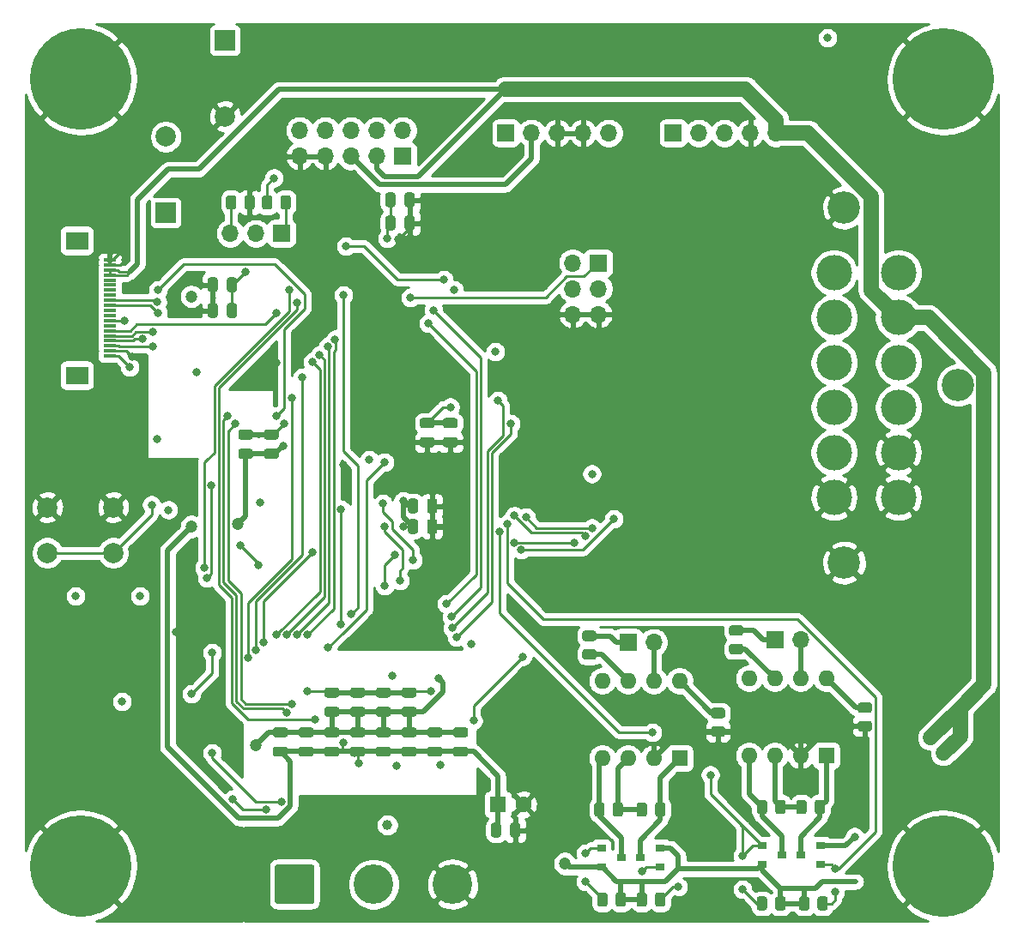
<source format=gbr>
%TF.GenerationSoftware,KiCad,Pcbnew,(5.1.8)-1*%
%TF.CreationDate,2021-11-01T21:13:11+01:00*%
%TF.ProjectId,Dashboard,44617368-626f-4617-9264-2e6b69636164,rev?*%
%TF.SameCoordinates,Original*%
%TF.FileFunction,Copper,L4,Bot*%
%TF.FilePolarity,Positive*%
%FSLAX46Y46*%
G04 Gerber Fmt 4.6, Leading zero omitted, Abs format (unit mm)*
G04 Created by KiCad (PCBNEW (5.1.8)-1) date 2021-11-01 21:13:11*
%MOMM*%
%LPD*%
G01*
G04 APERTURE LIST*
%TA.AperFunction,ComponentPad*%
%ADD10O,1.700000X1.700000*%
%TD*%
%TA.AperFunction,ComponentPad*%
%ADD11R,1.700000X1.700000*%
%TD*%
%TA.AperFunction,ComponentPad*%
%ADD12R,1.600000X1.600000*%
%TD*%
%TA.AperFunction,ComponentPad*%
%ADD13C,1.600000*%
%TD*%
%TA.AperFunction,ComponentPad*%
%ADD14C,10.000000*%
%TD*%
%TA.AperFunction,ComponentPad*%
%ADD15C,0.900000*%
%TD*%
%TA.AperFunction,ComponentPad*%
%ADD16C,3.900000*%
%TD*%
%TA.AperFunction,ComponentPad*%
%ADD17C,3.500000*%
%TD*%
%TA.AperFunction,ComponentPad*%
%ADD18C,3.200000*%
%TD*%
%TA.AperFunction,SMDPad,CuDef*%
%ADD19R,2.200000X1.800000*%
%TD*%
%TA.AperFunction,SMDPad,CuDef*%
%ADD20R,1.300000X0.300000*%
%TD*%
%TA.AperFunction,SMDPad,CuDef*%
%ADD21R,0.900000X0.800000*%
%TD*%
%TA.AperFunction,ComponentPad*%
%ADD22C,2.000000*%
%TD*%
%TA.AperFunction,ComponentPad*%
%ADD23O,1.600000X1.600000*%
%TD*%
%TA.AperFunction,ComponentPad*%
%ADD24R,2.000000X2.000000*%
%TD*%
%TA.AperFunction,ViaPad*%
%ADD25C,0.800000*%
%TD*%
%TA.AperFunction,ViaPad*%
%ADD26C,1.000000*%
%TD*%
%TA.AperFunction,ViaPad*%
%ADD27C,1.200000*%
%TD*%
%TA.AperFunction,Conductor*%
%ADD28C,0.500000*%
%TD*%
%TA.AperFunction,Conductor*%
%ADD29C,0.250000*%
%TD*%
%TA.AperFunction,Conductor*%
%ADD30C,1.500000*%
%TD*%
%TA.AperFunction,Conductor*%
%ADD31C,0.254000*%
%TD*%
%TA.AperFunction,Conductor*%
%ADD32C,0.100000*%
%TD*%
G04 APERTURE END LIST*
D10*
%TO.P,J2,5*%
%TO.N,+5V*%
X241808000Y-26162000D03*
%TO.P,J2,4*%
%TO.N,GND*%
X239268000Y-26162000D03*
%TO.P,J2,3*%
%TO.N,+12V*%
X236728000Y-26162000D03*
%TO.P,J2,2*%
%TO.N,Net-(J2-Pad2)*%
X234188000Y-26162000D03*
D11*
%TO.P,J2,1*%
%TO.N,Net-(J2-Pad1)*%
X231648000Y-26162000D03*
%TD*%
%TO.P,J1,1*%
%TO.N,Net-(J1-Pad1)*%
X215138000Y-26162000D03*
D10*
%TO.P,J1,2*%
%TO.N,+12V*%
X217678000Y-26162000D03*
%TO.P,J1,3*%
%TO.N,GND*%
X220218000Y-26162000D03*
%TO.P,J1,4*%
X222758000Y-26162000D03*
%TO.P,J1,5*%
%TO.N,+3V3*%
X225298000Y-26162000D03*
%TD*%
D12*
%TO.P,C6,1*%
%TO.N,+3.3VA*%
X214376000Y-92456000D03*
D13*
%TO.P,C6,2*%
%TO.N,GND*%
X216876000Y-92456000D03*
%TD*%
%TO.P,C1,2*%
%TO.N,GND*%
%TA.AperFunction,SMDPad,CuDef*%
G36*
G01*
X205174000Y-33241000D02*
X205174000Y-32291000D01*
G75*
G02*
X205424000Y-32041000I250000J0D01*
G01*
X205924000Y-32041000D01*
G75*
G02*
X206174000Y-32291000I0J-250000D01*
G01*
X206174000Y-33241000D01*
G75*
G02*
X205924000Y-33491000I-250000J0D01*
G01*
X205424000Y-33491000D01*
G75*
G02*
X205174000Y-33241000I0J250000D01*
G01*
G37*
%TD.AperFunction*%
%TO.P,C1,1*%
%TO.N,+3V3*%
%TA.AperFunction,SMDPad,CuDef*%
G36*
G01*
X203274000Y-33241000D02*
X203274000Y-32291000D01*
G75*
G02*
X203524000Y-32041000I250000J0D01*
G01*
X204024000Y-32041000D01*
G75*
G02*
X204274000Y-32291000I0J-250000D01*
G01*
X204274000Y-33241000D01*
G75*
G02*
X204024000Y-33491000I-250000J0D01*
G01*
X203524000Y-33491000D01*
G75*
G02*
X203274000Y-33241000I0J250000D01*
G01*
G37*
%TD.AperFunction*%
%TD*%
%TO.P,C3,1*%
%TO.N,+3V3*%
%TA.AperFunction,SMDPad,CuDef*%
G36*
G01*
X188648000Y-40673000D02*
X188648000Y-41623000D01*
G75*
G02*
X188398000Y-41873000I-250000J0D01*
G01*
X187898000Y-41873000D01*
G75*
G02*
X187648000Y-41623000I0J250000D01*
G01*
X187648000Y-40673000D01*
G75*
G02*
X187898000Y-40423000I250000J0D01*
G01*
X188398000Y-40423000D01*
G75*
G02*
X188648000Y-40673000I0J-250000D01*
G01*
G37*
%TD.AperFunction*%
%TO.P,C3,2*%
%TO.N,GND*%
%TA.AperFunction,SMDPad,CuDef*%
G36*
G01*
X186748000Y-40673000D02*
X186748000Y-41623000D01*
G75*
G02*
X186498000Y-41873000I-250000J0D01*
G01*
X185998000Y-41873000D01*
G75*
G02*
X185748000Y-41623000I0J250000D01*
G01*
X185748000Y-40673000D01*
G75*
G02*
X185998000Y-40423000I250000J0D01*
G01*
X186498000Y-40423000D01*
G75*
G02*
X186748000Y-40673000I0J-250000D01*
G01*
G37*
%TD.AperFunction*%
%TD*%
%TO.P,C4,1*%
%TO.N,+3.3VA*%
%TA.AperFunction,SMDPad,CuDef*%
G36*
G01*
X213688000Y-95471000D02*
X213688000Y-94521000D01*
G75*
G02*
X213938000Y-94271000I250000J0D01*
G01*
X214438000Y-94271000D01*
G75*
G02*
X214688000Y-94521000I0J-250000D01*
G01*
X214688000Y-95471000D01*
G75*
G02*
X214438000Y-95721000I-250000J0D01*
G01*
X213938000Y-95721000D01*
G75*
G02*
X213688000Y-95471000I0J250000D01*
G01*
G37*
%TD.AperFunction*%
%TO.P,C4,2*%
%TO.N,GND*%
%TA.AperFunction,SMDPad,CuDef*%
G36*
G01*
X215588000Y-95471000D02*
X215588000Y-94521000D01*
G75*
G02*
X215838000Y-94271000I250000J0D01*
G01*
X216338000Y-94271000D01*
G75*
G02*
X216588000Y-94521000I0J-250000D01*
G01*
X216588000Y-95471000D01*
G75*
G02*
X216338000Y-95721000I-250000J0D01*
G01*
X215838000Y-95721000D01*
G75*
G02*
X215588000Y-95471000I0J250000D01*
G01*
G37*
%TD.AperFunction*%
%TD*%
%TO.P,C5,2*%
%TO.N,GND*%
%TA.AperFunction,SMDPad,CuDef*%
G36*
G01*
X206916000Y-56203000D02*
X207866000Y-56203000D01*
G75*
G02*
X208116000Y-56453000I0J-250000D01*
G01*
X208116000Y-56953000D01*
G75*
G02*
X207866000Y-57203000I-250000J0D01*
G01*
X206916000Y-57203000D01*
G75*
G02*
X206666000Y-56953000I0J250000D01*
G01*
X206666000Y-56453000D01*
G75*
G02*
X206916000Y-56203000I250000J0D01*
G01*
G37*
%TD.AperFunction*%
%TO.P,C5,1*%
%TO.N,+3V3*%
%TA.AperFunction,SMDPad,CuDef*%
G36*
G01*
X206916000Y-54303000D02*
X207866000Y-54303000D01*
G75*
G02*
X208116000Y-54553000I0J-250000D01*
G01*
X208116000Y-55053000D01*
G75*
G02*
X207866000Y-55303000I-250000J0D01*
G01*
X206916000Y-55303000D01*
G75*
G02*
X206666000Y-55053000I0J250000D01*
G01*
X206666000Y-54553000D01*
G75*
G02*
X206916000Y-54303000I250000J0D01*
G01*
G37*
%TD.AperFunction*%
%TD*%
%TO.P,C8,1*%
%TO.N,+3V3*%
%TA.AperFunction,SMDPad,CuDef*%
G36*
G01*
X188648000Y-43213000D02*
X188648000Y-44163000D01*
G75*
G02*
X188398000Y-44413000I-250000J0D01*
G01*
X187898000Y-44413000D01*
G75*
G02*
X187648000Y-44163000I0J250000D01*
G01*
X187648000Y-43213000D01*
G75*
G02*
X187898000Y-42963000I250000J0D01*
G01*
X188398000Y-42963000D01*
G75*
G02*
X188648000Y-43213000I0J-250000D01*
G01*
G37*
%TD.AperFunction*%
%TO.P,C8,2*%
%TO.N,GND*%
%TA.AperFunction,SMDPad,CuDef*%
G36*
G01*
X186748000Y-43213000D02*
X186748000Y-44163000D01*
G75*
G02*
X186498000Y-44413000I-250000J0D01*
G01*
X185998000Y-44413000D01*
G75*
G02*
X185748000Y-44163000I0J250000D01*
G01*
X185748000Y-43213000D01*
G75*
G02*
X185998000Y-42963000I250000J0D01*
G01*
X186498000Y-42963000D01*
G75*
G02*
X186748000Y-43213000I0J-250000D01*
G01*
G37*
%TD.AperFunction*%
%TD*%
%TO.P,C9,2*%
%TO.N,GND*%
%TA.AperFunction,SMDPad,CuDef*%
G36*
G01*
X205174000Y-35527000D02*
X205174000Y-34577000D01*
G75*
G02*
X205424000Y-34327000I250000J0D01*
G01*
X205924000Y-34327000D01*
G75*
G02*
X206174000Y-34577000I0J-250000D01*
G01*
X206174000Y-35527000D01*
G75*
G02*
X205924000Y-35777000I-250000J0D01*
G01*
X205424000Y-35777000D01*
G75*
G02*
X205174000Y-35527000I0J250000D01*
G01*
G37*
%TD.AperFunction*%
%TO.P,C9,1*%
%TO.N,+3V3*%
%TA.AperFunction,SMDPad,CuDef*%
G36*
G01*
X203274000Y-35527000D02*
X203274000Y-34577000D01*
G75*
G02*
X203524000Y-34327000I250000J0D01*
G01*
X204024000Y-34327000D01*
G75*
G02*
X204274000Y-34577000I0J-250000D01*
G01*
X204274000Y-35527000D01*
G75*
G02*
X204024000Y-35777000I-250000J0D01*
G01*
X203524000Y-35777000D01*
G75*
G02*
X203274000Y-35527000I0J250000D01*
G01*
G37*
%TD.AperFunction*%
%TD*%
%TO.P,C10,1*%
%TO.N,+3V3*%
%TA.AperFunction,SMDPad,CuDef*%
G36*
G01*
X205494000Y-65499000D02*
X205494000Y-64549000D01*
G75*
G02*
X205744000Y-64299000I250000J0D01*
G01*
X206244000Y-64299000D01*
G75*
G02*
X206494000Y-64549000I0J-250000D01*
G01*
X206494000Y-65499000D01*
G75*
G02*
X206244000Y-65749000I-250000J0D01*
G01*
X205744000Y-65749000D01*
G75*
G02*
X205494000Y-65499000I0J250000D01*
G01*
G37*
%TD.AperFunction*%
%TO.P,C10,2*%
%TO.N,GND*%
%TA.AperFunction,SMDPad,CuDef*%
G36*
G01*
X207394000Y-65499000D02*
X207394000Y-64549000D01*
G75*
G02*
X207644000Y-64299000I250000J0D01*
G01*
X208144000Y-64299000D01*
G75*
G02*
X208394000Y-64549000I0J-250000D01*
G01*
X208394000Y-65499000D01*
G75*
G02*
X208144000Y-65749000I-250000J0D01*
G01*
X207644000Y-65749000D01*
G75*
G02*
X207394000Y-65499000I0J250000D01*
G01*
G37*
%TD.AperFunction*%
%TD*%
%TO.P,C11,2*%
%TO.N,GND*%
%TA.AperFunction,SMDPad,CuDef*%
G36*
G01*
X209202000Y-56203000D02*
X210152000Y-56203000D01*
G75*
G02*
X210402000Y-56453000I0J-250000D01*
G01*
X210402000Y-56953000D01*
G75*
G02*
X210152000Y-57203000I-250000J0D01*
G01*
X209202000Y-57203000D01*
G75*
G02*
X208952000Y-56953000I0J250000D01*
G01*
X208952000Y-56453000D01*
G75*
G02*
X209202000Y-56203000I250000J0D01*
G01*
G37*
%TD.AperFunction*%
%TO.P,C11,1*%
%TO.N,+3V3*%
%TA.AperFunction,SMDPad,CuDef*%
G36*
G01*
X209202000Y-54303000D02*
X210152000Y-54303000D01*
G75*
G02*
X210402000Y-54553000I0J-250000D01*
G01*
X210402000Y-55053000D01*
G75*
G02*
X210152000Y-55303000I-250000J0D01*
G01*
X209202000Y-55303000D01*
G75*
G02*
X208952000Y-55053000I0J250000D01*
G01*
X208952000Y-54553000D01*
G75*
G02*
X209202000Y-54303000I250000J0D01*
G01*
G37*
%TD.AperFunction*%
%TD*%
%TO.P,C12,2*%
%TO.N,GND*%
%TA.AperFunction,SMDPad,CuDef*%
G36*
G01*
X189959000Y-56446000D02*
X189009000Y-56446000D01*
G75*
G02*
X188759000Y-56196000I0J250000D01*
G01*
X188759000Y-55696000D01*
G75*
G02*
X189009000Y-55446000I250000J0D01*
G01*
X189959000Y-55446000D01*
G75*
G02*
X190209000Y-55696000I0J-250000D01*
G01*
X190209000Y-56196000D01*
G75*
G02*
X189959000Y-56446000I-250000J0D01*
G01*
G37*
%TD.AperFunction*%
%TO.P,C12,1*%
%TO.N,+3.3VA*%
%TA.AperFunction,SMDPad,CuDef*%
G36*
G01*
X189959000Y-58346000D02*
X189009000Y-58346000D01*
G75*
G02*
X188759000Y-58096000I0J250000D01*
G01*
X188759000Y-57596000D01*
G75*
G02*
X189009000Y-57346000I250000J0D01*
G01*
X189959000Y-57346000D01*
G75*
G02*
X190209000Y-57596000I0J-250000D01*
G01*
X190209000Y-58096000D01*
G75*
G02*
X189959000Y-58346000I-250000J0D01*
G01*
G37*
%TD.AperFunction*%
%TD*%
%TO.P,C13,1*%
%TO.N,+3V3*%
%TA.AperFunction,SMDPad,CuDef*%
G36*
G01*
X205494000Y-63467000D02*
X205494000Y-62517000D01*
G75*
G02*
X205744000Y-62267000I250000J0D01*
G01*
X206244000Y-62267000D01*
G75*
G02*
X206494000Y-62517000I0J-250000D01*
G01*
X206494000Y-63467000D01*
G75*
G02*
X206244000Y-63717000I-250000J0D01*
G01*
X205744000Y-63717000D01*
G75*
G02*
X205494000Y-63467000I0J250000D01*
G01*
G37*
%TD.AperFunction*%
%TO.P,C13,2*%
%TO.N,GND*%
%TA.AperFunction,SMDPad,CuDef*%
G36*
G01*
X207394000Y-63467000D02*
X207394000Y-62517000D01*
G75*
G02*
X207644000Y-62267000I250000J0D01*
G01*
X208144000Y-62267000D01*
G75*
G02*
X208394000Y-62517000I0J-250000D01*
G01*
X208394000Y-63467000D01*
G75*
G02*
X208144000Y-63717000I-250000J0D01*
G01*
X207644000Y-63717000D01*
G75*
G02*
X207394000Y-63467000I0J250000D01*
G01*
G37*
%TD.AperFunction*%
%TD*%
%TO.P,C14,1*%
%TO.N,+3.3VA*%
%TA.AperFunction,SMDPad,CuDef*%
G36*
G01*
X192499000Y-58346000D02*
X191549000Y-58346000D01*
G75*
G02*
X191299000Y-58096000I0J250000D01*
G01*
X191299000Y-57596000D01*
G75*
G02*
X191549000Y-57346000I250000J0D01*
G01*
X192499000Y-57346000D01*
G75*
G02*
X192749000Y-57596000I0J-250000D01*
G01*
X192749000Y-58096000D01*
G75*
G02*
X192499000Y-58346000I-250000J0D01*
G01*
G37*
%TD.AperFunction*%
%TO.P,C14,2*%
%TO.N,GND*%
%TA.AperFunction,SMDPad,CuDef*%
G36*
G01*
X192499000Y-56446000D02*
X191549000Y-56446000D01*
G75*
G02*
X191299000Y-56196000I0J250000D01*
G01*
X191299000Y-55696000D01*
G75*
G02*
X191549000Y-55446000I250000J0D01*
G01*
X192499000Y-55446000D01*
G75*
G02*
X192749000Y-55696000I0J-250000D01*
G01*
X192749000Y-56196000D01*
G75*
G02*
X192499000Y-56446000I-250000J0D01*
G01*
G37*
%TD.AperFunction*%
%TD*%
%TO.P,C19,2*%
%TO.N,GND*%
%TA.AperFunction,SMDPad,CuDef*%
G36*
G01*
X193388000Y-85844000D02*
X192438000Y-85844000D01*
G75*
G02*
X192188000Y-85594000I0J250000D01*
G01*
X192188000Y-85094000D01*
G75*
G02*
X192438000Y-84844000I250000J0D01*
G01*
X193388000Y-84844000D01*
G75*
G02*
X193638000Y-85094000I0J-250000D01*
G01*
X193638000Y-85594000D01*
G75*
G02*
X193388000Y-85844000I-250000J0D01*
G01*
G37*
%TD.AperFunction*%
%TO.P,C19,1*%
%TO.N,+3.3VA*%
%TA.AperFunction,SMDPad,CuDef*%
G36*
G01*
X193388000Y-87744000D02*
X192438000Y-87744000D01*
G75*
G02*
X192188000Y-87494000I0J250000D01*
G01*
X192188000Y-86994000D01*
G75*
G02*
X192438000Y-86744000I250000J0D01*
G01*
X193388000Y-86744000D01*
G75*
G02*
X193638000Y-86994000I0J-250000D01*
G01*
X193638000Y-87494000D01*
G75*
G02*
X193388000Y-87744000I-250000J0D01*
G01*
G37*
%TD.AperFunction*%
%TD*%
%TO.P,C20,1*%
%TO.N,+3.3VA*%
%TA.AperFunction,SMDPad,CuDef*%
G36*
G01*
X195928000Y-87744000D02*
X194978000Y-87744000D01*
G75*
G02*
X194728000Y-87494000I0J250000D01*
G01*
X194728000Y-86994000D01*
G75*
G02*
X194978000Y-86744000I250000J0D01*
G01*
X195928000Y-86744000D01*
G75*
G02*
X196178000Y-86994000I0J-250000D01*
G01*
X196178000Y-87494000D01*
G75*
G02*
X195928000Y-87744000I-250000J0D01*
G01*
G37*
%TD.AperFunction*%
%TO.P,C20,2*%
%TO.N,GND*%
%TA.AperFunction,SMDPad,CuDef*%
G36*
G01*
X195928000Y-85844000D02*
X194978000Y-85844000D01*
G75*
G02*
X194728000Y-85594000I0J250000D01*
G01*
X194728000Y-85094000D01*
G75*
G02*
X194978000Y-84844000I250000J0D01*
G01*
X195928000Y-84844000D01*
G75*
G02*
X196178000Y-85094000I0J-250000D01*
G01*
X196178000Y-85594000D01*
G75*
G02*
X195928000Y-85844000I-250000J0D01*
G01*
G37*
%TD.AperFunction*%
%TD*%
%TO.P,C21,1*%
%TO.N,+3.3VA*%
%TA.AperFunction,SMDPad,CuDef*%
G36*
G01*
X198468000Y-87744000D02*
X197518000Y-87744000D01*
G75*
G02*
X197268000Y-87494000I0J250000D01*
G01*
X197268000Y-86994000D01*
G75*
G02*
X197518000Y-86744000I250000J0D01*
G01*
X198468000Y-86744000D01*
G75*
G02*
X198718000Y-86994000I0J-250000D01*
G01*
X198718000Y-87494000D01*
G75*
G02*
X198468000Y-87744000I-250000J0D01*
G01*
G37*
%TD.AperFunction*%
%TO.P,C21,2*%
%TO.N,GND*%
%TA.AperFunction,SMDPad,CuDef*%
G36*
G01*
X198468000Y-85844000D02*
X197518000Y-85844000D01*
G75*
G02*
X197268000Y-85594000I0J250000D01*
G01*
X197268000Y-85094000D01*
G75*
G02*
X197518000Y-84844000I250000J0D01*
G01*
X198468000Y-84844000D01*
G75*
G02*
X198718000Y-85094000I0J-250000D01*
G01*
X198718000Y-85594000D01*
G75*
G02*
X198468000Y-85844000I-250000J0D01*
G01*
G37*
%TD.AperFunction*%
%TD*%
%TO.P,C22,1*%
%TO.N,+3.3VA*%
%TA.AperFunction,SMDPad,CuDef*%
G36*
G01*
X201008000Y-87744000D02*
X200058000Y-87744000D01*
G75*
G02*
X199808000Y-87494000I0J250000D01*
G01*
X199808000Y-86994000D01*
G75*
G02*
X200058000Y-86744000I250000J0D01*
G01*
X201008000Y-86744000D01*
G75*
G02*
X201258000Y-86994000I0J-250000D01*
G01*
X201258000Y-87494000D01*
G75*
G02*
X201008000Y-87744000I-250000J0D01*
G01*
G37*
%TD.AperFunction*%
%TO.P,C22,2*%
%TO.N,GND*%
%TA.AperFunction,SMDPad,CuDef*%
G36*
G01*
X201008000Y-85844000D02*
X200058000Y-85844000D01*
G75*
G02*
X199808000Y-85594000I0J250000D01*
G01*
X199808000Y-85094000D01*
G75*
G02*
X200058000Y-84844000I250000J0D01*
G01*
X201008000Y-84844000D01*
G75*
G02*
X201258000Y-85094000I0J-250000D01*
G01*
X201258000Y-85594000D01*
G75*
G02*
X201008000Y-85844000I-250000J0D01*
G01*
G37*
%TD.AperFunction*%
%TD*%
%TO.P,C23,2*%
%TO.N,GND*%
%TA.AperFunction,SMDPad,CuDef*%
G36*
G01*
X205138000Y-82812000D02*
X206088000Y-82812000D01*
G75*
G02*
X206338000Y-83062000I0J-250000D01*
G01*
X206338000Y-83562000D01*
G75*
G02*
X206088000Y-83812000I-250000J0D01*
G01*
X205138000Y-83812000D01*
G75*
G02*
X204888000Y-83562000I0J250000D01*
G01*
X204888000Y-83062000D01*
G75*
G02*
X205138000Y-82812000I250000J0D01*
G01*
G37*
%TD.AperFunction*%
%TO.P,C23,1*%
%TO.N,+3V3*%
%TA.AperFunction,SMDPad,CuDef*%
G36*
G01*
X205138000Y-80912000D02*
X206088000Y-80912000D01*
G75*
G02*
X206338000Y-81162000I0J-250000D01*
G01*
X206338000Y-81662000D01*
G75*
G02*
X206088000Y-81912000I-250000J0D01*
G01*
X205138000Y-81912000D01*
G75*
G02*
X204888000Y-81662000I0J250000D01*
G01*
X204888000Y-81162000D01*
G75*
G02*
X205138000Y-80912000I250000J0D01*
G01*
G37*
%TD.AperFunction*%
%TD*%
%TO.P,C24,2*%
%TO.N,GND*%
%TA.AperFunction,SMDPad,CuDef*%
G36*
G01*
X203548000Y-85844000D02*
X202598000Y-85844000D01*
G75*
G02*
X202348000Y-85594000I0J250000D01*
G01*
X202348000Y-85094000D01*
G75*
G02*
X202598000Y-84844000I250000J0D01*
G01*
X203548000Y-84844000D01*
G75*
G02*
X203798000Y-85094000I0J-250000D01*
G01*
X203798000Y-85594000D01*
G75*
G02*
X203548000Y-85844000I-250000J0D01*
G01*
G37*
%TD.AperFunction*%
%TO.P,C24,1*%
%TO.N,+3.3VA*%
%TA.AperFunction,SMDPad,CuDef*%
G36*
G01*
X203548000Y-87744000D02*
X202598000Y-87744000D01*
G75*
G02*
X202348000Y-87494000I0J250000D01*
G01*
X202348000Y-86994000D01*
G75*
G02*
X202598000Y-86744000I250000J0D01*
G01*
X203548000Y-86744000D01*
G75*
G02*
X203798000Y-86994000I0J-250000D01*
G01*
X203798000Y-87494000D01*
G75*
G02*
X203548000Y-87744000I-250000J0D01*
G01*
G37*
%TD.AperFunction*%
%TD*%
%TO.P,C25,1*%
%TO.N,+3V3*%
%TA.AperFunction,SMDPad,CuDef*%
G36*
G01*
X202598000Y-80912000D02*
X203548000Y-80912000D01*
G75*
G02*
X203798000Y-81162000I0J-250000D01*
G01*
X203798000Y-81662000D01*
G75*
G02*
X203548000Y-81912000I-250000J0D01*
G01*
X202598000Y-81912000D01*
G75*
G02*
X202348000Y-81662000I0J250000D01*
G01*
X202348000Y-81162000D01*
G75*
G02*
X202598000Y-80912000I250000J0D01*
G01*
G37*
%TD.AperFunction*%
%TO.P,C25,2*%
%TO.N,GND*%
%TA.AperFunction,SMDPad,CuDef*%
G36*
G01*
X202598000Y-82812000D02*
X203548000Y-82812000D01*
G75*
G02*
X203798000Y-83062000I0J-250000D01*
G01*
X203798000Y-83562000D01*
G75*
G02*
X203548000Y-83812000I-250000J0D01*
G01*
X202598000Y-83812000D01*
G75*
G02*
X202348000Y-83562000I0J250000D01*
G01*
X202348000Y-83062000D01*
G75*
G02*
X202598000Y-82812000I250000J0D01*
G01*
G37*
%TD.AperFunction*%
%TD*%
%TO.P,C26,1*%
%TO.N,+3.3VA*%
%TA.AperFunction,SMDPad,CuDef*%
G36*
G01*
X206088000Y-87744000D02*
X205138000Y-87744000D01*
G75*
G02*
X204888000Y-87494000I0J250000D01*
G01*
X204888000Y-86994000D01*
G75*
G02*
X205138000Y-86744000I250000J0D01*
G01*
X206088000Y-86744000D01*
G75*
G02*
X206338000Y-86994000I0J-250000D01*
G01*
X206338000Y-87494000D01*
G75*
G02*
X206088000Y-87744000I-250000J0D01*
G01*
G37*
%TD.AperFunction*%
%TO.P,C26,2*%
%TO.N,GND*%
%TA.AperFunction,SMDPad,CuDef*%
G36*
G01*
X206088000Y-85844000D02*
X205138000Y-85844000D01*
G75*
G02*
X204888000Y-85594000I0J250000D01*
G01*
X204888000Y-85094000D01*
G75*
G02*
X205138000Y-84844000I250000J0D01*
G01*
X206088000Y-84844000D01*
G75*
G02*
X206338000Y-85094000I0J-250000D01*
G01*
X206338000Y-85594000D01*
G75*
G02*
X206088000Y-85844000I-250000J0D01*
G01*
G37*
%TD.AperFunction*%
%TD*%
%TO.P,C27,2*%
%TO.N,GND*%
%TA.AperFunction,SMDPad,CuDef*%
G36*
G01*
X200058000Y-82812000D02*
X201008000Y-82812000D01*
G75*
G02*
X201258000Y-83062000I0J-250000D01*
G01*
X201258000Y-83562000D01*
G75*
G02*
X201008000Y-83812000I-250000J0D01*
G01*
X200058000Y-83812000D01*
G75*
G02*
X199808000Y-83562000I0J250000D01*
G01*
X199808000Y-83062000D01*
G75*
G02*
X200058000Y-82812000I250000J0D01*
G01*
G37*
%TD.AperFunction*%
%TO.P,C27,1*%
%TO.N,+3V3*%
%TA.AperFunction,SMDPad,CuDef*%
G36*
G01*
X200058000Y-80912000D02*
X201008000Y-80912000D01*
G75*
G02*
X201258000Y-81162000I0J-250000D01*
G01*
X201258000Y-81662000D01*
G75*
G02*
X201008000Y-81912000I-250000J0D01*
G01*
X200058000Y-81912000D01*
G75*
G02*
X199808000Y-81662000I0J250000D01*
G01*
X199808000Y-81162000D01*
G75*
G02*
X200058000Y-80912000I250000J0D01*
G01*
G37*
%TD.AperFunction*%
%TD*%
%TO.P,C28,2*%
%TO.N,GND*%
%TA.AperFunction,SMDPad,CuDef*%
G36*
G01*
X208628000Y-85844000D02*
X207678000Y-85844000D01*
G75*
G02*
X207428000Y-85594000I0J250000D01*
G01*
X207428000Y-85094000D01*
G75*
G02*
X207678000Y-84844000I250000J0D01*
G01*
X208628000Y-84844000D01*
G75*
G02*
X208878000Y-85094000I0J-250000D01*
G01*
X208878000Y-85594000D01*
G75*
G02*
X208628000Y-85844000I-250000J0D01*
G01*
G37*
%TD.AperFunction*%
%TO.P,C28,1*%
%TO.N,+3.3VA*%
%TA.AperFunction,SMDPad,CuDef*%
G36*
G01*
X208628000Y-87744000D02*
X207678000Y-87744000D01*
G75*
G02*
X207428000Y-87494000I0J250000D01*
G01*
X207428000Y-86994000D01*
G75*
G02*
X207678000Y-86744000I250000J0D01*
G01*
X208628000Y-86744000D01*
G75*
G02*
X208878000Y-86994000I0J-250000D01*
G01*
X208878000Y-87494000D01*
G75*
G02*
X208628000Y-87744000I-250000J0D01*
G01*
G37*
%TD.AperFunction*%
%TD*%
%TO.P,C29,1*%
%TO.N,+3V3*%
%TA.AperFunction,SMDPad,CuDef*%
G36*
G01*
X197518000Y-80912000D02*
X198468000Y-80912000D01*
G75*
G02*
X198718000Y-81162000I0J-250000D01*
G01*
X198718000Y-81662000D01*
G75*
G02*
X198468000Y-81912000I-250000J0D01*
G01*
X197518000Y-81912000D01*
G75*
G02*
X197268000Y-81662000I0J250000D01*
G01*
X197268000Y-81162000D01*
G75*
G02*
X197518000Y-80912000I250000J0D01*
G01*
G37*
%TD.AperFunction*%
%TO.P,C29,2*%
%TO.N,GND*%
%TA.AperFunction,SMDPad,CuDef*%
G36*
G01*
X197518000Y-82812000D02*
X198468000Y-82812000D01*
G75*
G02*
X198718000Y-83062000I0J-250000D01*
G01*
X198718000Y-83562000D01*
G75*
G02*
X198468000Y-83812000I-250000J0D01*
G01*
X197518000Y-83812000D01*
G75*
G02*
X197268000Y-83562000I0J250000D01*
G01*
X197268000Y-83062000D01*
G75*
G02*
X197518000Y-82812000I250000J0D01*
G01*
G37*
%TD.AperFunction*%
%TD*%
%TO.P,C30,2*%
%TO.N,GND*%
%TA.AperFunction,SMDPad,CuDef*%
G36*
G01*
X211168000Y-85844000D02*
X210218000Y-85844000D01*
G75*
G02*
X209968000Y-85594000I0J250000D01*
G01*
X209968000Y-85094000D01*
G75*
G02*
X210218000Y-84844000I250000J0D01*
G01*
X211168000Y-84844000D01*
G75*
G02*
X211418000Y-85094000I0J-250000D01*
G01*
X211418000Y-85594000D01*
G75*
G02*
X211168000Y-85844000I-250000J0D01*
G01*
G37*
%TD.AperFunction*%
%TO.P,C30,1*%
%TO.N,+3.3VA*%
%TA.AperFunction,SMDPad,CuDef*%
G36*
G01*
X211168000Y-87744000D02*
X210218000Y-87744000D01*
G75*
G02*
X209968000Y-87494000I0J250000D01*
G01*
X209968000Y-86994000D01*
G75*
G02*
X210218000Y-86744000I250000J0D01*
G01*
X211168000Y-86744000D01*
G75*
G02*
X211418000Y-86994000I0J-250000D01*
G01*
X211418000Y-87494000D01*
G75*
G02*
X211168000Y-87744000I-250000J0D01*
G01*
G37*
%TD.AperFunction*%
%TD*%
D14*
%TO.P,H1,1*%
%TO.N,GND*%
X173228000Y-20828000D03*
D15*
X176978000Y-20828000D03*
X175879650Y-23479650D03*
X173228000Y-24578000D03*
X170576350Y-23479650D03*
X169478000Y-20828000D03*
X170576350Y-18176350D03*
X173228000Y-17078000D03*
X175879650Y-18176350D03*
%TD*%
%TO.P,H2,1*%
%TO.N,GND*%
X175879650Y-95900350D03*
X173228000Y-94802000D03*
X170576350Y-95900350D03*
X169478000Y-98552000D03*
X170576350Y-101203650D03*
X173228000Y-102302000D03*
X175879650Y-101203650D03*
X176978000Y-98552000D03*
D14*
X173228000Y-98552000D03*
%TD*%
D15*
%TO.P,H3,1*%
%TO.N,GND*%
X260969650Y-18176350D03*
X258318000Y-17078000D03*
X255666350Y-18176350D03*
X254568000Y-20828000D03*
X255666350Y-23479650D03*
X258318000Y-24578000D03*
X260969650Y-23479650D03*
X262068000Y-20828000D03*
D14*
X258318000Y-20828000D03*
%TD*%
%TO.P,H4,1*%
%TO.N,GND*%
X258318000Y-98552000D03*
D15*
X262068000Y-98552000D03*
X260969650Y-101203650D03*
X258318000Y-102302000D03*
X255666350Y-101203650D03*
X254568000Y-98552000D03*
X255666350Y-95900350D03*
X258318000Y-94802000D03*
X260969650Y-95900350D03*
%TD*%
%TO.P,J3,1*%
%TO.N,LED_DATA*%
%TA.AperFunction,ComponentPad*%
G36*
G01*
X192360000Y-102029999D02*
X192360000Y-98630001D01*
G75*
G02*
X192610001Y-98380000I250001J0D01*
G01*
X196009999Y-98380000D01*
G75*
G02*
X196260000Y-98630001I0J-250001D01*
G01*
X196260000Y-102029999D01*
G75*
G02*
X196009999Y-102280000I-250001J0D01*
G01*
X192610001Y-102280000D01*
G75*
G02*
X192360000Y-102029999I0J250001D01*
G01*
G37*
%TD.AperFunction*%
D16*
%TO.P,J3,2*%
%TO.N,+5V*%
X202110000Y-100330000D03*
%TO.P,J3,3*%
%TO.N,GND*%
X209910000Y-100330000D03*
%TD*%
D17*
%TO.P,J4,12*%
%TO.N,+3V3*%
X253873000Y-39954000D03*
%TO.P,J4,1*%
%TO.N,CAN_H1*%
X247523000Y-39954000D03*
%TO.P,J4,11*%
%TO.N,+5V*%
X253873000Y-44394000D03*
%TO.P,J4,2*%
%TO.N,CAN_L1*%
X247523000Y-44394000D03*
%TO.P,J4,10*%
%TO.N,+12V*%
X253873000Y-48834000D03*
%TO.P,J4,3*%
%TO.N,CAN_H2*%
X247523000Y-48834000D03*
%TO.P,J4,9*%
%TO.N,+12V*%
X253873000Y-53274000D03*
%TO.P,J4,4*%
%TO.N,CAN_L2*%
X247523000Y-53274000D03*
%TO.P,J4,8*%
%TO.N,GND*%
X253873000Y-57714000D03*
%TO.P,J4,5*%
%TO.N,Net-(J4-Pad5)*%
X247523000Y-57714000D03*
%TO.P,J4,7*%
%TO.N,GND*%
X253873000Y-62154000D03*
%TO.P,J4,6*%
X247523000Y-62154000D03*
D18*
%TO.P,J4,15*%
X248524000Y-68584000D03*
%TO.P,J4,14*%
X248524000Y-33524000D03*
%TO.P,J4,13*%
%TO.N,Net-(J4-Pad13)*%
X259763000Y-51054000D03*
%TD*%
D10*
%TO.P,J5,10*%
%TO.N,BAOFENG_OUT_5*%
X194818000Y-25908000D03*
%TO.P,J5,9*%
%TO.N,GND*%
X194818000Y-28448000D03*
%TO.P,J5,8*%
%TO.N,BAOFENG_OUT_4*%
X197358000Y-25908000D03*
%TO.P,J5,7*%
%TO.N,GND*%
X197358000Y-28448000D03*
%TO.P,J5,6*%
%TO.N,BAOFENG_OUT_3*%
X199898000Y-25908000D03*
%TO.P,J5,5*%
%TO.N,+12V*%
X199898000Y-28448000D03*
%TO.P,J5,4*%
%TO.N,BAOFENG_OUT_2*%
X202438000Y-25908000D03*
%TO.P,J5,3*%
%TO.N,+5V*%
X202438000Y-28448000D03*
%TO.P,J5,2*%
%TO.N,BAOFENG_OUT_1*%
X204978000Y-25908000D03*
D11*
%TO.P,J5,1*%
%TO.N,+3V3*%
X204978000Y-28448000D03*
%TD*%
D19*
%TO.P,J6,MP*%
%TO.N,N/C*%
X172844000Y-36784000D03*
X172844000Y-50084000D03*
D20*
%TO.P,J6,1*%
%TO.N,+3V3*%
X176094000Y-48184000D03*
%TO.P,J6,2*%
%TO.N,GND*%
X176094000Y-47684000D03*
%TO.P,J6,3*%
%TO.N,/D_QUADSPI_CLK*%
X176094000Y-47184000D03*
%TO.P,J6,4*%
%TO.N,/D_QUADSPI_BK1_IO1*%
X176094000Y-46684000D03*
%TO.P,J6,5*%
%TO.N,/D_QUADSPI_BK1_IO0*%
X176094000Y-46184000D03*
%TO.P,J6,6*%
%TO.N,/D_QUADSPI_NCS*%
X176094000Y-45684000D03*
%TO.P,J6,7*%
%TO.N,Net-(J6-Pad7)*%
X176094000Y-45184000D03*
%TO.P,J6,8*%
%TO.N,/D_POWER_DOWN*%
X176094000Y-44684000D03*
%TO.P,J6,9*%
%TO.N,Net-(J6-Pad9)*%
X176094000Y-44184000D03*
%TO.P,J6,10*%
%TO.N,Net-(J6-Pad10)*%
X176094000Y-43684000D03*
%TO.P,J6,11*%
%TO.N,/D_QUADSPI_BK1_IO2*%
X176094000Y-43184000D03*
%TO.P,J6,12*%
%TO.N,/D_QUADSPI_BK1_IO3*%
X176094000Y-42684000D03*
%TO.P,J6,13*%
%TO.N,Net-(J6-Pad13)*%
X176094000Y-42184000D03*
%TO.P,J6,14*%
%TO.N,Net-(J6-Pad14)*%
X176094000Y-41684000D03*
%TO.P,J6,15*%
%TO.N,Net-(J6-Pad15)*%
X176094000Y-41184000D03*
%TO.P,J6,16*%
%TO.N,Net-(J6-Pad16)*%
X176094000Y-40684000D03*
%TO.P,J6,17*%
%TO.N,+5V*%
X176094000Y-40184000D03*
%TO.P,J6,18*%
X176094000Y-39684000D03*
%TO.P,J6,19*%
%TO.N,GND*%
X176094000Y-39184000D03*
%TO.P,J6,20*%
X176094000Y-38684000D03*
%TD*%
D11*
%TO.P,JP1,1*%
%TO.N,Net-(JP1-Pad1)*%
X193040000Y-36068000D03*
D10*
%TO.P,JP1,2*%
%TO.N,Net-(JP1-Pad2)*%
X190500000Y-36068000D03*
%TO.P,JP1,3*%
%TO.N,Net-(JP1-Pad3)*%
X187960000Y-36068000D03*
%TD*%
%TO.P,JP2,2*%
%TO.N,CAN_H1*%
X229743000Y-76454000D03*
D11*
%TO.P,JP2,1*%
%TO.N,Net-(JP2-Pad1)*%
X227203000Y-76454000D03*
%TD*%
D10*
%TO.P,JP3,2*%
%TO.N,CAN_H2*%
X244221000Y-76200000D03*
D11*
%TO.P,JP3,1*%
%TO.N,Net-(JP3-Pad1)*%
X241681000Y-76200000D03*
%TD*%
D21*
%TO.P,Q1,1*%
%TO.N,+3V3*%
X230378000Y-96774000D03*
%TO.P,Q1,2*%
%TO.N,CAN_1_1*%
X230378000Y-98674000D03*
%TO.P,Q1,3*%
%TO.N,Net-(Q1-Pad3)*%
X228378000Y-97724000D03*
%TD*%
%TO.P,Q2,1*%
%TO.N,+3V3*%
X224568000Y-98674000D03*
%TO.P,Q2,2*%
%TO.N,CAN_1_2*%
X224568000Y-96774000D03*
%TO.P,Q2,3*%
%TO.N,Net-(Q2-Pad3)*%
X226568000Y-97724000D03*
%TD*%
%TO.P,Q3,3*%
%TO.N,Net-(Q3-Pad3)*%
X244221000Y-97470000D03*
%TO.P,Q3,2*%
%TO.N,CAN_2_1*%
X246221000Y-98420000D03*
%TO.P,Q3,1*%
%TO.N,+3V3*%
X246221000Y-96520000D03*
%TD*%
%TO.P,Q4,3*%
%TO.N,Net-(Q4-Pad3)*%
X242411000Y-97470000D03*
%TO.P,Q4,2*%
%TO.N,CAN_2_2*%
X240411000Y-96520000D03*
%TO.P,Q4,1*%
%TO.N,+3V3*%
X240411000Y-98420000D03*
%TD*%
%TO.P,R5,1*%
%TO.N,+3V3*%
%TA.AperFunction,SMDPad,CuDef*%
G36*
G01*
X191107000Y-33470001D02*
X191107000Y-32569999D01*
G75*
G02*
X191356999Y-32320000I249999J0D01*
G01*
X191882001Y-32320000D01*
G75*
G02*
X192132000Y-32569999I0J-249999D01*
G01*
X192132000Y-33470001D01*
G75*
G02*
X191882001Y-33720000I-249999J0D01*
G01*
X191356999Y-33720000D01*
G75*
G02*
X191107000Y-33470001I0J249999D01*
G01*
G37*
%TD.AperFunction*%
%TO.P,R5,2*%
%TO.N,Net-(JP1-Pad1)*%
%TA.AperFunction,SMDPad,CuDef*%
G36*
G01*
X192932000Y-33470001D02*
X192932000Y-32569999D01*
G75*
G02*
X193181999Y-32320000I249999J0D01*
G01*
X193707001Y-32320000D01*
G75*
G02*
X193957000Y-32569999I0J-249999D01*
G01*
X193957000Y-33470001D01*
G75*
G02*
X193707001Y-33720000I-249999J0D01*
G01*
X193181999Y-33720000D01*
G75*
G02*
X192932000Y-33470001I0J249999D01*
G01*
G37*
%TD.AperFunction*%
%TD*%
%TO.P,R6,2*%
%TO.N,CAN_1_1*%
%TA.AperFunction,SMDPad,CuDef*%
G36*
G01*
X229865500Y-102304001D02*
X229865500Y-101403999D01*
G75*
G02*
X230115499Y-101154000I249999J0D01*
G01*
X230640501Y-101154000D01*
G75*
G02*
X230890500Y-101403999I0J-249999D01*
G01*
X230890500Y-102304001D01*
G75*
G02*
X230640501Y-102554000I-249999J0D01*
G01*
X230115499Y-102554000D01*
G75*
G02*
X229865500Y-102304001I0J249999D01*
G01*
G37*
%TD.AperFunction*%
%TO.P,R6,1*%
%TO.N,+3V3*%
%TA.AperFunction,SMDPad,CuDef*%
G36*
G01*
X228040500Y-102304001D02*
X228040500Y-101403999D01*
G75*
G02*
X228290499Y-101154000I249999J0D01*
G01*
X228815501Y-101154000D01*
G75*
G02*
X229065500Y-101403999I0J-249999D01*
G01*
X229065500Y-102304001D01*
G75*
G02*
X228815501Y-102554000I-249999J0D01*
G01*
X228290499Y-102554000D01*
G75*
G02*
X228040500Y-102304001I0J249999D01*
G01*
G37*
%TD.AperFunction*%
%TD*%
%TO.P,R7,2*%
%TO.N,CAN_1_2*%
%TA.AperFunction,SMDPad,CuDef*%
G36*
G01*
X225175500Y-101403999D02*
X225175500Y-102304001D01*
G75*
G02*
X224925501Y-102554000I-249999J0D01*
G01*
X224400499Y-102554000D01*
G75*
G02*
X224150500Y-102304001I0J249999D01*
G01*
X224150500Y-101403999D01*
G75*
G02*
X224400499Y-101154000I249999J0D01*
G01*
X224925501Y-101154000D01*
G75*
G02*
X225175500Y-101403999I0J-249999D01*
G01*
G37*
%TD.AperFunction*%
%TO.P,R7,1*%
%TO.N,+3V3*%
%TA.AperFunction,SMDPad,CuDef*%
G36*
G01*
X227000500Y-101403999D02*
X227000500Y-102304001D01*
G75*
G02*
X226750501Y-102554000I-249999J0D01*
G01*
X226225499Y-102554000D01*
G75*
G02*
X225975500Y-102304001I0J249999D01*
G01*
X225975500Y-101403999D01*
G75*
G02*
X226225499Y-101154000I249999J0D01*
G01*
X226750501Y-101154000D01*
G75*
G02*
X227000500Y-101403999I0J-249999D01*
G01*
G37*
%TD.AperFunction*%
%TD*%
%TO.P,R8,2*%
%TO.N,CAN_2_1*%
%TA.AperFunction,SMDPad,CuDef*%
G36*
G01*
X245891000Y-102685001D02*
X245891000Y-101784999D01*
G75*
G02*
X246140999Y-101535000I249999J0D01*
G01*
X246666001Y-101535000D01*
G75*
G02*
X246916000Y-101784999I0J-249999D01*
G01*
X246916000Y-102685001D01*
G75*
G02*
X246666001Y-102935000I-249999J0D01*
G01*
X246140999Y-102935000D01*
G75*
G02*
X245891000Y-102685001I0J249999D01*
G01*
G37*
%TD.AperFunction*%
%TO.P,R8,1*%
%TO.N,+3V3*%
%TA.AperFunction,SMDPad,CuDef*%
G36*
G01*
X244066000Y-102685001D02*
X244066000Y-101784999D01*
G75*
G02*
X244315999Y-101535000I249999J0D01*
G01*
X244841001Y-101535000D01*
G75*
G02*
X245091000Y-101784999I0J-249999D01*
G01*
X245091000Y-102685001D01*
G75*
G02*
X244841001Y-102935000I-249999J0D01*
G01*
X244315999Y-102935000D01*
G75*
G02*
X244066000Y-102685001I0J249999D01*
G01*
G37*
%TD.AperFunction*%
%TD*%
%TO.P,R9,2*%
%TO.N,CAN_2_2*%
%TA.AperFunction,SMDPad,CuDef*%
G36*
G01*
X240923500Y-101784999D02*
X240923500Y-102685001D01*
G75*
G02*
X240673501Y-102935000I-249999J0D01*
G01*
X240148499Y-102935000D01*
G75*
G02*
X239898500Y-102685001I0J249999D01*
G01*
X239898500Y-101784999D01*
G75*
G02*
X240148499Y-101535000I249999J0D01*
G01*
X240673501Y-101535000D01*
G75*
G02*
X240923500Y-101784999I0J-249999D01*
G01*
G37*
%TD.AperFunction*%
%TO.P,R9,1*%
%TO.N,+3V3*%
%TA.AperFunction,SMDPad,CuDef*%
G36*
G01*
X242748500Y-101784999D02*
X242748500Y-102685001D01*
G75*
G02*
X242498501Y-102935000I-249999J0D01*
G01*
X241973499Y-102935000D01*
G75*
G02*
X241723500Y-102685001I0J249999D01*
G01*
X241723500Y-101784999D01*
G75*
G02*
X241973499Y-101535000I249999J0D01*
G01*
X242498501Y-101535000D01*
G75*
G02*
X242748500Y-101784999I0J-249999D01*
G01*
G37*
%TD.AperFunction*%
%TD*%
%TO.P,R10,2*%
%TO.N,GND*%
%TA.AperFunction,SMDPad,CuDef*%
G36*
G01*
X189376000Y-33470001D02*
X189376000Y-32569999D01*
G75*
G02*
X189625999Y-32320000I249999J0D01*
G01*
X190151001Y-32320000D01*
G75*
G02*
X190401000Y-32569999I0J-249999D01*
G01*
X190401000Y-33470001D01*
G75*
G02*
X190151001Y-33720000I-249999J0D01*
G01*
X189625999Y-33720000D01*
G75*
G02*
X189376000Y-33470001I0J249999D01*
G01*
G37*
%TD.AperFunction*%
%TO.P,R10,1*%
%TO.N,Net-(JP1-Pad3)*%
%TA.AperFunction,SMDPad,CuDef*%
G36*
G01*
X187551000Y-33470001D02*
X187551000Y-32569999D01*
G75*
G02*
X187800999Y-32320000I249999J0D01*
G01*
X188326001Y-32320000D01*
G75*
G02*
X188576000Y-32569999I0J-249999D01*
G01*
X188576000Y-33470001D01*
G75*
G02*
X188326001Y-33720000I-249999J0D01*
G01*
X187800999Y-33720000D01*
G75*
G02*
X187551000Y-33470001I0J249999D01*
G01*
G37*
%TD.AperFunction*%
%TD*%
%TO.P,R11,1*%
%TO.N,+5V*%
%TA.AperFunction,SMDPad,CuDef*%
G36*
G01*
X228040500Y-93414001D02*
X228040500Y-92513999D01*
G75*
G02*
X228290499Y-92264000I249999J0D01*
G01*
X228815501Y-92264000D01*
G75*
G02*
X229065500Y-92513999I0J-249999D01*
G01*
X229065500Y-93414001D01*
G75*
G02*
X228815501Y-93664000I-249999J0D01*
G01*
X228290499Y-93664000D01*
G75*
G02*
X228040500Y-93414001I0J249999D01*
G01*
G37*
%TD.AperFunction*%
%TO.P,R11,2*%
%TO.N,Net-(Q1-Pad3)*%
%TA.AperFunction,SMDPad,CuDef*%
G36*
G01*
X229865500Y-93414001D02*
X229865500Y-92513999D01*
G75*
G02*
X230115499Y-92264000I249999J0D01*
G01*
X230640501Y-92264000D01*
G75*
G02*
X230890500Y-92513999I0J-249999D01*
G01*
X230890500Y-93414001D01*
G75*
G02*
X230640501Y-93664000I-249999J0D01*
G01*
X230115499Y-93664000D01*
G75*
G02*
X229865500Y-93414001I0J249999D01*
G01*
G37*
%TD.AperFunction*%
%TD*%
%TO.P,R12,1*%
%TO.N,+5V*%
%TA.AperFunction,SMDPad,CuDef*%
G36*
G01*
X226723000Y-92513999D02*
X226723000Y-93414001D01*
G75*
G02*
X226473001Y-93664000I-249999J0D01*
G01*
X225947999Y-93664000D01*
G75*
G02*
X225698000Y-93414001I0J249999D01*
G01*
X225698000Y-92513999D01*
G75*
G02*
X225947999Y-92264000I249999J0D01*
G01*
X226473001Y-92264000D01*
G75*
G02*
X226723000Y-92513999I0J-249999D01*
G01*
G37*
%TD.AperFunction*%
%TO.P,R12,2*%
%TO.N,Net-(Q2-Pad3)*%
%TA.AperFunction,SMDPad,CuDef*%
G36*
G01*
X224898000Y-92513999D02*
X224898000Y-93414001D01*
G75*
G02*
X224648001Y-93664000I-249999J0D01*
G01*
X224122999Y-93664000D01*
G75*
G02*
X223873000Y-93414001I0J249999D01*
G01*
X223873000Y-92513999D01*
G75*
G02*
X224122999Y-92264000I249999J0D01*
G01*
X224648001Y-92264000D01*
G75*
G02*
X224898000Y-92513999I0J-249999D01*
G01*
G37*
%TD.AperFunction*%
%TD*%
%TO.P,R13,1*%
%TO.N,+5V*%
%TA.AperFunction,SMDPad,CuDef*%
G36*
G01*
X243788500Y-93160001D02*
X243788500Y-92259999D01*
G75*
G02*
X244038499Y-92010000I249999J0D01*
G01*
X244563501Y-92010000D01*
G75*
G02*
X244813500Y-92259999I0J-249999D01*
G01*
X244813500Y-93160001D01*
G75*
G02*
X244563501Y-93410000I-249999J0D01*
G01*
X244038499Y-93410000D01*
G75*
G02*
X243788500Y-93160001I0J249999D01*
G01*
G37*
%TD.AperFunction*%
%TO.P,R13,2*%
%TO.N,Net-(Q3-Pad3)*%
%TA.AperFunction,SMDPad,CuDef*%
G36*
G01*
X245613500Y-93160001D02*
X245613500Y-92259999D01*
G75*
G02*
X245863499Y-92010000I249999J0D01*
G01*
X246388501Y-92010000D01*
G75*
G02*
X246638500Y-92259999I0J-249999D01*
G01*
X246638500Y-93160001D01*
G75*
G02*
X246388501Y-93410000I-249999J0D01*
G01*
X245863499Y-93410000D01*
G75*
G02*
X245613500Y-93160001I0J249999D01*
G01*
G37*
%TD.AperFunction*%
%TD*%
%TO.P,R14,1*%
%TO.N,+5V*%
%TA.AperFunction,SMDPad,CuDef*%
G36*
G01*
X242748500Y-92259999D02*
X242748500Y-93160001D01*
G75*
G02*
X242498501Y-93410000I-249999J0D01*
G01*
X241973499Y-93410000D01*
G75*
G02*
X241723500Y-93160001I0J249999D01*
G01*
X241723500Y-92259999D01*
G75*
G02*
X241973499Y-92010000I249999J0D01*
G01*
X242498501Y-92010000D01*
G75*
G02*
X242748500Y-92259999I0J-249999D01*
G01*
G37*
%TD.AperFunction*%
%TO.P,R14,2*%
%TO.N,Net-(Q4-Pad3)*%
%TA.AperFunction,SMDPad,CuDef*%
G36*
G01*
X240923500Y-92259999D02*
X240923500Y-93160001D01*
G75*
G02*
X240673501Y-93410000I-249999J0D01*
G01*
X240148499Y-93410000D01*
G75*
G02*
X239898500Y-93160001I0J249999D01*
G01*
X239898500Y-92259999D01*
G75*
G02*
X240148499Y-92010000I249999J0D01*
G01*
X240673501Y-92010000D01*
G75*
G02*
X240923500Y-92259999I0J-249999D01*
G01*
G37*
%TD.AperFunction*%
%TD*%
%TO.P,R15,2*%
%TO.N,Net-(R15-Pad2)*%
%TA.AperFunction,SMDPad,CuDef*%
G36*
G01*
X251021001Y-83420000D02*
X250120999Y-83420000D01*
G75*
G02*
X249871000Y-83170001I0J249999D01*
G01*
X249871000Y-82644999D01*
G75*
G02*
X250120999Y-82395000I249999J0D01*
G01*
X251021001Y-82395000D01*
G75*
G02*
X251271000Y-82644999I0J-249999D01*
G01*
X251271000Y-83170001D01*
G75*
G02*
X251021001Y-83420000I-249999J0D01*
G01*
G37*
%TD.AperFunction*%
%TO.P,R15,1*%
%TO.N,GND*%
%TA.AperFunction,SMDPad,CuDef*%
G36*
G01*
X251021001Y-85245000D02*
X250120999Y-85245000D01*
G75*
G02*
X249871000Y-84995001I0J249999D01*
G01*
X249871000Y-84469999D01*
G75*
G02*
X250120999Y-84220000I249999J0D01*
G01*
X251021001Y-84220000D01*
G75*
G02*
X251271000Y-84469999I0J-249999D01*
G01*
X251271000Y-84995001D01*
G75*
G02*
X251021001Y-85245000I-249999J0D01*
G01*
G37*
%TD.AperFunction*%
%TD*%
%TO.P,R16,2*%
%TO.N,Net-(R16-Pad2)*%
%TA.AperFunction,SMDPad,CuDef*%
G36*
G01*
X236543001Y-83951500D02*
X235642999Y-83951500D01*
G75*
G02*
X235393000Y-83701501I0J249999D01*
G01*
X235393000Y-83176499D01*
G75*
G02*
X235642999Y-82926500I249999J0D01*
G01*
X236543001Y-82926500D01*
G75*
G02*
X236793000Y-83176499I0J-249999D01*
G01*
X236793000Y-83701501D01*
G75*
G02*
X236543001Y-83951500I-249999J0D01*
G01*
G37*
%TD.AperFunction*%
%TO.P,R16,1*%
%TO.N,GND*%
%TA.AperFunction,SMDPad,CuDef*%
G36*
G01*
X236543001Y-85776500D02*
X235642999Y-85776500D01*
G75*
G02*
X235393000Y-85526501I0J249999D01*
G01*
X235393000Y-85001499D01*
G75*
G02*
X235642999Y-84751500I249999J0D01*
G01*
X236543001Y-84751500D01*
G75*
G02*
X236793000Y-85001499I0J-249999D01*
G01*
X236793000Y-85526501D01*
G75*
G02*
X236543001Y-85776500I-249999J0D01*
G01*
G37*
%TD.AperFunction*%
%TD*%
%TO.P,R17,1*%
%TO.N,Net-(JP2-Pad1)*%
%TA.AperFunction,SMDPad,CuDef*%
G36*
G01*
X222942999Y-75306500D02*
X223843001Y-75306500D01*
G75*
G02*
X224093000Y-75556499I0J-249999D01*
G01*
X224093000Y-76081501D01*
G75*
G02*
X223843001Y-76331500I-249999J0D01*
G01*
X222942999Y-76331500D01*
G75*
G02*
X222693000Y-76081501I0J249999D01*
G01*
X222693000Y-75556499D01*
G75*
G02*
X222942999Y-75306500I249999J0D01*
G01*
G37*
%TD.AperFunction*%
%TO.P,R17,2*%
%TO.N,CAN_L1*%
%TA.AperFunction,SMDPad,CuDef*%
G36*
G01*
X222942999Y-77131500D02*
X223843001Y-77131500D01*
G75*
G02*
X224093000Y-77381499I0J-249999D01*
G01*
X224093000Y-77906501D01*
G75*
G02*
X223843001Y-78156500I-249999J0D01*
G01*
X222942999Y-78156500D01*
G75*
G02*
X222693000Y-77906501I0J249999D01*
G01*
X222693000Y-77381499D01*
G75*
G02*
X222942999Y-77131500I249999J0D01*
G01*
G37*
%TD.AperFunction*%
%TD*%
%TO.P,R18,1*%
%TO.N,Net-(JP3-Pad1)*%
%TA.AperFunction,SMDPad,CuDef*%
G36*
G01*
X237420999Y-74775000D02*
X238321001Y-74775000D01*
G75*
G02*
X238571000Y-75024999I0J-249999D01*
G01*
X238571000Y-75550001D01*
G75*
G02*
X238321001Y-75800000I-249999J0D01*
G01*
X237420999Y-75800000D01*
G75*
G02*
X237171000Y-75550001I0J249999D01*
G01*
X237171000Y-75024999D01*
G75*
G02*
X237420999Y-74775000I249999J0D01*
G01*
G37*
%TD.AperFunction*%
%TO.P,R18,2*%
%TO.N,CAN_L2*%
%TA.AperFunction,SMDPad,CuDef*%
G36*
G01*
X237420999Y-76600000D02*
X238321001Y-76600000D01*
G75*
G02*
X238571000Y-76849999I0J-249999D01*
G01*
X238571000Y-77375001D01*
G75*
G02*
X238321001Y-77625000I-249999J0D01*
G01*
X237420999Y-77625000D01*
G75*
G02*
X237171000Y-77375001I0J249999D01*
G01*
X237171000Y-76849999D01*
G75*
G02*
X237420999Y-76600000I249999J0D01*
G01*
G37*
%TD.AperFunction*%
%TD*%
D22*
%TO.P,SW1,2*%
%TO.N,RST*%
X169926000Y-67619000D03*
%TO.P,SW1,1*%
%TO.N,GND*%
X169926000Y-63119000D03*
%TO.P,SW1,2*%
%TO.N,RST*%
X176426000Y-67619000D03*
%TO.P,SW1,1*%
%TO.N,GND*%
X176426000Y-63119000D03*
%TD*%
D23*
%TO.P,U2,8*%
%TO.N,Net-(R16-Pad2)*%
X232283000Y-80264000D03*
%TO.P,U2,4*%
%TO.N,Net-(Q2-Pad3)*%
X224663000Y-87884000D03*
%TO.P,U2,7*%
%TO.N,CAN_H1*%
X229743000Y-80264000D03*
%TO.P,U2,3*%
%TO.N,+5V*%
X227203000Y-87884000D03*
%TO.P,U2,6*%
%TO.N,CAN_L1*%
X227203000Y-80264000D03*
%TO.P,U2,2*%
%TO.N,GND*%
X229743000Y-87884000D03*
%TO.P,U2,5*%
%TO.N,Net-(U2-Pad5)*%
X224663000Y-80264000D03*
D12*
%TO.P,U2,1*%
%TO.N,Net-(Q1-Pad3)*%
X232283000Y-87884000D03*
%TD*%
%TO.P,U3,1*%
%TO.N,Net-(Q3-Pad3)*%
X246761000Y-87630000D03*
D23*
%TO.P,U3,5*%
%TO.N,Net-(U3-Pad5)*%
X239141000Y-80010000D03*
%TO.P,U3,2*%
%TO.N,GND*%
X244221000Y-87630000D03*
%TO.P,U3,6*%
%TO.N,CAN_L2*%
X241681000Y-80010000D03*
%TO.P,U3,3*%
%TO.N,+5V*%
X241681000Y-87630000D03*
%TO.P,U3,7*%
%TO.N,CAN_H2*%
X244221000Y-80010000D03*
%TO.P,U3,4*%
%TO.N,Net-(Q4-Pad3)*%
X239141000Y-87630000D03*
%TO.P,U3,8*%
%TO.N,Net-(R15-Pad2)*%
X246761000Y-80010000D03*
%TD*%
D22*
%TO.P,C16,2*%
%TO.N,Net-(C16-Pad2)*%
X181610000Y-26536000D03*
D24*
%TO.P,C16,1*%
%TO.N,VBAT*%
X181610000Y-34036000D03*
%TD*%
%TO.P,C18,1*%
%TO.N,Net-(C16-Pad2)*%
X187452000Y-17018000D03*
D22*
%TO.P,C18,2*%
%TO.N,GND*%
X187452000Y-24518000D03*
%TD*%
D11*
%TO.P,J7,1*%
%TO.N,RST*%
X224282000Y-38989000D03*
D10*
%TO.P,J7,2*%
%TO.N,SWDCLK*%
X221742000Y-38989000D03*
%TO.P,J7,3*%
%TO.N,SWIM*%
X224282000Y-41529000D03*
%TO.P,J7,4*%
%TO.N,SWDIO*%
X221742000Y-41529000D03*
%TO.P,J7,5*%
%TO.N,GND*%
X224282000Y-44069000D03*
%TO.P,J7,6*%
X221742000Y-44069000D03*
%TD*%
D25*
%TO.N,GND*%
X180721000Y-56388000D03*
X184658000Y-49784000D03*
%TO.N,+3V3*%
X177292000Y-82296000D03*
X179070000Y-71882000D03*
X172720000Y-71882000D03*
D26*
X203454000Y-94488000D03*
D25*
%TO.N,GND*%
X211074000Y-65532000D03*
X208534000Y-80010000D03*
D27*
X190500000Y-86614000D03*
D25*
X199136000Y-58928000D03*
X182626000Y-75438000D03*
X172720000Y-88392000D03*
X204564188Y-36660883D03*
X178308000Y-48260000D03*
X193294000Y-54864000D03*
X204343000Y-88646000D03*
X203962000Y-79756000D03*
X208719056Y-88596531D03*
X207264000Y-58039000D03*
X227457000Y-67056000D03*
X192527347Y-48886000D03*
X184404000Y-40894000D03*
X177673000Y-37338000D03*
X177673000Y-38608000D03*
X246841000Y-22399000D03*
X218948000Y-41275000D03*
X190373000Y-31496000D03*
%TO.N,+3V3*%
X195580000Y-81280000D03*
X207772000Y-81280000D03*
X205024000Y-62484000D03*
X201676000Y-58420000D03*
X205024000Y-65024000D03*
X189484000Y-39878000D03*
X203454000Y-36576000D03*
X178054000Y-49276000D03*
X209681653Y-53217653D03*
X211709000Y-76581000D03*
D27*
X220980000Y-98298000D03*
D25*
X223647000Y-59817000D03*
X181864000Y-63373000D03*
X190881000Y-62611000D03*
D27*
X184150000Y-42291000D03*
D25*
X210058000Y-41656000D03*
X246888000Y-16764000D03*
X192278000Y-30607000D03*
X214122000Y-47752000D03*
X249555000Y-95631000D03*
%TO.N,/FMC_SDNRAS*%
X198883378Y-63334368D03*
X198882000Y-74676000D03*
%TO.N,/FMC_A6*%
X196083347Y-67559347D03*
X191262000Y-76454000D03*
%TO.N,/FMC_A3*%
X192532000Y-75692000D03*
X196088000Y-48768000D03*
%TO.N,+3.3VA*%
X193201261Y-57037853D03*
X199136000Y-86360000D03*
X200686000Y-88392000D03*
D27*
X184150000Y-65024000D03*
X188722000Y-64770000D03*
D25*
%TO.N,/FMC_A0*%
X195593959Y-75705959D03*
X198319108Y-46536892D03*
%TO.N,/FMC_A1*%
X194573306Y-75701306D03*
X197612000Y-47244000D03*
%TO.N,/FMC_A2*%
X193552653Y-75696653D03*
X196795108Y-48060892D03*
D27*
%TO.N,+5V*%
X257048000Y-85852000D03*
X258318000Y-87376000D03*
D25*
%TO.N,CAN_1_1*%
X228600000Y-99060000D03*
X232156000Y-100584000D03*
%TO.N,CAN_1_2*%
X223012000Y-97282000D03*
X223012000Y-100076000D03*
%TO.N,CAN_2_1*%
X247650000Y-98806000D03*
X247650000Y-101092000D03*
%TO.N,CAN_2_2*%
X238506000Y-100838000D03*
X238506000Y-97536000D03*
X229616000Y-85344000D03*
X235331000Y-89535000D03*
%TO.N,/FMC_D0*%
X210312000Y-75946000D03*
X215646000Y-54864000D03*
%TO.N,/FMC_D1*%
X209864786Y-75051571D03*
X214376000Y-52578000D03*
%TO.N,/FMC_D2*%
X209804000Y-73914000D03*
X208026000Y-43688000D03*
%TO.N,/FMC_D3*%
X209296000Y-72644000D03*
X207518000Y-44958000D03*
%TO.N,/FMC_D4*%
X205994000Y-68326000D03*
X203024000Y-62738000D03*
%TO.N,/FMC_D5*%
X203200000Y-65024000D03*
X204697000Y-70360703D03*
%TO.N,/FMC_D6*%
X203204653Y-70870653D03*
X204211347Y-67813347D03*
%TO.N,/FMC_BA0*%
X197612000Y-76962000D03*
X203200000Y-58674000D03*
%TO.N,/FMC_A4*%
X194056000Y-52324000D03*
X189738000Y-77978000D03*
%TO.N,/FMC_A5*%
X195072000Y-50292000D03*
X190500000Y-77216000D03*
%TO.N,/FMC_A7*%
X193040000Y-92202000D03*
X186182000Y-87376000D03*
%TO.N,/FMC_A8*%
X191516000Y-92964000D03*
X188209347Y-91952653D03*
%TO.N,/FMC_SDNWE*%
X193501299Y-83382051D03*
X187706000Y-54102000D03*
%TO.N,/FMC_SDCAS*%
X199898000Y-73660000D03*
X199136000Y-42164000D03*
%TO.N,/FMC_SDNE0*%
X188468000Y-54864000D03*
X194056000Y-82550000D03*
%TO.N,/FMC_SDCKE0*%
X186117979Y-60960000D03*
X185674000Y-70104000D03*
%TO.N,/FMC_SDCLK*%
X211955527Y-84193527D03*
X216821010Y-77851000D03*
%TO.N,/D_QUADSPI_BK1_IO2*%
X180848000Y-43942000D03*
%TO.N,/D_POWER_DOWN*%
X177546000Y-44704000D03*
X192532000Y-54102000D03*
X180848000Y-41656000D03*
%TO.N,/D_QUADSPI_NCS*%
X192532000Y-43942000D03*
%TO.N,/D_QUADSPI_BK1_IO0*%
X180340000Y-45794000D03*
%TO.N,/D_QUADSPI_BK1_IO1*%
X179324000Y-46519000D03*
%TO.N,/D_QUADSPI_CLK*%
X180340000Y-47244000D03*
%TO.N,/SD_CARD_DETECT*%
X186182000Y-77470000D03*
X184150000Y-81534000D03*
%TO.N,/SD_MOSI*%
X188976000Y-66896990D03*
X190754000Y-68797000D03*
%TO.N,/FMC_NBL0*%
X196342000Y-84074000D03*
X194564000Y-42926000D03*
%TO.N,/FMC_NBL1*%
X193802000Y-41656000D03*
X185392979Y-69088000D03*
%TO.N,/D_QUADSPI_BK1_IO3*%
X180788870Y-42857565D03*
%TO.N,CAN_2_1*%
X215260010Y-64773944D03*
%TO.N,CAN_2_2*%
X214535010Y-65567590D03*
%TO.N,SWIM*%
X209042000Y-40640000D03*
X199390000Y-37338000D03*
%TO.N,RST*%
X205740000Y-42418000D03*
X180213000Y-62865000D03*
%TO.N,/FLASH_MOSI*%
X223647000Y-65151000D03*
X217159008Y-64092940D03*
%TO.N,/FLASH_MISO*%
X223006814Y-65919223D03*
X215985010Y-63944248D03*
%TO.N,/FLASH_CS*%
X215985010Y-66586198D03*
X221869000Y-66591529D03*
%TO.N,/FLASH_SCK*%
X225806000Y-64262000D03*
X216668106Y-67316529D03*
%TD*%
D28*
%TO.N,GND*%
X207894000Y-65024000D02*
X207894000Y-62992000D01*
X195453000Y-85344000D02*
X210693000Y-85344000D01*
X205613000Y-83312000D02*
X197993000Y-83312000D01*
X197993000Y-83312000D02*
X197993000Y-85344000D01*
X200533000Y-85344000D02*
X200533000Y-83312000D01*
X203073000Y-83312000D02*
X203073000Y-85344000D01*
X205613000Y-83312000D02*
X205613000Y-85344000D01*
X192913000Y-85344000D02*
X195453000Y-85344000D01*
X210566000Y-65024000D02*
X211074000Y-65532000D01*
X207894000Y-65024000D02*
X210566000Y-65024000D01*
X191770000Y-85344000D02*
X190500000Y-86614000D01*
X192913000Y-85344000D02*
X191770000Y-85344000D01*
X208933999Y-80409999D02*
X208534000Y-80010000D01*
X208933999Y-81376003D02*
X208933999Y-80409999D01*
X206998002Y-83312000D02*
X208933999Y-81376003D01*
X205613000Y-83312000D02*
X206998002Y-83312000D01*
D29*
X186248000Y-41148000D02*
X186248000Y-43688000D01*
X205674000Y-35052000D02*
X205674000Y-32766000D01*
X205674000Y-35551071D02*
X204564188Y-36660883D01*
X205674000Y-35052000D02*
X205674000Y-35551071D01*
D28*
X232363000Y-85264000D02*
X229743000Y-87884000D01*
X236093000Y-85264000D02*
X232363000Y-85264000D01*
X241855000Y-85264000D02*
X244221000Y-87630000D01*
X236093000Y-85264000D02*
X241855000Y-85264000D01*
D29*
X177742010Y-47694010D02*
X178308000Y-48260000D01*
X176104010Y-47694010D02*
X177742010Y-47694010D01*
X176094000Y-47684000D02*
X176104010Y-47694010D01*
D28*
X189484000Y-55946000D02*
X192024000Y-55946000D01*
D29*
X192212000Y-55946000D02*
X193294000Y-54864000D01*
X192024000Y-55946000D02*
X192212000Y-55946000D01*
D28*
X207391000Y-56703000D02*
X209677000Y-56703000D01*
D29*
X207391000Y-57912000D02*
X207264000Y-58039000D01*
X207391000Y-56703000D02*
X207391000Y-57912000D01*
D28*
X247118500Y-84732500D02*
X244221000Y-87630000D01*
X250571000Y-84732500D02*
X247118500Y-84732500D01*
D29*
X184658000Y-41148000D02*
X184404000Y-40894000D01*
X186248000Y-41148000D02*
X184658000Y-41148000D01*
X176327000Y-38684000D02*
X177673000Y-37338000D01*
X176094000Y-38684000D02*
X176327000Y-38684000D01*
X177097000Y-39184000D02*
X177673000Y-38608000D01*
X176094000Y-39184000D02*
X177097000Y-39184000D01*
X189888500Y-31980500D02*
X190373000Y-31496000D01*
X189888500Y-33020000D02*
X189888500Y-31980500D01*
D28*
%TO.N,+3V3*%
X205613000Y-81412000D02*
X197993000Y-81412000D01*
D29*
X197861000Y-81280000D02*
X197993000Y-81412000D01*
X195580000Y-81280000D02*
X197861000Y-81280000D01*
X205745000Y-81280000D02*
X205613000Y-81412000D01*
X207772000Y-81280000D02*
X205745000Y-81280000D01*
D28*
X205024000Y-64054000D02*
X205994000Y-65024000D01*
X205024000Y-62484000D02*
X205024000Y-64054000D01*
X205532000Y-62992000D02*
X205024000Y-62484000D01*
X205994000Y-62992000D02*
X205532000Y-62992000D01*
X221610000Y-98674000D02*
X224568000Y-98674000D01*
X224568000Y-98674000D02*
X224658000Y-98674000D01*
X226488000Y-101854000D02*
X228553000Y-101854000D01*
X240411000Y-98420000D02*
X240411000Y-98933000D01*
X242236000Y-100758000D02*
X242236000Y-102235000D01*
X240411000Y-98933000D02*
X242236000Y-100758000D01*
X242236000Y-102235000D02*
X244578500Y-102235000D01*
X230378000Y-96774000D02*
X231394000Y-96774000D01*
X231394000Y-96774000D02*
X232156000Y-97536000D01*
X232156000Y-98806000D02*
X230886000Y-100076000D01*
X232156000Y-97536000D02*
X232156000Y-98806000D01*
X224658000Y-98674000D02*
X226060000Y-100076000D01*
X228553000Y-101854000D02*
X228553000Y-100885000D01*
X230886000Y-100076000D02*
X229362000Y-100076000D01*
X245698000Y-100758000D02*
X246380000Y-100076000D01*
X246380000Y-100076000D02*
X249672000Y-100076000D01*
X244578500Y-100861500D02*
X244682000Y-100758000D01*
X244578500Y-102235000D02*
X244578500Y-100861500D01*
X244682000Y-100758000D02*
X245698000Y-100758000D01*
X242236000Y-100758000D02*
X244682000Y-100758000D01*
X228553000Y-100283000D02*
X228346000Y-100076000D01*
X228553000Y-101854000D02*
X228553000Y-100283000D01*
X229362000Y-100076000D02*
X228346000Y-100076000D01*
X226488000Y-100156000D02*
X226568000Y-100076000D01*
X226568000Y-100076000D02*
X226060000Y-100076000D01*
X226488000Y-101854000D02*
X226488000Y-100156000D01*
X228346000Y-100076000D02*
X226568000Y-100076000D01*
D29*
X205994000Y-65024000D02*
X205024000Y-65024000D01*
X188148000Y-43688000D02*
X188148000Y-41148000D01*
X188214000Y-41148000D02*
X189484000Y-39878000D01*
X188148000Y-41148000D02*
X188214000Y-41148000D01*
X203774000Y-32766000D02*
X203774000Y-35052000D01*
X203454000Y-35372000D02*
X203774000Y-35052000D01*
X203454000Y-36576000D02*
X203454000Y-35372000D01*
X176962000Y-48184000D02*
X178054000Y-49276000D01*
X176094000Y-48184000D02*
X176962000Y-48184000D01*
D28*
X209677000Y-54803000D02*
X207391000Y-54803000D01*
D29*
X208976347Y-53217653D02*
X209681653Y-53217653D01*
X207391000Y-54803000D02*
X208976347Y-53217653D01*
D28*
X240025000Y-98806000D02*
X240411000Y-98420000D01*
X232156000Y-98806000D02*
X240025000Y-98806000D01*
X221356000Y-98674000D02*
X220980000Y-98298000D01*
X221610000Y-98674000D02*
X221356000Y-98674000D01*
D29*
X191619500Y-33020000D02*
X191619500Y-32498500D01*
X191619500Y-31265500D02*
X192278000Y-30607000D01*
X191619500Y-33020000D02*
X191619500Y-31265500D01*
D28*
X248666000Y-96520000D02*
X249555000Y-95631000D01*
X246221000Y-96520000D02*
X248666000Y-96520000D01*
D29*
%TO.N,/FMC_SDNRAS*%
X198882000Y-63335746D02*
X198883378Y-63334368D01*
X198882000Y-74676000D02*
X198882000Y-63335746D01*
%TO.N,/FMC_A6*%
X191262000Y-72380694D02*
X196083347Y-67559347D01*
X191262000Y-76454000D02*
X191262000Y-72380694D01*
%TO.N,/FMC_A3*%
X196808348Y-49488348D02*
X196088000Y-48768000D01*
X196808348Y-71415652D02*
X196808348Y-49488348D01*
X192532000Y-75692000D02*
X196808348Y-71415652D01*
D28*
%TO.N,+3.3VA*%
X210693000Y-87244000D02*
X208153000Y-87244000D01*
X208153000Y-87244000D02*
X205613000Y-87244000D01*
X205613000Y-87244000D02*
X203073000Y-87244000D01*
X203073000Y-87244000D02*
X200533000Y-87244000D01*
X197993000Y-87244000D02*
X192913000Y-87244000D01*
D29*
X200152000Y-87625000D02*
X200533000Y-87244000D01*
D28*
X192393114Y-57846000D02*
X193201261Y-57037853D01*
X192024000Y-57846000D02*
X192393114Y-57846000D01*
D29*
X199014000Y-86482000D02*
X199136000Y-86360000D01*
X199014000Y-87244000D02*
X199014000Y-86482000D01*
D28*
X197993000Y-87244000D02*
X199014000Y-87244000D01*
X199014000Y-87244000D02*
X200533000Y-87244000D01*
D29*
X200533000Y-88239000D02*
X200686000Y-88392000D01*
X200533000Y-87244000D02*
X200533000Y-88239000D01*
D28*
X189484000Y-57846000D02*
X192024000Y-57846000D01*
X189484000Y-64008000D02*
X189484000Y-57846000D01*
X188722000Y-64770000D02*
X189484000Y-64008000D01*
X193890001Y-88221001D02*
X192913000Y-87244000D01*
X193890001Y-92610001D02*
X193890001Y-88221001D01*
X192686001Y-93814001D02*
X193890001Y-92610001D01*
X188812693Y-93814001D02*
X192686001Y-93814001D01*
X181775999Y-67398001D02*
X181775999Y-86777307D01*
X181775999Y-86777307D02*
X188812693Y-93814001D01*
X184150000Y-65024000D02*
X181775999Y-67398001D01*
X210693000Y-87244000D02*
X211958000Y-87244000D01*
X214376000Y-89662000D02*
X214376000Y-92456000D01*
X211958000Y-87244000D02*
X214376000Y-89662000D01*
X214376000Y-94808000D02*
X214188000Y-94996000D01*
X214376000Y-92456000D02*
X214376000Y-94808000D01*
D29*
%TO.N,/FMC_A0*%
X198337001Y-47592001D02*
X198337001Y-46554785D01*
X198337001Y-46554785D02*
X198319108Y-46536892D01*
X198158378Y-47770624D02*
X198337001Y-47592001D01*
X198158378Y-73141540D02*
X198158378Y-47770624D01*
X195593959Y-75705959D02*
X198158378Y-73141540D01*
%TO.N,/FMC_A1*%
X197708368Y-47340368D02*
X197612000Y-47244000D01*
X197708368Y-72566244D02*
X197708368Y-47340368D01*
X194573306Y-75701306D02*
X197708368Y-72566244D01*
%TO.N,/FMC_A2*%
X197258358Y-48524142D02*
X196795108Y-48060892D01*
X197258358Y-71990948D02*
X197258358Y-48524142D01*
X193552653Y-75696653D02*
X197258358Y-71990948D01*
D28*
%TO.N,+5V*%
X226210500Y-88876500D02*
X227203000Y-87884000D01*
X226210500Y-92964000D02*
X226210500Y-88876500D01*
X228553000Y-92964000D02*
X226210500Y-92964000D01*
X241681000Y-92155000D02*
X242236000Y-92710000D01*
X241681000Y-87630000D02*
X241681000Y-92155000D01*
X242236000Y-92710000D02*
X244301000Y-92710000D01*
X181833999Y-29748001D02*
X178816000Y-32766000D01*
X178816000Y-32766000D02*
X178816000Y-39116000D01*
X178816000Y-39116000D02*
X178054000Y-39878000D01*
D29*
X176094000Y-40184000D02*
X176094000Y-39684000D01*
X177748000Y-40184000D02*
X178054000Y-39878000D01*
X176094000Y-40184000D02*
X177748000Y-40184000D01*
X176844000Y-39684000D02*
X176094000Y-39684000D01*
X177038000Y-39878000D02*
X176844000Y-39684000D01*
X178054000Y-39878000D02*
X177038000Y-39878000D01*
D30*
X251172999Y-32398997D02*
X251172999Y-41693999D01*
X251172999Y-41693999D02*
X253873000Y-44394000D01*
X244936002Y-26162000D02*
X251172999Y-32398997D01*
X241808000Y-26162000D02*
X244936002Y-26162000D01*
D28*
X202438000Y-28448000D02*
X202438000Y-29718000D01*
X202438000Y-29718000D02*
X203200000Y-30480000D01*
X181833999Y-29748001D02*
X184881999Y-29748001D01*
X184881999Y-29748001D02*
X192024000Y-22606000D01*
D30*
X241808000Y-26037998D02*
X241808000Y-26162000D01*
X241808000Y-26162000D02*
X241808000Y-24892000D01*
X241808000Y-24892000D02*
X238760000Y-21844000D01*
X238760000Y-21844000D02*
X215138000Y-21844000D01*
D28*
X207010000Y-29972000D02*
X215138000Y-21844000D01*
X192024000Y-22606000D02*
X192786000Y-21844000D01*
X192786000Y-21844000D02*
X215138000Y-21844000D01*
X206502000Y-30480000D02*
X207010000Y-29972000D01*
X203200000Y-30480000D02*
X206502000Y-30480000D01*
D30*
X262313001Y-49829999D02*
X262313001Y-79062999D01*
X256877002Y-44394000D02*
X262313001Y-49829999D01*
X253873000Y-44394000D02*
X256877002Y-44394000D01*
X262313001Y-79062999D02*
X262313001Y-80586999D01*
X259969000Y-85725000D02*
X259969000Y-82931000D01*
X258318000Y-87376000D02*
X259969000Y-85725000D01*
X259969000Y-82931000D02*
X257048000Y-85852000D01*
X262313001Y-80586999D02*
X259969000Y-82931000D01*
D28*
%TO.N,Net-(Q1-Pad3)*%
X230378000Y-89789000D02*
X232283000Y-87884000D01*
X230378000Y-92964000D02*
X230378000Y-89789000D01*
X228378000Y-97724000D02*
X228378000Y-95980000D01*
X230378000Y-93980000D02*
X230378000Y-92964000D01*
X228378000Y-95980000D02*
X230378000Y-93980000D01*
D29*
%TO.N,CAN_1_1*%
X228986000Y-98674000D02*
X228600000Y-99060000D01*
X230378000Y-98674000D02*
X228986000Y-98674000D01*
X231648000Y-100584000D02*
X230378000Y-101854000D01*
X232156000Y-100584000D02*
X231648000Y-100584000D01*
D28*
%TO.N,Net-(Q2-Pad3)*%
X224385500Y-88161500D02*
X224663000Y-87884000D01*
X224385500Y-92964000D02*
X224385500Y-88161500D01*
X226568000Y-97724000D02*
X226568000Y-95758000D01*
X224385500Y-93575500D02*
X224385500Y-92964000D01*
X226568000Y-95758000D02*
X224385500Y-93575500D01*
D29*
%TO.N,CAN_1_2*%
X223520000Y-96774000D02*
X223012000Y-97282000D01*
X224568000Y-96774000D02*
X223520000Y-96774000D01*
X224663000Y-101727000D02*
X223012000Y-100076000D01*
X224663000Y-101854000D02*
X224663000Y-101727000D01*
D28*
%TO.N,Net-(Q3-Pad3)*%
X246761000Y-92075000D02*
X246126000Y-92710000D01*
X246761000Y-87630000D02*
X246761000Y-92075000D01*
X246126000Y-92710000D02*
X246126000Y-93726000D01*
X244221000Y-95631000D02*
X244221000Y-97470000D01*
X246126000Y-93726000D02*
X244221000Y-95631000D01*
D29*
%TO.N,CAN_2_1*%
X247264000Y-98420000D02*
X247650000Y-98806000D01*
X246221000Y-98420000D02*
X247264000Y-98420000D01*
X247650000Y-101092000D02*
X247650000Y-101854000D01*
X247269000Y-102235000D02*
X246403500Y-102235000D01*
X247650000Y-101854000D02*
X247269000Y-102235000D01*
X247955186Y-98806000D02*
X247650000Y-98806000D01*
X251596010Y-95165176D02*
X247955186Y-98806000D01*
X243928002Y-74168000D02*
X251596010Y-81836008D01*
X251596010Y-81836008D02*
X251596010Y-95165176D01*
X226949000Y-74168000D02*
X243928002Y-74168000D01*
D28*
%TO.N,Net-(Q4-Pad3)*%
X239141000Y-91440000D02*
X240411000Y-92710000D01*
X239141000Y-87630000D02*
X239141000Y-91440000D01*
X240411000Y-92710000D02*
X240411000Y-93599000D01*
X242411000Y-95599000D02*
X242411000Y-97470000D01*
X240411000Y-93599000D02*
X242411000Y-95599000D01*
D29*
%TO.N,CAN_2_2*%
X239903000Y-102235000D02*
X238506000Y-100838000D01*
X240411000Y-102235000D02*
X239903000Y-102235000D01*
X238506000Y-97536000D02*
X239522000Y-96520000D01*
X239522000Y-96520000D02*
X240411000Y-96520000D01*
X235331000Y-89535000D02*
X235331000Y-91440000D01*
%TO.N,/FMC_D0*%
X215646000Y-54864000D02*
X215646000Y-55880000D01*
X215646000Y-55880000D02*
X213810010Y-57715990D01*
X213810010Y-72447990D02*
X210312000Y-75946000D01*
X213810010Y-57715990D02*
X213810010Y-72447990D01*
%TO.N,/FMC_D1*%
X213360000Y-71556357D02*
X209864786Y-75051571D01*
X213360000Y-57529590D02*
X213360000Y-71556357D01*
X214848179Y-56041411D02*
X213360000Y-57529590D01*
X214848179Y-53050179D02*
X214848179Y-56041411D01*
X214376000Y-52578000D02*
X214848179Y-53050179D01*
%TO.N,/FMC_D2*%
X212344000Y-71374000D02*
X212471000Y-71247000D01*
X209804000Y-73914000D02*
X212344000Y-71374000D01*
X212667010Y-71050990D02*
X212344000Y-71374000D01*
X212667010Y-48329010D02*
X212667010Y-71050990D01*
X208026000Y-43688000D02*
X212667010Y-48329010D01*
%TO.N,/FMC_D3*%
X212217000Y-49657000D02*
X211836000Y-49276000D01*
X212217000Y-69723000D02*
X212217000Y-49657000D01*
X211836000Y-49276000D02*
X207518000Y-44958000D01*
X209296000Y-72644000D02*
X212217000Y-69723000D01*
%TO.N,/FMC_D4*%
X203024000Y-62738000D02*
X203024000Y-63592190D01*
X205994000Y-68326000D02*
X205994000Y-67310000D01*
X203954905Y-65270905D02*
X203954905Y-64523095D01*
X205994000Y-67310000D02*
X203954905Y-65270905D01*
X203024000Y-63592190D02*
X203954905Y-64523095D01*
%TO.N,/FMC_D5*%
X203200000Y-65024000D02*
X203200000Y-65532000D01*
X203200000Y-65532000D02*
X203708000Y-66040000D01*
X204936348Y-67268348D02*
X204936348Y-69129652D01*
X203708000Y-66040000D02*
X204936348Y-67268348D01*
X204697000Y-69369000D02*
X204697000Y-70360703D01*
X204936348Y-69129652D02*
X204697000Y-69369000D01*
%TO.N,/FMC_D6*%
X203204653Y-68820041D02*
X203204653Y-70870653D01*
X204211347Y-67813347D02*
X203204653Y-68820041D01*
%TO.N,/FMC_BA0*%
X201422000Y-60452000D02*
X203200000Y-58674000D01*
X201422000Y-73209002D02*
X201422000Y-60452000D01*
X199230001Y-75401001D02*
X201422000Y-73209002D01*
X199172999Y-75401001D02*
X199230001Y-75401001D01*
X197612000Y-76962000D02*
X199172999Y-75401001D01*
%TO.N,/FMC_A4*%
X194056000Y-66548000D02*
X194056000Y-52324000D01*
X194056000Y-68197590D02*
X194056000Y-66548000D01*
X189738000Y-72515590D02*
X189738000Y-77978000D01*
X194056000Y-68197590D02*
X189738000Y-72515590D01*
%TO.N,/FMC_A5*%
X195072000Y-65786000D02*
X195072000Y-50292000D01*
X195072000Y-67818000D02*
X195072000Y-65786000D01*
X190500000Y-72390000D02*
X195072000Y-67818000D01*
X190500000Y-77216000D02*
X190500000Y-72390000D01*
%TO.N,/FMC_A7*%
X190500000Y-92202000D02*
X193040000Y-92202000D01*
X186182000Y-87884000D02*
X190500000Y-92202000D01*
X186182000Y-87376000D02*
X186182000Y-87884000D01*
%TO.N,/FMC_A8*%
X189220694Y-92964000D02*
X191516000Y-92964000D01*
X188209347Y-91952653D02*
X189220694Y-92964000D01*
%TO.N,/FMC_SDNWE*%
X189287990Y-83000010D02*
X193119258Y-83000010D01*
X187302599Y-70517011D02*
X188562989Y-71777401D01*
X188562989Y-71777401D02*
X188562989Y-82275009D01*
X188562989Y-82275009D02*
X189287990Y-83000010D01*
X187292989Y-70517011D02*
X187302599Y-70517011D01*
X187292989Y-70517011D02*
X187292989Y-54515011D01*
X193119258Y-83000010D02*
X193501299Y-83382051D01*
X187292989Y-54515011D02*
X187706000Y-54102000D01*
%TO.N,/FMC_SDCAS*%
X199136000Y-57600998D02*
X199136000Y-42164000D01*
X200535010Y-59000008D02*
X199136000Y-57600998D01*
X200535010Y-73022990D02*
X200535010Y-59000008D01*
X199898000Y-73660000D02*
X200535010Y-73022990D01*
%TO.N,/FMC_SDNE0*%
X187742999Y-55589001D02*
X188468000Y-54864000D01*
X189484000Y-82550000D02*
X189012999Y-82078999D01*
X189012999Y-82078999D02*
X189012999Y-71591001D01*
X187742999Y-70321001D02*
X187742999Y-55589001D01*
X189012999Y-71591001D02*
X187742999Y-70321001D01*
X189484000Y-82550000D02*
X194056000Y-82550000D01*
%TO.N,/FMC_SDCKE0*%
X186117979Y-60960000D02*
X186117979Y-69342000D01*
X186117979Y-69660021D02*
X186117979Y-69342000D01*
X185674000Y-70104000D02*
X186117979Y-69660021D01*
%TO.N,/FMC_SDCLK*%
X211955527Y-82716483D02*
X211955527Y-84193527D01*
X216821010Y-77851000D02*
X211955527Y-82716483D01*
D28*
%TO.N,CAN_H1*%
X229743000Y-80264000D02*
X229743000Y-76454000D01*
%TO.N,CAN_L1*%
X224583000Y-77644000D02*
X227203000Y-80264000D01*
X223393000Y-77644000D02*
X224583000Y-77644000D01*
%TO.N,CAN_H2*%
X244221000Y-76200000D02*
X244221000Y-80010000D01*
%TO.N,CAN_L2*%
X238783500Y-77112500D02*
X241681000Y-80010000D01*
X237871000Y-77112500D02*
X238783500Y-77112500D01*
D29*
%TO.N,/D_QUADSPI_BK1_IO2*%
X180090000Y-43184000D02*
X180848000Y-43942000D01*
X176094000Y-43184000D02*
X180090000Y-43184000D01*
%TO.N,/D_POWER_DOWN*%
X176094000Y-44684000D02*
X176042000Y-44684000D01*
X177526000Y-44684000D02*
X177546000Y-44704000D01*
X176094000Y-44684000D02*
X177526000Y-44684000D01*
X192532000Y-54102000D02*
X192786000Y-53848000D01*
X192532000Y-54102000D02*
X193294000Y-53340000D01*
X192335002Y-39116000D02*
X184150000Y-39116000D01*
X195289001Y-42069999D02*
X192335002Y-39116000D01*
X195289001Y-43530821D02*
X195289001Y-42069999D01*
X193294000Y-45525822D02*
X195289001Y-43530821D01*
X193294000Y-53340000D02*
X193294000Y-45525822D01*
X183388000Y-39116000D02*
X180848000Y-41656000D01*
X184150000Y-39116000D02*
X183388000Y-39116000D01*
%TO.N,/D_QUADSPI_NCS*%
X191405001Y-45068999D02*
X192532000Y-43942000D01*
X178742591Y-45068999D02*
X191405001Y-45068999D01*
X178127590Y-45684000D02*
X178742591Y-45068999D01*
X176094000Y-45684000D02*
X178127590Y-45684000D01*
%TO.N,/D_QUADSPI_BK1_IO0*%
X176094000Y-46184000D02*
X178264000Y-46184000D01*
X179774315Y-45794000D02*
X180340000Y-45794000D01*
X178654001Y-45793999D02*
X179774315Y-45794000D01*
X178264000Y-46184000D02*
X178654001Y-45793999D01*
%TO.N,/D_QUADSPI_BK1_IO1*%
X178565410Y-46519000D02*
X179324000Y-46519000D01*
X178400410Y-46684000D02*
X178565410Y-46519000D01*
X176094000Y-46684000D02*
X178400410Y-46684000D01*
%TO.N,/D_QUADSPI_CLK*%
X177039002Y-47244000D02*
X176979002Y-47184000D01*
X176979002Y-47184000D02*
X176094000Y-47184000D01*
X180340000Y-47244000D02*
X177039002Y-47244000D01*
%TO.N,/SD_CARD_DETECT*%
X186182000Y-79502000D02*
X184150000Y-81534000D01*
X186182000Y-77470000D02*
X186182000Y-79502000D01*
%TO.N,/SD_MOSI*%
X190754000Y-68674990D02*
X190754000Y-68797000D01*
X188976000Y-66896990D02*
X190754000Y-68674990D01*
%TO.N,Net-(JP1-Pad1)*%
X193444500Y-35663500D02*
X193040000Y-36068000D01*
X193444500Y-33020000D02*
X193444500Y-35663500D01*
D28*
%TO.N,Net-(JP2-Pad1)*%
X227203000Y-76454000D02*
X226060000Y-76454000D01*
X225425000Y-75819000D02*
X223393000Y-75819000D01*
X226060000Y-76454000D02*
X225425000Y-75819000D01*
D29*
%TO.N,/FMC_NBL0*%
X186842979Y-51340433D02*
X194564000Y-43619412D01*
X194564000Y-43619412D02*
X194564000Y-42926000D01*
X186842979Y-70764979D02*
X186842979Y-51340433D01*
X188112979Y-72034979D02*
X186842979Y-70764979D01*
X189758622Y-84107052D02*
X188112979Y-82461409D01*
X188112979Y-82461409D02*
X188112979Y-72034979D01*
X196308948Y-84107052D02*
X189758622Y-84107052D01*
X196342000Y-84074000D02*
X196308948Y-84107052D01*
%TO.N,/FMC_NBL1*%
X193802000Y-42418000D02*
X193802000Y-41656000D01*
X193802000Y-43688000D02*
X193802000Y-41656000D01*
X193802000Y-43745002D02*
X193802000Y-43688000D01*
X186392970Y-51154032D02*
X193802000Y-43745002D01*
X186392969Y-57701031D02*
X186392970Y-51154032D01*
X185678732Y-58415268D02*
X186392969Y-57701031D01*
X185392979Y-58691716D02*
X185669427Y-58415268D01*
X185669427Y-58415268D02*
X185678732Y-58415268D01*
X185392979Y-69088000D02*
X185392979Y-58691716D01*
%TO.N,/D_QUADSPI_BK1_IO3*%
X180615305Y-42684000D02*
X176094000Y-42684000D01*
X180788870Y-42857565D02*
X180615305Y-42684000D01*
D28*
%TO.N,+12V*%
X217678000Y-28702000D02*
X217678000Y-26162000D01*
X215138000Y-31242000D02*
X217678000Y-28702000D01*
X202692000Y-31242000D02*
X215138000Y-31242000D01*
X199898000Y-28448000D02*
X202692000Y-31242000D01*
D29*
%TO.N,CAN_2_1*%
X215260010Y-64773944D02*
X215260010Y-70607010D01*
X218821000Y-74168000D02*
X226187000Y-74168000D01*
X215260010Y-70607010D02*
X218821000Y-74168000D01*
X226187000Y-74168000D02*
X226949000Y-74168000D01*
%TO.N,CAN_2_2*%
X214535010Y-65567590D02*
X214535010Y-73565010D01*
X226314000Y-85344000D02*
X229616000Y-85344000D01*
X214535010Y-73565010D02*
X226314000Y-85344000D01*
X238506000Y-94615000D02*
X236601000Y-92710000D01*
X238506000Y-97536000D02*
X238506000Y-94615000D01*
X236601000Y-92710000D02*
X240411000Y-96520000D01*
X235331000Y-91440000D02*
X236601000Y-92710000D01*
%TO.N,SWIM*%
X209042000Y-40640000D02*
X204470000Y-40640000D01*
X201168000Y-37338000D02*
X199390000Y-37338000D01*
X204470000Y-40640000D02*
X201168000Y-37338000D01*
%TO.N,RST*%
X169926000Y-67619000D02*
X176426000Y-67619000D01*
X180213000Y-63832000D02*
X180213000Y-62865000D01*
X176426000Y-67619000D02*
X180213000Y-63832000D01*
X205740000Y-42418000D02*
X219075000Y-42418000D01*
X224282000Y-38989000D02*
X224155000Y-38989000D01*
X222821500Y-40322500D02*
X221170500Y-40322500D01*
X224155000Y-38989000D02*
X222821500Y-40322500D01*
X219075000Y-42418000D02*
X221170500Y-40322500D01*
%TO.N,Net-(JP1-Pad3)*%
X188063500Y-35964500D02*
X187960000Y-36068000D01*
X188063500Y-33020000D02*
X188063500Y-35964500D01*
D28*
%TO.N,Net-(JP3-Pad1)*%
X241681000Y-76200000D02*
X240538000Y-76200000D01*
X239625500Y-75287500D02*
X237871000Y-75287500D01*
X240538000Y-76200000D02*
X239625500Y-75287500D01*
%TO.N,Net-(R15-Pad2)*%
X249658500Y-82907500D02*
X246761000Y-80010000D01*
X250571000Y-82907500D02*
X249658500Y-82907500D01*
%TO.N,Net-(R16-Pad2)*%
X235458000Y-83439000D02*
X232283000Y-80264000D01*
X236093000Y-83439000D02*
X235458000Y-83439000D01*
D29*
%TO.N,/FLASH_MOSI*%
X218217068Y-65151000D02*
X217159008Y-64092940D01*
X223647000Y-65151000D02*
X218217068Y-65151000D01*
%TO.N,/FLASH_MISO*%
X222688600Y-65601009D02*
X223006814Y-65919223D01*
X217641771Y-65601009D02*
X222688600Y-65601009D01*
X215985010Y-63944248D02*
X217641771Y-65601009D01*
%TO.N,/FLASH_CS*%
X221863669Y-66586198D02*
X221869000Y-66591529D01*
X215985010Y-66586198D02*
X221863669Y-66586198D01*
%TO.N,/FLASH_SCK*%
X222751471Y-67316529D02*
X216668106Y-67316529D01*
X223456500Y-66611500D02*
X222751471Y-67316529D01*
X223456500Y-66611500D02*
X225806000Y-64262000D01*
%TD*%
D31*
%TO.N,GND*%
X186327518Y-15392188D02*
X186207820Y-15428498D01*
X186097506Y-15487463D01*
X186000815Y-15566815D01*
X185921463Y-15663506D01*
X185862498Y-15773820D01*
X185826188Y-15893518D01*
X185813928Y-16018000D01*
X185813928Y-18018000D01*
X185826188Y-18142482D01*
X185862498Y-18262180D01*
X185921463Y-18372494D01*
X186000815Y-18469185D01*
X186097506Y-18548537D01*
X186207820Y-18607502D01*
X186327518Y-18643812D01*
X186452000Y-18656072D01*
X188452000Y-18656072D01*
X188576482Y-18643812D01*
X188696180Y-18607502D01*
X188806494Y-18548537D01*
X188903185Y-18469185D01*
X188982537Y-18372494D01*
X189041502Y-18262180D01*
X189077812Y-18142482D01*
X189090072Y-18018000D01*
X189090072Y-16662061D01*
X245853000Y-16662061D01*
X245853000Y-16865939D01*
X245892774Y-17065898D01*
X245970795Y-17254256D01*
X246084063Y-17423774D01*
X246228226Y-17567937D01*
X246397744Y-17681205D01*
X246586102Y-17759226D01*
X246786061Y-17799000D01*
X246989939Y-17799000D01*
X247189898Y-17759226D01*
X247378256Y-17681205D01*
X247547774Y-17567937D01*
X247691937Y-17423774D01*
X247805205Y-17254256D01*
X247883226Y-17065898D01*
X247923000Y-16865939D01*
X247923000Y-16662061D01*
X247883226Y-16462102D01*
X247805205Y-16273744D01*
X247691937Y-16104226D01*
X247547774Y-15960063D01*
X247378256Y-15846795D01*
X247189898Y-15768774D01*
X246989939Y-15729000D01*
X246786061Y-15729000D01*
X246586102Y-15768774D01*
X246397744Y-15846795D01*
X246228226Y-15960063D01*
X246084063Y-16104226D01*
X245970795Y-16273744D01*
X245892774Y-16462102D01*
X245853000Y-16662061D01*
X189090072Y-16662061D01*
X189090072Y-16018000D01*
X189077812Y-15893518D01*
X189041502Y-15773820D01*
X188982537Y-15663506D01*
X188903185Y-15566815D01*
X188806494Y-15487463D01*
X188696180Y-15428498D01*
X188576482Y-15392188D01*
X188574573Y-15392000D01*
X256832434Y-15392000D01*
X256239536Y-15561006D01*
X255251933Y-16067698D01*
X255093387Y-16173635D01*
X254517266Y-16847661D01*
X258318000Y-20648395D01*
X258332143Y-20634253D01*
X258511748Y-20813858D01*
X258497605Y-20828000D01*
X262298339Y-24628734D01*
X262972365Y-24052613D01*
X263512024Y-23082632D01*
X263754000Y-22330759D01*
X263754001Y-97066438D01*
X263584994Y-96473536D01*
X263078302Y-95485933D01*
X262972365Y-95327387D01*
X262298339Y-94751266D01*
X258497605Y-98552000D01*
X258511748Y-98566143D01*
X258332143Y-98745748D01*
X258318000Y-98731605D01*
X254517266Y-102532339D01*
X255093387Y-103206365D01*
X256063368Y-103746024D01*
X256815241Y-103988000D01*
X189357000Y-103988000D01*
X189357000Y-98630001D01*
X191721928Y-98630001D01*
X191721928Y-102029999D01*
X191738992Y-102203253D01*
X191789529Y-102369850D01*
X191871595Y-102523386D01*
X191982039Y-102657961D01*
X192116614Y-102768405D01*
X192270150Y-102850471D01*
X192436747Y-102901008D01*
X192610001Y-102918072D01*
X196009999Y-102918072D01*
X196183253Y-102901008D01*
X196349850Y-102850471D01*
X196503386Y-102768405D01*
X196637961Y-102657961D01*
X196748405Y-102523386D01*
X196830471Y-102369850D01*
X196881008Y-102203253D01*
X196898072Y-102029999D01*
X196898072Y-100075400D01*
X199525000Y-100075400D01*
X199525000Y-100584600D01*
X199624340Y-101084017D01*
X199819202Y-101554457D01*
X200102099Y-101977842D01*
X200462158Y-102337901D01*
X200885543Y-102620798D01*
X201355983Y-102815660D01*
X201855400Y-102915000D01*
X202364600Y-102915000D01*
X202864017Y-102815660D01*
X203334457Y-102620798D01*
X203757842Y-102337901D01*
X203953818Y-102141925D01*
X208277680Y-102141925D01*
X208487795Y-102503563D01*
X208939164Y-102739257D01*
X209427841Y-102882364D01*
X209935047Y-102927386D01*
X210441291Y-102872591D01*
X210927117Y-102720087D01*
X211332205Y-102503563D01*
X211542320Y-102141925D01*
X209910000Y-100509605D01*
X208277680Y-102141925D01*
X203953818Y-102141925D01*
X204117901Y-101977842D01*
X204400798Y-101554457D01*
X204595660Y-101084017D01*
X204695000Y-100584600D01*
X204695000Y-100355047D01*
X207312614Y-100355047D01*
X207367409Y-100861291D01*
X207519913Y-101347117D01*
X207736437Y-101752205D01*
X208098075Y-101962320D01*
X209730395Y-100330000D01*
X210089605Y-100330000D01*
X211721925Y-101962320D01*
X212083563Y-101752205D01*
X212319257Y-101300836D01*
X212462364Y-100812159D01*
X212507386Y-100304953D01*
X212452591Y-99798709D01*
X212300087Y-99312883D01*
X212083563Y-98907795D01*
X211721925Y-98697680D01*
X210089605Y-100330000D01*
X209730395Y-100330000D01*
X208098075Y-98697680D01*
X207736437Y-98907795D01*
X207500743Y-99359164D01*
X207357636Y-99847841D01*
X207312614Y-100355047D01*
X204695000Y-100355047D01*
X204695000Y-100075400D01*
X204595660Y-99575983D01*
X204400798Y-99105543D01*
X204117901Y-98682158D01*
X203953818Y-98518075D01*
X208277680Y-98518075D01*
X209910000Y-100150395D01*
X211542320Y-98518075D01*
X211332205Y-98156437D01*
X210880836Y-97920743D01*
X210392159Y-97777636D01*
X209884953Y-97732614D01*
X209378709Y-97787409D01*
X208892883Y-97939913D01*
X208487795Y-98156437D01*
X208277680Y-98518075D01*
X203953818Y-98518075D01*
X203757842Y-98322099D01*
X203334457Y-98039202D01*
X202864017Y-97844340D01*
X202364600Y-97745000D01*
X201855400Y-97745000D01*
X201355983Y-97844340D01*
X200885543Y-98039202D01*
X200462158Y-98322099D01*
X200102099Y-98682158D01*
X199819202Y-99105543D01*
X199624340Y-99575983D01*
X199525000Y-100075400D01*
X196898072Y-100075400D01*
X196898072Y-98630001D01*
X196881008Y-98456747D01*
X196830471Y-98290150D01*
X196748405Y-98136614D01*
X196637961Y-98002039D01*
X196503386Y-97891595D01*
X196349850Y-97809529D01*
X196183253Y-97758992D01*
X196009999Y-97741928D01*
X192610001Y-97741928D01*
X192436747Y-97758992D01*
X192270150Y-97809529D01*
X192116614Y-97891595D01*
X191982039Y-98002039D01*
X191871595Y-98136614D01*
X191789529Y-98290150D01*
X191738992Y-98456747D01*
X191721928Y-98630001D01*
X189357000Y-98630001D01*
X189357000Y-94699001D01*
X192642532Y-94699001D01*
X192686001Y-94703282D01*
X192729470Y-94699001D01*
X192729478Y-94699001D01*
X192859491Y-94686196D01*
X193026314Y-94635590D01*
X193180060Y-94553412D01*
X193314818Y-94442818D01*
X193342535Y-94409045D01*
X193375368Y-94376212D01*
X202319000Y-94376212D01*
X202319000Y-94599788D01*
X202362617Y-94819067D01*
X202448176Y-95025624D01*
X202572388Y-95211520D01*
X202730480Y-95369612D01*
X202916376Y-95493824D01*
X203122933Y-95579383D01*
X203342212Y-95623000D01*
X203565788Y-95623000D01*
X203785067Y-95579383D01*
X203991624Y-95493824D01*
X204177520Y-95369612D01*
X204335612Y-95211520D01*
X204459824Y-95025624D01*
X204545383Y-94819067D01*
X204589000Y-94599788D01*
X204589000Y-94376212D01*
X204545383Y-94156933D01*
X204459824Y-93950376D01*
X204335612Y-93764480D01*
X204177520Y-93606388D01*
X203991624Y-93482176D01*
X203785067Y-93396617D01*
X203565788Y-93353000D01*
X203342212Y-93353000D01*
X203122933Y-93396617D01*
X202916376Y-93482176D01*
X202730480Y-93606388D01*
X202572388Y-93764480D01*
X202448176Y-93950376D01*
X202362617Y-94156933D01*
X202319000Y-94376212D01*
X193375368Y-94376212D01*
X194485051Y-93266530D01*
X194518818Y-93238818D01*
X194547345Y-93204059D01*
X194616983Y-93119205D01*
X194629412Y-93104060D01*
X194711590Y-92950314D01*
X194762196Y-92783491D01*
X194775001Y-92653478D01*
X194775001Y-92653468D01*
X194779282Y-92610002D01*
X194775001Y-92566536D01*
X194775001Y-91567000D01*
X212217000Y-91567000D01*
X212241776Y-91564560D01*
X212265601Y-91557333D01*
X212287557Y-91545597D01*
X212306803Y-91529803D01*
X212322597Y-91510557D01*
X212334333Y-91488601D01*
X212341560Y-91464776D01*
X212344000Y-91440000D01*
X212344000Y-88881578D01*
X213491000Y-90028579D01*
X213491000Y-91026299D01*
X213451518Y-91030188D01*
X213331820Y-91066498D01*
X213221506Y-91125463D01*
X213124815Y-91204815D01*
X213045463Y-91301506D01*
X212986498Y-91411820D01*
X212950188Y-91531518D01*
X212937928Y-91656000D01*
X212937928Y-93256000D01*
X212950188Y-93380482D01*
X212986498Y-93500180D01*
X213045463Y-93610494D01*
X213124815Y-93707185D01*
X213221506Y-93786537D01*
X213331820Y-93845502D01*
X213358207Y-93853507D01*
X213310038Y-93893038D01*
X213199595Y-94027614D01*
X213117528Y-94181150D01*
X213066992Y-94347746D01*
X213049928Y-94521000D01*
X213049928Y-95471000D01*
X213066992Y-95644254D01*
X213117528Y-95810850D01*
X213199595Y-95964386D01*
X213310038Y-96098962D01*
X213444614Y-96209405D01*
X213598150Y-96291472D01*
X213764746Y-96342008D01*
X213938000Y-96359072D01*
X214438000Y-96359072D01*
X214611254Y-96342008D01*
X214777850Y-96291472D01*
X214931386Y-96209405D01*
X215065962Y-96098962D01*
X215071342Y-96092406D01*
X215136815Y-96172185D01*
X215233506Y-96251537D01*
X215343820Y-96310502D01*
X215463518Y-96346812D01*
X215588000Y-96359072D01*
X215802250Y-96356000D01*
X215961000Y-96197250D01*
X215961000Y-95123000D01*
X216215000Y-95123000D01*
X216215000Y-96197250D01*
X216373750Y-96356000D01*
X216588000Y-96359072D01*
X216712482Y-96346812D01*
X216832180Y-96310502D01*
X216942494Y-96251537D01*
X217039185Y-96172185D01*
X217118537Y-96075494D01*
X217177502Y-95965180D01*
X217213812Y-95845482D01*
X217226072Y-95721000D01*
X217223000Y-95281750D01*
X217064250Y-95123000D01*
X216215000Y-95123000D01*
X215961000Y-95123000D01*
X215941000Y-95123000D01*
X215941000Y-94869000D01*
X215961000Y-94869000D01*
X215961000Y-93794750D01*
X215802250Y-93636000D01*
X215686961Y-93634347D01*
X215706537Y-93610494D01*
X215765502Y-93500180D01*
X215781117Y-93448702D01*
X216062903Y-93448702D01*
X216134486Y-93692671D01*
X216258432Y-93751318D01*
X216215000Y-93794750D01*
X216215000Y-94869000D01*
X217064250Y-94869000D01*
X217223000Y-94710250D01*
X217226072Y-94271000D01*
X217213812Y-94146518D01*
X217177502Y-94026820D01*
X217118537Y-93916506D01*
X217085042Y-93875692D01*
X217226130Y-93854787D01*
X217492292Y-93759603D01*
X217617514Y-93692671D01*
X217689097Y-93448702D01*
X216876000Y-92635605D01*
X216062903Y-93448702D01*
X215781117Y-93448702D01*
X215801812Y-93380482D01*
X215814072Y-93256000D01*
X215814072Y-93248785D01*
X215883298Y-93269097D01*
X216696395Y-92456000D01*
X217055605Y-92456000D01*
X217868702Y-93269097D01*
X218112671Y-93197514D01*
X218233571Y-92942004D01*
X218302300Y-92667816D01*
X218316217Y-92385488D01*
X218274787Y-92105870D01*
X218179603Y-91839708D01*
X218112671Y-91714486D01*
X217868702Y-91642903D01*
X217055605Y-92456000D01*
X216696395Y-92456000D01*
X215883298Y-91642903D01*
X215814072Y-91663215D01*
X215814072Y-91656000D01*
X215801812Y-91531518D01*
X215781118Y-91463298D01*
X216062903Y-91463298D01*
X216876000Y-92276395D01*
X217689097Y-91463298D01*
X217617514Y-91219329D01*
X217362004Y-91098429D01*
X217087816Y-91029700D01*
X216805488Y-91015783D01*
X216525870Y-91057213D01*
X216259708Y-91152397D01*
X216134486Y-91219329D01*
X216062903Y-91463298D01*
X215781118Y-91463298D01*
X215765502Y-91411820D01*
X215706537Y-91301506D01*
X215627185Y-91204815D01*
X215530494Y-91125463D01*
X215420180Y-91066498D01*
X215300482Y-91030188D01*
X215261000Y-91026299D01*
X215261000Y-89705465D01*
X215265281Y-89661999D01*
X215261000Y-89618533D01*
X215261000Y-89618523D01*
X215248195Y-89488510D01*
X215197589Y-89321687D01*
X215115411Y-89167941D01*
X215088529Y-89135185D01*
X215032532Y-89066953D01*
X215032530Y-89066951D01*
X215004817Y-89033183D01*
X214971050Y-89005471D01*
X212614534Y-86648956D01*
X212586817Y-86615183D01*
X212452059Y-86504589D01*
X212344000Y-86446831D01*
X212344000Y-85152892D01*
X212445783Y-85110732D01*
X212615301Y-84997464D01*
X212759464Y-84853301D01*
X212872732Y-84683783D01*
X212950753Y-84495425D01*
X212990527Y-84295466D01*
X212990527Y-84091588D01*
X212950753Y-83891629D01*
X212872732Y-83703271D01*
X212759464Y-83533753D01*
X212715527Y-83489816D01*
X212715527Y-83031284D01*
X216860812Y-78886000D01*
X216922949Y-78886000D01*
X217122908Y-78846226D01*
X217311266Y-78768205D01*
X217480784Y-78654937D01*
X217624947Y-78510774D01*
X217738215Y-78341256D01*
X217816236Y-78152898D01*
X217854704Y-77959506D01*
X225750205Y-85855008D01*
X225773999Y-85884001D01*
X225802992Y-85907795D01*
X225802996Y-85907799D01*
X225861388Y-85955719D01*
X225889724Y-85978974D01*
X226021753Y-86049546D01*
X226165014Y-86093003D01*
X226276667Y-86104000D01*
X226276676Y-86104000D01*
X226313999Y-86107676D01*
X226351322Y-86104000D01*
X228912289Y-86104000D01*
X228956226Y-86147937D01*
X229125744Y-86261205D01*
X229314102Y-86339226D01*
X229514061Y-86379000D01*
X229717939Y-86379000D01*
X229917898Y-86339226D01*
X230106256Y-86261205D01*
X230275774Y-86147937D01*
X230419937Y-86003774D01*
X230533205Y-85834256D01*
X230557128Y-85776500D01*
X234754928Y-85776500D01*
X234767188Y-85900982D01*
X234803498Y-86020680D01*
X234862463Y-86130994D01*
X234941815Y-86227685D01*
X235038506Y-86307037D01*
X235148820Y-86366002D01*
X235268518Y-86402312D01*
X235393000Y-86414572D01*
X235807250Y-86411500D01*
X235966000Y-86252750D01*
X235966000Y-85391000D01*
X236220000Y-85391000D01*
X236220000Y-86252750D01*
X236378750Y-86411500D01*
X236793000Y-86414572D01*
X236917482Y-86402312D01*
X237037180Y-86366002D01*
X237147494Y-86307037D01*
X237244185Y-86227685D01*
X237323537Y-86130994D01*
X237382502Y-86020680D01*
X237418812Y-85900982D01*
X237431072Y-85776500D01*
X237428000Y-85549750D01*
X237269250Y-85391000D01*
X236220000Y-85391000D01*
X235966000Y-85391000D01*
X234916750Y-85391000D01*
X234758000Y-85549750D01*
X234754928Y-85776500D01*
X230557128Y-85776500D01*
X230611226Y-85645898D01*
X230651000Y-85445939D01*
X230651000Y-85245000D01*
X249232928Y-85245000D01*
X249245188Y-85369482D01*
X249281498Y-85489180D01*
X249340463Y-85599494D01*
X249419815Y-85696185D01*
X249516506Y-85775537D01*
X249626820Y-85834502D01*
X249746518Y-85870812D01*
X249871000Y-85883072D01*
X250285250Y-85880000D01*
X250444000Y-85721250D01*
X250444000Y-84859500D01*
X249394750Y-84859500D01*
X249236000Y-85018250D01*
X249232928Y-85245000D01*
X230651000Y-85245000D01*
X230651000Y-85242061D01*
X230611226Y-85042102D01*
X230533205Y-84853744D01*
X230419937Y-84684226D01*
X230275774Y-84540063D01*
X230106256Y-84426795D01*
X229917898Y-84348774D01*
X229717939Y-84309000D01*
X229514061Y-84309000D01*
X229314102Y-84348774D01*
X229125744Y-84426795D01*
X228956226Y-84540063D01*
X228912289Y-84584000D01*
X226628803Y-84584000D01*
X215295010Y-73250209D01*
X215295010Y-71716811D01*
X218257200Y-74679002D01*
X218280999Y-74708001D01*
X218396724Y-74802974D01*
X218528753Y-74873546D01*
X218672014Y-74917003D01*
X218783667Y-74928000D01*
X218783676Y-74928000D01*
X218820999Y-74931676D01*
X218858322Y-74928000D01*
X222315694Y-74928000D01*
X222315038Y-74928538D01*
X222204595Y-75063113D01*
X222122528Y-75216649D01*
X222071992Y-75383245D01*
X222054928Y-75556499D01*
X222054928Y-76081501D01*
X222071992Y-76254755D01*
X222122528Y-76421351D01*
X222204595Y-76574887D01*
X222315038Y-76709462D01*
X222341891Y-76731500D01*
X222315038Y-76753538D01*
X222204595Y-76888113D01*
X222122528Y-77041649D01*
X222071992Y-77208245D01*
X222054928Y-77381499D01*
X222054928Y-77906501D01*
X222071992Y-78079755D01*
X222122528Y-78246351D01*
X222204595Y-78399887D01*
X222315038Y-78534462D01*
X222449613Y-78644905D01*
X222603149Y-78726972D01*
X222769745Y-78777508D01*
X222942999Y-78794572D01*
X223843001Y-78794572D01*
X224016255Y-78777508D01*
X224182851Y-78726972D01*
X224333741Y-78646319D01*
X224517292Y-78829870D01*
X224244426Y-78884147D01*
X223983273Y-78992320D01*
X223748241Y-79149363D01*
X223548363Y-79349241D01*
X223391320Y-79584273D01*
X223283147Y-79845426D01*
X223228000Y-80122665D01*
X223228000Y-80405335D01*
X223283147Y-80682574D01*
X223391320Y-80943727D01*
X223548363Y-81178759D01*
X223748241Y-81378637D01*
X223983273Y-81535680D01*
X224244426Y-81643853D01*
X224521665Y-81699000D01*
X224804335Y-81699000D01*
X225081574Y-81643853D01*
X225342727Y-81535680D01*
X225577759Y-81378637D01*
X225777637Y-81178759D01*
X225933000Y-80946241D01*
X226088363Y-81178759D01*
X226288241Y-81378637D01*
X226523273Y-81535680D01*
X226784426Y-81643853D01*
X227061665Y-81699000D01*
X227344335Y-81699000D01*
X227621574Y-81643853D01*
X227882727Y-81535680D01*
X228117759Y-81378637D01*
X228317637Y-81178759D01*
X228473000Y-80946241D01*
X228628363Y-81178759D01*
X228828241Y-81378637D01*
X229063273Y-81535680D01*
X229324426Y-81643853D01*
X229601665Y-81699000D01*
X229884335Y-81699000D01*
X230161574Y-81643853D01*
X230422727Y-81535680D01*
X230657759Y-81378637D01*
X230857637Y-81178759D01*
X231013000Y-80946241D01*
X231168363Y-81178759D01*
X231368241Y-81378637D01*
X231603273Y-81535680D01*
X231864426Y-81643853D01*
X232141665Y-81699000D01*
X232424335Y-81699000D01*
X232459439Y-81692017D01*
X234801470Y-84034049D01*
X234829183Y-84067817D01*
X234842529Y-84078770D01*
X234904595Y-84194887D01*
X234971276Y-84276137D01*
X234941815Y-84300315D01*
X234862463Y-84397006D01*
X234803498Y-84507320D01*
X234767188Y-84627018D01*
X234754928Y-84751500D01*
X234758000Y-84978250D01*
X234916750Y-85137000D01*
X235966000Y-85137000D01*
X235966000Y-85117000D01*
X236220000Y-85117000D01*
X236220000Y-85137000D01*
X237269250Y-85137000D01*
X237428000Y-84978250D01*
X237431072Y-84751500D01*
X237418812Y-84627018D01*
X237382502Y-84507320D01*
X237323537Y-84397006D01*
X237244185Y-84300315D01*
X237214724Y-84276137D01*
X237281405Y-84194887D01*
X237363472Y-84041351D01*
X237414008Y-83874755D01*
X237431072Y-83701501D01*
X237431072Y-83176499D01*
X237414008Y-83003245D01*
X237363472Y-82836649D01*
X237281405Y-82683113D01*
X237170962Y-82548538D01*
X237036387Y-82438095D01*
X236882851Y-82356028D01*
X236716255Y-82305492D01*
X236543001Y-82288428D01*
X235642999Y-82288428D01*
X235566538Y-82295959D01*
X233711017Y-80440439D01*
X233718000Y-80405335D01*
X233718000Y-80122665D01*
X233662853Y-79845426D01*
X233554680Y-79584273D01*
X233397637Y-79349241D01*
X233197759Y-79149363D01*
X232962727Y-78992320D01*
X232701574Y-78884147D01*
X232424335Y-78829000D01*
X232141665Y-78829000D01*
X231864426Y-78884147D01*
X231603273Y-78992320D01*
X231368241Y-79149363D01*
X231168363Y-79349241D01*
X231013000Y-79581759D01*
X230857637Y-79349241D01*
X230657759Y-79149363D01*
X230628000Y-79129479D01*
X230628000Y-77648656D01*
X230689632Y-77607475D01*
X230896475Y-77400632D01*
X231058990Y-77157411D01*
X231170932Y-76887158D01*
X231228000Y-76600260D01*
X231228000Y-76307740D01*
X231170932Y-76020842D01*
X231058990Y-75750589D01*
X230896475Y-75507368D01*
X230689632Y-75300525D01*
X230446411Y-75138010D01*
X230176158Y-75026068D01*
X229889260Y-74969000D01*
X229596740Y-74969000D01*
X229309842Y-75026068D01*
X229039589Y-75138010D01*
X228796368Y-75300525D01*
X228664513Y-75432380D01*
X228642502Y-75359820D01*
X228583537Y-75249506D01*
X228504185Y-75152815D01*
X228407494Y-75073463D01*
X228297180Y-75014498D01*
X228177482Y-74978188D01*
X228053000Y-74965928D01*
X226353000Y-74965928D01*
X226228518Y-74978188D01*
X226108820Y-75014498D01*
X225998506Y-75073463D01*
X225955050Y-75109126D01*
X225919059Y-75079589D01*
X225765313Y-74997411D01*
X225598490Y-74946805D01*
X225468477Y-74934000D01*
X225468469Y-74934000D01*
X225425000Y-74929719D01*
X225381531Y-74934000D01*
X224475445Y-74934000D01*
X224470962Y-74928538D01*
X224470306Y-74928000D01*
X236542482Y-74928000D01*
X236532928Y-75024999D01*
X236532928Y-75550001D01*
X236549992Y-75723255D01*
X236600528Y-75889851D01*
X236682595Y-76043387D01*
X236793038Y-76177962D01*
X236819891Y-76200000D01*
X236793038Y-76222038D01*
X236682595Y-76356613D01*
X236600528Y-76510149D01*
X236549992Y-76676745D01*
X236532928Y-76849999D01*
X236532928Y-77375001D01*
X236549992Y-77548255D01*
X236600528Y-77714851D01*
X236682595Y-77868387D01*
X236793038Y-78002962D01*
X236927613Y-78113405D01*
X237081149Y-78195472D01*
X237247745Y-78246008D01*
X237420999Y-78263072D01*
X238321001Y-78263072D01*
X238494255Y-78246008D01*
X238625590Y-78206168D01*
X238995292Y-78575870D01*
X238722426Y-78630147D01*
X238461273Y-78738320D01*
X238226241Y-78895363D01*
X238026363Y-79095241D01*
X237869320Y-79330273D01*
X237761147Y-79591426D01*
X237706000Y-79868665D01*
X237706000Y-80151335D01*
X237761147Y-80428574D01*
X237869320Y-80689727D01*
X238026363Y-80924759D01*
X238226241Y-81124637D01*
X238461273Y-81281680D01*
X238722426Y-81389853D01*
X238999665Y-81445000D01*
X239282335Y-81445000D01*
X239559574Y-81389853D01*
X239820727Y-81281680D01*
X240055759Y-81124637D01*
X240255637Y-80924759D01*
X240411000Y-80692241D01*
X240566363Y-80924759D01*
X240766241Y-81124637D01*
X241001273Y-81281680D01*
X241262426Y-81389853D01*
X241539665Y-81445000D01*
X241822335Y-81445000D01*
X242099574Y-81389853D01*
X242360727Y-81281680D01*
X242595759Y-81124637D01*
X242795637Y-80924759D01*
X242951000Y-80692241D01*
X243106363Y-80924759D01*
X243306241Y-81124637D01*
X243541273Y-81281680D01*
X243802426Y-81389853D01*
X244079665Y-81445000D01*
X244362335Y-81445000D01*
X244639574Y-81389853D01*
X244900727Y-81281680D01*
X245135759Y-81124637D01*
X245335637Y-80924759D01*
X245491000Y-80692241D01*
X245646363Y-80924759D01*
X245846241Y-81124637D01*
X246081273Y-81281680D01*
X246342426Y-81389853D01*
X246619665Y-81445000D01*
X246902335Y-81445000D01*
X246937439Y-81438017D01*
X249001970Y-83502549D01*
X249029683Y-83536317D01*
X249063451Y-83564030D01*
X249063453Y-83564032D01*
X249122499Y-83612490D01*
X249164441Y-83646911D01*
X249318187Y-83729089D01*
X249427730Y-83762319D01*
X249419815Y-83768815D01*
X249340463Y-83865506D01*
X249281498Y-83975820D01*
X249245188Y-84095518D01*
X249232928Y-84220000D01*
X249236000Y-84446750D01*
X249394750Y-84605500D01*
X250444000Y-84605500D01*
X250444000Y-84585500D01*
X250698000Y-84585500D01*
X250698000Y-84605500D01*
X250718000Y-84605500D01*
X250718000Y-84859500D01*
X250698000Y-84859500D01*
X250698000Y-85721250D01*
X250836010Y-85859260D01*
X250836011Y-94850373D01*
X250493714Y-95192670D01*
X250472205Y-95140744D01*
X250358937Y-94971226D01*
X250214774Y-94827063D01*
X250045256Y-94713795D01*
X249856898Y-94635774D01*
X249656939Y-94596000D01*
X249453061Y-94596000D01*
X249253102Y-94635774D01*
X249064744Y-94713795D01*
X248895226Y-94827063D01*
X248751063Y-94971226D01*
X248637795Y-95140744D01*
X248559774Y-95329102D01*
X248548465Y-95385956D01*
X248299422Y-95635000D01*
X247080981Y-95635000D01*
X247025494Y-95589463D01*
X246915180Y-95530498D01*
X246795482Y-95494188D01*
X246671000Y-95481928D01*
X245771000Y-95481928D01*
X245646518Y-95494188D01*
X245593224Y-95510355D01*
X246721049Y-94382530D01*
X246754817Y-94354817D01*
X246783134Y-94320314D01*
X246865411Y-94220059D01*
X246904719Y-94146518D01*
X246947589Y-94066313D01*
X246998195Y-93899490D01*
X247008539Y-93794464D01*
X247016462Y-93787962D01*
X247126905Y-93653387D01*
X247208972Y-93499851D01*
X247259508Y-93333255D01*
X247276572Y-93160001D01*
X247276572Y-92811007D01*
X247356049Y-92731530D01*
X247389817Y-92703817D01*
X247431131Y-92653477D01*
X247500411Y-92569059D01*
X247582589Y-92415314D01*
X247633195Y-92248490D01*
X247635549Y-92224589D01*
X247646000Y-92118477D01*
X247646000Y-92118469D01*
X247650281Y-92075000D01*
X247646000Y-92031531D01*
X247646000Y-89059701D01*
X247685482Y-89055812D01*
X247805180Y-89019502D01*
X247915494Y-88960537D01*
X248012185Y-88881185D01*
X248091537Y-88784494D01*
X248150502Y-88674180D01*
X248186812Y-88554482D01*
X248199072Y-88430000D01*
X248199072Y-86830000D01*
X248186812Y-86705518D01*
X248150502Y-86585820D01*
X248091537Y-86475506D01*
X248012185Y-86378815D01*
X247915494Y-86299463D01*
X247805180Y-86240498D01*
X247685482Y-86204188D01*
X247561000Y-86191928D01*
X245961000Y-86191928D01*
X245836518Y-86204188D01*
X245716820Y-86240498D01*
X245606506Y-86299463D01*
X245509815Y-86378815D01*
X245430463Y-86475506D01*
X245371498Y-86585820D01*
X245335188Y-86705518D01*
X245332769Y-86730080D01*
X245184414Y-86566481D01*
X244958420Y-86398963D01*
X244704087Y-86278754D01*
X244570039Y-86238096D01*
X244348000Y-86360085D01*
X244348000Y-87503000D01*
X244368000Y-87503000D01*
X244368000Y-87757000D01*
X244348000Y-87757000D01*
X244348000Y-88899915D01*
X244570039Y-89021904D01*
X244704087Y-88981246D01*
X244958420Y-88861037D01*
X245184414Y-88693519D01*
X245332769Y-88529920D01*
X245335188Y-88554482D01*
X245371498Y-88674180D01*
X245430463Y-88784494D01*
X245509815Y-88881185D01*
X245606506Y-88960537D01*
X245716820Y-89019502D01*
X245836518Y-89055812D01*
X245876000Y-89059701D01*
X245876001Y-91371928D01*
X245863499Y-91371928D01*
X245690245Y-91388992D01*
X245523649Y-91439528D01*
X245370113Y-91521595D01*
X245235538Y-91632038D01*
X245213500Y-91658891D01*
X245191462Y-91632038D01*
X245056887Y-91521595D01*
X244903351Y-91439528D01*
X244736755Y-91388992D01*
X244563501Y-91371928D01*
X244038499Y-91371928D01*
X243865245Y-91388992D01*
X243698649Y-91439528D01*
X243545113Y-91521595D01*
X243410538Y-91632038D01*
X243300095Y-91766613D01*
X243268886Y-91825000D01*
X243268114Y-91825000D01*
X243236905Y-91766613D01*
X243126462Y-91632038D01*
X242991887Y-91521595D01*
X242838351Y-91439528D01*
X242671755Y-91388992D01*
X242566000Y-91378576D01*
X242566000Y-88764521D01*
X242595759Y-88744637D01*
X242795637Y-88544759D01*
X242952680Y-88309727D01*
X242957067Y-88299135D01*
X243068615Y-88485131D01*
X243257586Y-88693519D01*
X243483580Y-88861037D01*
X243737913Y-88981246D01*
X243871961Y-89021904D01*
X244094000Y-88899915D01*
X244094000Y-87757000D01*
X244074000Y-87757000D01*
X244074000Y-87503000D01*
X244094000Y-87503000D01*
X244094000Y-86360085D01*
X243871961Y-86238096D01*
X243737913Y-86278754D01*
X243483580Y-86398963D01*
X243257586Y-86566481D01*
X243068615Y-86774869D01*
X242957067Y-86960865D01*
X242952680Y-86950273D01*
X242795637Y-86715241D01*
X242595759Y-86515363D01*
X242360727Y-86358320D01*
X242099574Y-86250147D01*
X241822335Y-86195000D01*
X241539665Y-86195000D01*
X241262426Y-86250147D01*
X241001273Y-86358320D01*
X240766241Y-86515363D01*
X240566363Y-86715241D01*
X240411000Y-86947759D01*
X240255637Y-86715241D01*
X240055759Y-86515363D01*
X239820727Y-86358320D01*
X239559574Y-86250147D01*
X239282335Y-86195000D01*
X238999665Y-86195000D01*
X238722426Y-86250147D01*
X238461273Y-86358320D01*
X238226241Y-86515363D01*
X238026363Y-86715241D01*
X237869320Y-86950273D01*
X237761147Y-87211426D01*
X237706000Y-87488665D01*
X237706000Y-87771335D01*
X237761147Y-88048574D01*
X237869320Y-88309727D01*
X238026363Y-88544759D01*
X238226241Y-88744637D01*
X238256000Y-88764521D01*
X238256001Y-91396521D01*
X238251719Y-91440000D01*
X238268805Y-91613490D01*
X238319412Y-91780313D01*
X238401590Y-91934059D01*
X238484468Y-92035046D01*
X238484471Y-92035049D01*
X238512184Y-92068817D01*
X238545951Y-92096529D01*
X239260428Y-92811007D01*
X239260428Y-93160001D01*
X239277492Y-93333255D01*
X239328028Y-93499851D01*
X239410095Y-93653387D01*
X239520538Y-93787962D01*
X239551110Y-93813052D01*
X239589412Y-93939313D01*
X239671590Y-94093059D01*
X239754468Y-94194046D01*
X239754471Y-94194049D01*
X239782184Y-94227817D01*
X239815951Y-94255529D01*
X241084710Y-95524288D01*
X240985482Y-95494188D01*
X240861000Y-95481928D01*
X240447730Y-95481928D01*
X239069799Y-94103997D01*
X239046001Y-94074999D01*
X239017003Y-94051201D01*
X237164803Y-92199002D01*
X237164799Y-92198997D01*
X236091000Y-91125199D01*
X236091000Y-90238711D01*
X236134937Y-90194774D01*
X236248205Y-90025256D01*
X236326226Y-89836898D01*
X236366000Y-89636939D01*
X236366000Y-89433061D01*
X236326226Y-89233102D01*
X236248205Y-89044744D01*
X236134937Y-88875226D01*
X235990774Y-88731063D01*
X235821256Y-88617795D01*
X235632898Y-88539774D01*
X235432939Y-88500000D01*
X235229061Y-88500000D01*
X235029102Y-88539774D01*
X234840744Y-88617795D01*
X234671226Y-88731063D01*
X234527063Y-88875226D01*
X234413795Y-89044744D01*
X234335774Y-89233102D01*
X234296000Y-89433061D01*
X234296000Y-89636939D01*
X234335774Y-89836898D01*
X234413795Y-90025256D01*
X234527063Y-90194774D01*
X234571000Y-90238711D01*
X234571001Y-91402668D01*
X234567324Y-91440000D01*
X234571001Y-91477333D01*
X234577393Y-91542226D01*
X234581998Y-91588985D01*
X234625454Y-91732246D01*
X234696026Y-91864276D01*
X234753296Y-91934059D01*
X234791000Y-91980001D01*
X234819998Y-92003799D01*
X236089997Y-93273799D01*
X236090002Y-93273803D01*
X237746001Y-94929803D01*
X237746000Y-96832289D01*
X237702063Y-96876226D01*
X237588795Y-97045744D01*
X237510774Y-97234102D01*
X237471000Y-97434061D01*
X237471000Y-97637939D01*
X237510774Y-97837898D01*
X237545196Y-97921000D01*
X233041000Y-97921000D01*
X233041000Y-97579469D01*
X233045281Y-97536000D01*
X233041000Y-97492531D01*
X233041000Y-97492523D01*
X233028195Y-97362510D01*
X232977589Y-97195687D01*
X232895411Y-97041941D01*
X232819939Y-96949979D01*
X232812532Y-96940953D01*
X232812530Y-96940951D01*
X232784817Y-96907183D01*
X232751050Y-96879471D01*
X232050534Y-96178956D01*
X232022817Y-96145183D01*
X231888059Y-96034589D01*
X231734313Y-95952411D01*
X231567490Y-95901805D01*
X231437477Y-95889000D01*
X231437469Y-95889000D01*
X231394000Y-95884719D01*
X231350531Y-95889000D01*
X231237981Y-95889000D01*
X231182494Y-95843463D01*
X231072180Y-95784498D01*
X230952482Y-95748188D01*
X230828000Y-95735928D01*
X229928000Y-95735928D01*
X229867713Y-95741866D01*
X230973050Y-94636529D01*
X231006817Y-94608817D01*
X231037311Y-94571661D01*
X231117410Y-94474060D01*
X231117411Y-94474059D01*
X231199589Y-94320313D01*
X231250195Y-94153490D01*
X231260539Y-94048464D01*
X231268462Y-94041962D01*
X231378905Y-93907387D01*
X231460972Y-93753851D01*
X231511508Y-93587255D01*
X231528572Y-93414001D01*
X231528572Y-92513999D01*
X231511508Y-92340745D01*
X231460972Y-92174149D01*
X231378905Y-92020613D01*
X231268462Y-91886038D01*
X231263000Y-91881555D01*
X231263000Y-90155578D01*
X232096507Y-89322072D01*
X233083000Y-89322072D01*
X233207482Y-89309812D01*
X233327180Y-89273502D01*
X233437494Y-89214537D01*
X233534185Y-89135185D01*
X233613537Y-89038494D01*
X233672502Y-88928180D01*
X233708812Y-88808482D01*
X233721072Y-88684000D01*
X233721072Y-87084000D01*
X233708812Y-86959518D01*
X233672502Y-86839820D01*
X233613537Y-86729506D01*
X233534185Y-86632815D01*
X233437494Y-86553463D01*
X233327180Y-86494498D01*
X233207482Y-86458188D01*
X233083000Y-86445928D01*
X231483000Y-86445928D01*
X231358518Y-86458188D01*
X231238820Y-86494498D01*
X231128506Y-86553463D01*
X231031815Y-86632815D01*
X230952463Y-86729506D01*
X230893498Y-86839820D01*
X230857188Y-86959518D01*
X230854769Y-86984080D01*
X230706414Y-86820481D01*
X230480420Y-86652963D01*
X230226087Y-86532754D01*
X230092039Y-86492096D01*
X229870000Y-86614085D01*
X229870000Y-87757000D01*
X229890000Y-87757000D01*
X229890000Y-88011000D01*
X229870000Y-88011000D01*
X229870000Y-88031000D01*
X229616000Y-88031000D01*
X229616000Y-88011000D01*
X229596000Y-88011000D01*
X229596000Y-87757000D01*
X229616000Y-87757000D01*
X229616000Y-86614085D01*
X229393961Y-86492096D01*
X229259913Y-86532754D01*
X229005580Y-86652963D01*
X228779586Y-86820481D01*
X228590615Y-87028869D01*
X228479067Y-87214865D01*
X228474680Y-87204273D01*
X228317637Y-86969241D01*
X228117759Y-86769363D01*
X227882727Y-86612320D01*
X227621574Y-86504147D01*
X227344335Y-86449000D01*
X227061665Y-86449000D01*
X226784426Y-86504147D01*
X226523273Y-86612320D01*
X226288241Y-86769363D01*
X226088363Y-86969241D01*
X225933000Y-87201759D01*
X225777637Y-86969241D01*
X225577759Y-86769363D01*
X225342727Y-86612320D01*
X225081574Y-86504147D01*
X224804335Y-86449000D01*
X224521665Y-86449000D01*
X224244426Y-86504147D01*
X223983273Y-86612320D01*
X223748241Y-86769363D01*
X223548363Y-86969241D01*
X223391320Y-87204273D01*
X223283147Y-87465426D01*
X223228000Y-87742665D01*
X223228000Y-88025335D01*
X223283147Y-88302574D01*
X223391320Y-88563727D01*
X223500501Y-88727128D01*
X223500500Y-91881555D01*
X223495038Y-91886038D01*
X223384595Y-92020613D01*
X223302528Y-92174149D01*
X223251992Y-92340745D01*
X223234928Y-92513999D01*
X223234928Y-93414001D01*
X223251992Y-93587255D01*
X223302528Y-93753851D01*
X223384595Y-93907387D01*
X223495038Y-94041962D01*
X223629613Y-94152405D01*
X223783149Y-94234472D01*
X223797137Y-94238715D01*
X225683001Y-96124580D01*
X225683000Y-96859532D01*
X225666815Y-96872815D01*
X225656072Y-96885905D01*
X225656072Y-96374000D01*
X225643812Y-96249518D01*
X225607502Y-96129820D01*
X225548537Y-96019506D01*
X225469185Y-95922815D01*
X225372494Y-95843463D01*
X225262180Y-95784498D01*
X225142482Y-95748188D01*
X225018000Y-95735928D01*
X224118000Y-95735928D01*
X223993518Y-95748188D01*
X223873820Y-95784498D01*
X223763506Y-95843463D01*
X223666815Y-95922815D01*
X223591982Y-96014000D01*
X223557322Y-96014000D01*
X223519999Y-96010324D01*
X223482676Y-96014000D01*
X223482667Y-96014000D01*
X223371014Y-96024997D01*
X223227753Y-96068454D01*
X223095724Y-96139026D01*
X222979999Y-96233999D01*
X222969329Y-96247000D01*
X222910061Y-96247000D01*
X222710102Y-96286774D01*
X222521744Y-96364795D01*
X222352226Y-96478063D01*
X222208063Y-96622226D01*
X222094795Y-96791744D01*
X222016774Y-96980102D01*
X221977000Y-97180061D01*
X221977000Y-97383939D01*
X222016774Y-97583898D01*
X222063420Y-97696511D01*
X221939287Y-97510733D01*
X221767267Y-97338713D01*
X221564992Y-97203557D01*
X221340236Y-97110460D01*
X221101637Y-97063000D01*
X220858363Y-97063000D01*
X220619764Y-97110460D01*
X220395008Y-97203557D01*
X220192733Y-97338713D01*
X220020713Y-97510733D01*
X219885557Y-97713008D01*
X219792460Y-97937764D01*
X219745000Y-98176363D01*
X219745000Y-98419637D01*
X219792460Y-98658236D01*
X219885557Y-98882992D01*
X220020713Y-99085267D01*
X220192733Y-99257287D01*
X220395008Y-99392443D01*
X220619764Y-99485540D01*
X220858363Y-99533000D01*
X221101637Y-99533000D01*
X221124211Y-99528510D01*
X221182510Y-99546195D01*
X221312523Y-99559000D01*
X221312533Y-99559000D01*
X221355999Y-99563281D01*
X221399465Y-99559000D01*
X222112665Y-99559000D01*
X222094795Y-99585744D01*
X222016774Y-99774102D01*
X221977000Y-99974061D01*
X221977000Y-100177939D01*
X222016774Y-100377898D01*
X222094795Y-100566256D01*
X222208063Y-100735774D01*
X222352226Y-100879937D01*
X222521744Y-100993205D01*
X222710102Y-101071226D01*
X222910061Y-101111000D01*
X222972199Y-101111000D01*
X223512428Y-101651230D01*
X223512428Y-102304001D01*
X223529492Y-102477255D01*
X223580028Y-102643851D01*
X223662095Y-102797387D01*
X223772538Y-102931962D01*
X223907113Y-103042405D01*
X224060649Y-103124472D01*
X224227245Y-103175008D01*
X224400499Y-103192072D01*
X224925501Y-103192072D01*
X225098755Y-103175008D01*
X225265351Y-103124472D01*
X225418887Y-103042405D01*
X225553462Y-102931962D01*
X225575500Y-102905109D01*
X225597538Y-102931962D01*
X225732113Y-103042405D01*
X225885649Y-103124472D01*
X226052245Y-103175008D01*
X226225499Y-103192072D01*
X226750501Y-103192072D01*
X226923755Y-103175008D01*
X227090351Y-103124472D01*
X227243887Y-103042405D01*
X227378462Y-102931962D01*
X227488905Y-102797387D01*
X227520114Y-102739000D01*
X227520886Y-102739000D01*
X227552095Y-102797387D01*
X227662538Y-102931962D01*
X227797113Y-103042405D01*
X227950649Y-103124472D01*
X228117245Y-103175008D01*
X228290499Y-103192072D01*
X228815501Y-103192072D01*
X228988755Y-103175008D01*
X229155351Y-103124472D01*
X229308887Y-103042405D01*
X229443462Y-102931962D01*
X229465500Y-102905109D01*
X229487538Y-102931962D01*
X229622113Y-103042405D01*
X229775649Y-103124472D01*
X229942245Y-103175008D01*
X230115499Y-103192072D01*
X230640501Y-103192072D01*
X230813755Y-103175008D01*
X230980351Y-103124472D01*
X231133887Y-103042405D01*
X231268462Y-102931962D01*
X231378905Y-102797387D01*
X231460972Y-102643851D01*
X231511508Y-102477255D01*
X231528572Y-102304001D01*
X231528572Y-101778229D01*
X231764635Y-101542167D01*
X231854102Y-101579226D01*
X232054061Y-101619000D01*
X232257939Y-101619000D01*
X232457898Y-101579226D01*
X232646256Y-101501205D01*
X232815774Y-101387937D01*
X232959937Y-101243774D01*
X233073205Y-101074256D01*
X233151226Y-100885898D01*
X233191000Y-100685939D01*
X233191000Y-100482061D01*
X233151226Y-100282102D01*
X233073205Y-100093744D01*
X232959937Y-99924226D01*
X232815774Y-99780063D01*
X232682481Y-99691000D01*
X239917422Y-99691000D01*
X241351000Y-101124579D01*
X241351000Y-101152555D01*
X241345538Y-101157038D01*
X241323500Y-101183891D01*
X241301462Y-101157038D01*
X241166887Y-101046595D01*
X241013351Y-100964528D01*
X240846755Y-100913992D01*
X240673501Y-100896928D01*
X240148499Y-100896928D01*
X239975245Y-100913992D01*
X239808649Y-100964528D01*
X239742622Y-100999820D01*
X239541000Y-100798199D01*
X239541000Y-100736061D01*
X239501226Y-100536102D01*
X239423205Y-100347744D01*
X239309937Y-100178226D01*
X239165774Y-100034063D01*
X238996256Y-99920795D01*
X238807898Y-99842774D01*
X238607939Y-99803000D01*
X238404061Y-99803000D01*
X238204102Y-99842774D01*
X238015744Y-99920795D01*
X237846226Y-100034063D01*
X237702063Y-100178226D01*
X237588795Y-100347744D01*
X237510774Y-100536102D01*
X237471000Y-100736061D01*
X237471000Y-100939939D01*
X237510774Y-101139898D01*
X237588795Y-101328256D01*
X237702063Y-101497774D01*
X237846226Y-101641937D01*
X238015744Y-101755205D01*
X238204102Y-101833226D01*
X238404061Y-101873000D01*
X238466199Y-101873000D01*
X239260428Y-102667230D01*
X239260428Y-102685001D01*
X239277492Y-102858255D01*
X239328028Y-103024851D01*
X239410095Y-103178387D01*
X239520538Y-103312962D01*
X239655113Y-103423405D01*
X239808649Y-103505472D01*
X239975245Y-103556008D01*
X240148499Y-103573072D01*
X240673501Y-103573072D01*
X240846755Y-103556008D01*
X241013351Y-103505472D01*
X241166887Y-103423405D01*
X241301462Y-103312962D01*
X241323500Y-103286109D01*
X241345538Y-103312962D01*
X241480113Y-103423405D01*
X241633649Y-103505472D01*
X241800245Y-103556008D01*
X241973499Y-103573072D01*
X242498501Y-103573072D01*
X242671755Y-103556008D01*
X242838351Y-103505472D01*
X242991887Y-103423405D01*
X243126462Y-103312962D01*
X243236905Y-103178387D01*
X243268114Y-103120000D01*
X243546386Y-103120000D01*
X243577595Y-103178387D01*
X243688038Y-103312962D01*
X243822613Y-103423405D01*
X243976149Y-103505472D01*
X244142745Y-103556008D01*
X244315999Y-103573072D01*
X244841001Y-103573072D01*
X245014255Y-103556008D01*
X245180851Y-103505472D01*
X245334387Y-103423405D01*
X245468962Y-103312962D01*
X245491000Y-103286109D01*
X245513038Y-103312962D01*
X245647613Y-103423405D01*
X245801149Y-103505472D01*
X245967745Y-103556008D01*
X246140999Y-103573072D01*
X246666001Y-103573072D01*
X246839255Y-103556008D01*
X247005851Y-103505472D01*
X247159387Y-103423405D01*
X247293962Y-103312962D01*
X247404405Y-103178387D01*
X247486472Y-103024851D01*
X247507059Y-102956983D01*
X247561247Y-102940546D01*
X247693276Y-102869974D01*
X247809001Y-102775001D01*
X247832804Y-102745997D01*
X248160997Y-102417804D01*
X248190001Y-102394001D01*
X248284974Y-102278276D01*
X248355546Y-102146247D01*
X248399003Y-102002986D01*
X248410000Y-101891333D01*
X248410000Y-101891324D01*
X248413676Y-101854001D01*
X248410000Y-101816678D01*
X248410000Y-101795711D01*
X248453937Y-101751774D01*
X248567205Y-101582256D01*
X248645226Y-101393898D01*
X248685000Y-101193939D01*
X248685000Y-100990061D01*
X248679219Y-100961000D01*
X249715477Y-100961000D01*
X249845490Y-100948195D01*
X250012313Y-100897589D01*
X250166059Y-100815411D01*
X250300817Y-100704817D01*
X250411411Y-100570059D01*
X250493589Y-100416313D01*
X250544195Y-100249490D01*
X250561282Y-100076000D01*
X250544195Y-99902510D01*
X250493589Y-99735687D01*
X250411411Y-99581941D01*
X250300817Y-99447183D01*
X250166059Y-99336589D01*
X250012313Y-99254411D01*
X249845490Y-99203805D01*
X249715477Y-99191000D01*
X248644987Y-99191000D01*
X249379328Y-98456659D01*
X252656538Y-98456659D01*
X252746721Y-99562987D01*
X253051006Y-100630464D01*
X253557698Y-101618067D01*
X253663635Y-101776613D01*
X254337661Y-102352734D01*
X258138395Y-98552000D01*
X254337661Y-94751266D01*
X253663635Y-95327387D01*
X253123976Y-96297368D01*
X252783921Y-97353994D01*
X252656538Y-98456659D01*
X249379328Y-98456659D01*
X252107013Y-95728975D01*
X252136011Y-95705177D01*
X252230984Y-95589452D01*
X252301556Y-95457423D01*
X252345013Y-95314162D01*
X252356010Y-95202509D01*
X252356010Y-95202501D01*
X252359686Y-95165176D01*
X252356010Y-95127851D01*
X252356010Y-94571661D01*
X254517266Y-94571661D01*
X258318000Y-98372395D01*
X262118734Y-94571661D01*
X261542613Y-93897635D01*
X260572632Y-93357976D01*
X259516006Y-93017921D01*
X258413341Y-92890538D01*
X257307013Y-92980721D01*
X256239536Y-93285006D01*
X255251933Y-93791698D01*
X255093387Y-93897635D01*
X254517266Y-94571661D01*
X252356010Y-94571661D01*
X252356010Y-81873331D01*
X252359686Y-81836008D01*
X252356010Y-81798685D01*
X252356010Y-81798675D01*
X252345013Y-81687022D01*
X252301556Y-81543761D01*
X252284223Y-81511333D01*
X252230984Y-81411731D01*
X252159809Y-81325005D01*
X252136011Y-81296007D01*
X252107014Y-81272210D01*
X244491806Y-73657003D01*
X244468003Y-73627999D01*
X244352278Y-73533026D01*
X244220249Y-73462454D01*
X244076988Y-73418997D01*
X243965335Y-73408000D01*
X243965324Y-73408000D01*
X243928002Y-73404324D01*
X243890680Y-73408000D01*
X219135802Y-73408000D01*
X216020010Y-70292209D01*
X216020010Y-70146845D01*
X247140761Y-70146845D01*
X247308802Y-70472643D01*
X247700607Y-70673426D01*
X248124055Y-70793914D01*
X248562873Y-70829476D01*
X249000197Y-70778746D01*
X249419221Y-70643674D01*
X249739198Y-70472643D01*
X249907239Y-70146845D01*
X248524000Y-68763605D01*
X247140761Y-70146845D01*
X216020010Y-70146845D01*
X216020010Y-68622873D01*
X246278524Y-68622873D01*
X246329254Y-69060197D01*
X246464326Y-69479221D01*
X246635357Y-69799198D01*
X246961155Y-69967239D01*
X248344395Y-68584000D01*
X248703605Y-68584000D01*
X250086845Y-69967239D01*
X250412643Y-69799198D01*
X250613426Y-69407393D01*
X250733914Y-68983945D01*
X250769476Y-68545127D01*
X250718746Y-68107803D01*
X250583674Y-67688779D01*
X250412643Y-67368802D01*
X250086845Y-67200761D01*
X248703605Y-68584000D01*
X248344395Y-68584000D01*
X246961155Y-67200761D01*
X246635357Y-67368802D01*
X246434574Y-67760607D01*
X246314086Y-68184055D01*
X246278524Y-68622873D01*
X216020010Y-68622873D01*
X216020010Y-68128269D01*
X216177850Y-68233734D01*
X216366208Y-68311755D01*
X216566167Y-68351529D01*
X216770045Y-68351529D01*
X216970004Y-68311755D01*
X217158362Y-68233734D01*
X217327880Y-68120466D01*
X217371817Y-68076529D01*
X222714149Y-68076529D01*
X222751471Y-68080205D01*
X222788793Y-68076529D01*
X222788804Y-68076529D01*
X222900457Y-68065532D01*
X223043718Y-68022075D01*
X223175747Y-67951503D01*
X223291472Y-67856530D01*
X223315274Y-67827527D01*
X224020299Y-67122503D01*
X224020303Y-67122498D01*
X224121646Y-67021155D01*
X247140761Y-67021155D01*
X248524000Y-68404395D01*
X249907239Y-67021155D01*
X249739198Y-66695357D01*
X249347393Y-66494574D01*
X248923945Y-66374086D01*
X248485127Y-66338524D01*
X248047803Y-66389254D01*
X247628779Y-66524326D01*
X247308802Y-66695357D01*
X247140761Y-67021155D01*
X224121646Y-67021155D01*
X225845802Y-65297000D01*
X225907939Y-65297000D01*
X226107898Y-65257226D01*
X226296256Y-65179205D01*
X226465774Y-65065937D01*
X226609937Y-64921774D01*
X226723205Y-64752256D01*
X226801226Y-64563898D01*
X226841000Y-64363939D01*
X226841000Y-64160061D01*
X226801226Y-63960102D01*
X226744689Y-63823609D01*
X246032997Y-63823609D01*
X246219073Y-64164766D01*
X246636409Y-64380513D01*
X247087815Y-64510696D01*
X247555946Y-64550313D01*
X248022811Y-64497842D01*
X248470468Y-64355297D01*
X248826927Y-64164766D01*
X249013003Y-63823609D01*
X252382997Y-63823609D01*
X252569073Y-64164766D01*
X252986409Y-64380513D01*
X253437815Y-64510696D01*
X253905946Y-64550313D01*
X254372811Y-64497842D01*
X254820468Y-64355297D01*
X255176927Y-64164766D01*
X255363003Y-63823609D01*
X253873000Y-62333605D01*
X252382997Y-63823609D01*
X249013003Y-63823609D01*
X247523000Y-62333605D01*
X246032997Y-63823609D01*
X226744689Y-63823609D01*
X226723205Y-63771744D01*
X226609937Y-63602226D01*
X226465774Y-63458063D01*
X226296256Y-63344795D01*
X226107898Y-63266774D01*
X225907939Y-63227000D01*
X225704061Y-63227000D01*
X225504102Y-63266774D01*
X225315744Y-63344795D01*
X225146226Y-63458063D01*
X225002063Y-63602226D01*
X224888795Y-63771744D01*
X224810774Y-63960102D01*
X224771000Y-64160061D01*
X224771000Y-64222198D01*
X224471379Y-64521819D01*
X224450937Y-64491226D01*
X224306774Y-64347063D01*
X224137256Y-64233795D01*
X223948898Y-64155774D01*
X223748939Y-64116000D01*
X223545061Y-64116000D01*
X223345102Y-64155774D01*
X223156744Y-64233795D01*
X222987226Y-64347063D01*
X222943289Y-64391000D01*
X218531870Y-64391000D01*
X218194008Y-64053139D01*
X218194008Y-63991001D01*
X218154234Y-63791042D01*
X218076213Y-63602684D01*
X217962945Y-63433166D01*
X217818782Y-63289003D01*
X217649264Y-63175735D01*
X217460906Y-63097714D01*
X217260947Y-63057940D01*
X217057069Y-63057940D01*
X216857110Y-63097714D01*
X216676853Y-63172380D01*
X216644784Y-63140311D01*
X216475266Y-63027043D01*
X216286908Y-62949022D01*
X216086949Y-62909248D01*
X215883071Y-62909248D01*
X215683112Y-62949022D01*
X215494754Y-63027043D01*
X215325236Y-63140311D01*
X215181073Y-63284474D01*
X215067805Y-63453992D01*
X214989784Y-63642350D01*
X214962846Y-63777776D01*
X214958112Y-63778718D01*
X214769754Y-63856739D01*
X214600236Y-63970007D01*
X214570010Y-64000233D01*
X214570010Y-62186946D01*
X245126687Y-62186946D01*
X245179158Y-62653811D01*
X245321703Y-63101468D01*
X245512234Y-63457927D01*
X245853391Y-63644003D01*
X247343395Y-62154000D01*
X247702605Y-62154000D01*
X249192609Y-63644003D01*
X249533766Y-63457927D01*
X249749513Y-63040591D01*
X249879696Y-62589185D01*
X249913736Y-62186946D01*
X251476687Y-62186946D01*
X251529158Y-62653811D01*
X251671703Y-63101468D01*
X251862234Y-63457927D01*
X252203391Y-63644003D01*
X253693395Y-62154000D01*
X254052605Y-62154000D01*
X255542609Y-63644003D01*
X255883766Y-63457927D01*
X256099513Y-63040591D01*
X256229696Y-62589185D01*
X256269313Y-62121054D01*
X256216842Y-61654189D01*
X256074297Y-61206532D01*
X255883766Y-60850073D01*
X255542609Y-60663997D01*
X254052605Y-62154000D01*
X253693395Y-62154000D01*
X252203391Y-60663997D01*
X251862234Y-60850073D01*
X251646487Y-61267409D01*
X251516304Y-61718815D01*
X251476687Y-62186946D01*
X249913736Y-62186946D01*
X249919313Y-62121054D01*
X249866842Y-61654189D01*
X249724297Y-61206532D01*
X249533766Y-60850073D01*
X249192609Y-60663997D01*
X247702605Y-62154000D01*
X247343395Y-62154000D01*
X245853391Y-60663997D01*
X245512234Y-60850073D01*
X245296487Y-61267409D01*
X245166304Y-61718815D01*
X245126687Y-62186946D01*
X214570010Y-62186946D01*
X214570010Y-59715061D01*
X222612000Y-59715061D01*
X222612000Y-59918939D01*
X222651774Y-60118898D01*
X222729795Y-60307256D01*
X222843063Y-60476774D01*
X222987226Y-60620937D01*
X223156744Y-60734205D01*
X223345102Y-60812226D01*
X223545061Y-60852000D01*
X223748939Y-60852000D01*
X223948898Y-60812226D01*
X224137256Y-60734205D01*
X224306774Y-60620937D01*
X224450937Y-60476774D01*
X224564205Y-60307256D01*
X224642226Y-60118898D01*
X224682000Y-59918939D01*
X224682000Y-59715061D01*
X224642226Y-59515102D01*
X224564205Y-59326744D01*
X224450937Y-59157226D01*
X224306774Y-59013063D01*
X224137256Y-58899795D01*
X223948898Y-58821774D01*
X223748939Y-58782000D01*
X223545061Y-58782000D01*
X223345102Y-58821774D01*
X223156744Y-58899795D01*
X222987226Y-59013063D01*
X222843063Y-59157226D01*
X222729795Y-59326744D01*
X222651774Y-59515102D01*
X222612000Y-59715061D01*
X214570010Y-59715061D01*
X214570010Y-58030791D01*
X216157003Y-56443799D01*
X216186001Y-56420001D01*
X216217745Y-56381321D01*
X216280974Y-56304277D01*
X216351546Y-56172247D01*
X216357445Y-56152800D01*
X216395003Y-56028986D01*
X216406000Y-55917333D01*
X216406000Y-55917323D01*
X216409676Y-55880000D01*
X216406000Y-55842677D01*
X216406000Y-55567711D01*
X216449937Y-55523774D01*
X216563205Y-55354256D01*
X216641226Y-55165898D01*
X216681000Y-54965939D01*
X216681000Y-54762061D01*
X216641226Y-54562102D01*
X216563205Y-54373744D01*
X216449937Y-54204226D01*
X216305774Y-54060063D01*
X216136256Y-53946795D01*
X215947898Y-53868774D01*
X215747939Y-53829000D01*
X215608179Y-53829000D01*
X215608179Y-53087502D01*
X215611855Y-53050179D01*
X215608179Y-53012856D01*
X215608179Y-53012846D01*
X215597182Y-52901193D01*
X215553725Y-52757932D01*
X215483153Y-52625902D01*
X215443840Y-52578000D01*
X215411000Y-52537984D01*
X215411000Y-52476061D01*
X215371226Y-52276102D01*
X215293205Y-52087744D01*
X215179937Y-51918226D01*
X215035774Y-51774063D01*
X214866256Y-51660795D01*
X214677898Y-51582774D01*
X214477939Y-51543000D01*
X214274061Y-51543000D01*
X214074102Y-51582774D01*
X213885744Y-51660795D01*
X213716226Y-51774063D01*
X213572063Y-51918226D01*
X213458795Y-52087744D01*
X213427010Y-52164479D01*
X213427010Y-48520721D01*
X213462226Y-48555937D01*
X213631744Y-48669205D01*
X213820102Y-48747226D01*
X214020061Y-48787000D01*
X214223939Y-48787000D01*
X214423898Y-48747226D01*
X214612256Y-48669205D01*
X214781774Y-48555937D01*
X214925937Y-48411774D01*
X215039205Y-48242256D01*
X215117226Y-48053898D01*
X215157000Y-47853939D01*
X215157000Y-47650061D01*
X215117226Y-47450102D01*
X215039205Y-47261744D01*
X214925937Y-47092226D01*
X214781774Y-46948063D01*
X214612256Y-46834795D01*
X214423898Y-46756774D01*
X214223939Y-46717000D01*
X214020061Y-46717000D01*
X213820102Y-46756774D01*
X213631744Y-46834795D01*
X213462226Y-46948063D01*
X213318063Y-47092226D01*
X213204795Y-47261744D01*
X213126774Y-47450102D01*
X213087000Y-47650061D01*
X213087000Y-47674198D01*
X209838692Y-44425890D01*
X220300524Y-44425890D01*
X220345175Y-44573099D01*
X220470359Y-44835920D01*
X220644412Y-45069269D01*
X220860645Y-45264178D01*
X221110748Y-45413157D01*
X221385109Y-45510481D01*
X221615000Y-45389814D01*
X221615000Y-44196000D01*
X221869000Y-44196000D01*
X221869000Y-45389814D01*
X222098891Y-45510481D01*
X222373252Y-45413157D01*
X222623355Y-45264178D01*
X222839588Y-45069269D01*
X223012000Y-44838120D01*
X223184412Y-45069269D01*
X223400645Y-45264178D01*
X223650748Y-45413157D01*
X223925109Y-45510481D01*
X224155000Y-45389814D01*
X224155000Y-44196000D01*
X224409000Y-44196000D01*
X224409000Y-45389814D01*
X224638891Y-45510481D01*
X224913252Y-45413157D01*
X225163355Y-45264178D01*
X225379588Y-45069269D01*
X225553641Y-44835920D01*
X225678825Y-44573099D01*
X225723476Y-44425890D01*
X225602155Y-44196000D01*
X224409000Y-44196000D01*
X224155000Y-44196000D01*
X221869000Y-44196000D01*
X221615000Y-44196000D01*
X220421845Y-44196000D01*
X220300524Y-44425890D01*
X209838692Y-44425890D01*
X209061000Y-43648199D01*
X209061000Y-43586061D01*
X209021226Y-43386102D01*
X208943205Y-43197744D01*
X208930013Y-43178000D01*
X219037678Y-43178000D01*
X219075000Y-43181676D01*
X219112322Y-43178000D01*
X219112333Y-43178000D01*
X219223986Y-43167003D01*
X219367247Y-43123546D01*
X219499276Y-43052974D01*
X219615001Y-42958001D01*
X219638804Y-42928997D01*
X220399468Y-42168333D01*
X220426010Y-42232411D01*
X220588525Y-42475632D01*
X220795368Y-42682475D01*
X220977534Y-42804195D01*
X220860645Y-42873822D01*
X220644412Y-43068731D01*
X220470359Y-43302080D01*
X220345175Y-43564901D01*
X220300524Y-43712110D01*
X220421845Y-43942000D01*
X221615000Y-43942000D01*
X221615000Y-43922000D01*
X221869000Y-43922000D01*
X221869000Y-43942000D01*
X224155000Y-43942000D01*
X224155000Y-43922000D01*
X224409000Y-43922000D01*
X224409000Y-43942000D01*
X225602155Y-43942000D01*
X225723476Y-43712110D01*
X225678825Y-43564901D01*
X225553641Y-43302080D01*
X225379588Y-43068731D01*
X225163355Y-42873822D01*
X225046466Y-42804195D01*
X225228632Y-42682475D01*
X225435475Y-42475632D01*
X225597990Y-42232411D01*
X225709932Y-41962158D01*
X225767000Y-41675260D01*
X225767000Y-41382740D01*
X225709932Y-41095842D01*
X225597990Y-40825589D01*
X225435475Y-40582368D01*
X225303620Y-40450513D01*
X225376180Y-40428502D01*
X225486494Y-40369537D01*
X225583185Y-40290185D01*
X225662537Y-40193494D01*
X225721502Y-40083180D01*
X225757812Y-39963482D01*
X225770072Y-39839000D01*
X225770072Y-38139000D01*
X225757812Y-38014518D01*
X225721502Y-37894820D01*
X225662537Y-37784506D01*
X225583185Y-37687815D01*
X225486494Y-37608463D01*
X225376180Y-37549498D01*
X225256482Y-37513188D01*
X225132000Y-37500928D01*
X223432000Y-37500928D01*
X223307518Y-37513188D01*
X223187820Y-37549498D01*
X223077506Y-37608463D01*
X222980815Y-37687815D01*
X222901463Y-37784506D01*
X222842498Y-37894820D01*
X222820487Y-37967380D01*
X222688632Y-37835525D01*
X222445411Y-37673010D01*
X222175158Y-37561068D01*
X221888260Y-37504000D01*
X221595740Y-37504000D01*
X221308842Y-37561068D01*
X221038589Y-37673010D01*
X220795368Y-37835525D01*
X220588525Y-38042368D01*
X220426010Y-38285589D01*
X220314068Y-38555842D01*
X220257000Y-38842740D01*
X220257000Y-39135260D01*
X220314068Y-39422158D01*
X220426010Y-39692411D01*
X220546084Y-39872114D01*
X218760199Y-41658000D01*
X211093000Y-41658000D01*
X211093000Y-41554061D01*
X211053226Y-41354102D01*
X210975205Y-41165744D01*
X210861937Y-40996226D01*
X210717774Y-40852063D01*
X210548256Y-40738795D01*
X210359898Y-40660774D01*
X210159939Y-40621000D01*
X210077000Y-40621000D01*
X210077000Y-40538061D01*
X210037226Y-40338102D01*
X209959205Y-40149744D01*
X209845937Y-39980226D01*
X209701774Y-39836063D01*
X209532256Y-39722795D01*
X209343898Y-39644774D01*
X209143939Y-39605000D01*
X208940061Y-39605000D01*
X208740102Y-39644774D01*
X208551744Y-39722795D01*
X208382226Y-39836063D01*
X208338289Y-39880000D01*
X204784802Y-39880000D01*
X201731804Y-36827003D01*
X201708001Y-36797999D01*
X201592276Y-36703026D01*
X201460247Y-36632454D01*
X201316986Y-36588997D01*
X201205333Y-36578000D01*
X201205322Y-36578000D01*
X201168000Y-36574324D01*
X201130678Y-36578000D01*
X200093711Y-36578000D01*
X200049774Y-36534063D01*
X199880256Y-36420795D01*
X199691898Y-36342774D01*
X199491939Y-36303000D01*
X199288061Y-36303000D01*
X199088102Y-36342774D01*
X198899744Y-36420795D01*
X198730226Y-36534063D01*
X198586063Y-36678226D01*
X198472795Y-36847744D01*
X198394774Y-37036102D01*
X198355000Y-37236061D01*
X198355000Y-37439939D01*
X198394774Y-37639898D01*
X198472795Y-37828256D01*
X198586063Y-37997774D01*
X198730226Y-38141937D01*
X198899744Y-38255205D01*
X199088102Y-38333226D01*
X199288061Y-38373000D01*
X199491939Y-38373000D01*
X199691898Y-38333226D01*
X199880256Y-38255205D01*
X200049774Y-38141937D01*
X200093711Y-38098000D01*
X200853199Y-38098000D01*
X203906201Y-41151003D01*
X203929999Y-41180001D01*
X204045724Y-41274974D01*
X204177753Y-41345546D01*
X204321014Y-41389003D01*
X204432667Y-41400000D01*
X204432676Y-41400000D01*
X204469999Y-41403676D01*
X204507322Y-41400000D01*
X205552596Y-41400000D01*
X205438102Y-41422774D01*
X205249744Y-41500795D01*
X205080226Y-41614063D01*
X204936063Y-41758226D01*
X204822795Y-41927744D01*
X204744774Y-42116102D01*
X204705000Y-42316061D01*
X204705000Y-42519939D01*
X204744774Y-42719898D01*
X204822795Y-42908256D01*
X204936063Y-43077774D01*
X205080226Y-43221937D01*
X205249744Y-43335205D01*
X205438102Y-43413226D01*
X205638061Y-43453000D01*
X205841939Y-43453000D01*
X206041898Y-43413226D01*
X206230256Y-43335205D01*
X206399774Y-43221937D01*
X206443711Y-43178000D01*
X207121987Y-43178000D01*
X207108795Y-43197744D01*
X207030774Y-43386102D01*
X206991000Y-43586061D01*
X206991000Y-43789939D01*
X207030774Y-43989898D01*
X207048325Y-44032270D01*
X207027744Y-44040795D01*
X206858226Y-44154063D01*
X206714063Y-44298226D01*
X206600795Y-44467744D01*
X206522774Y-44656102D01*
X206483000Y-44856061D01*
X206483000Y-45059939D01*
X206522774Y-45259898D01*
X206600795Y-45448256D01*
X206714063Y-45617774D01*
X206858226Y-45761937D01*
X207027744Y-45875205D01*
X207216102Y-45953226D01*
X207416061Y-45993000D01*
X207478199Y-45993000D01*
X211324997Y-49839799D01*
X211325003Y-49839804D01*
X211457001Y-49971802D01*
X211457000Y-69408198D01*
X209256199Y-71609000D01*
X209194061Y-71609000D01*
X208994102Y-71648774D01*
X208805744Y-71726795D01*
X208636226Y-71840063D01*
X208492063Y-71984226D01*
X208378795Y-72153744D01*
X208300774Y-72342102D01*
X208261000Y-72542061D01*
X208261000Y-72745939D01*
X208300774Y-72945898D01*
X208378795Y-73134256D01*
X208492063Y-73303774D01*
X208636226Y-73447937D01*
X208805744Y-73561205D01*
X208826325Y-73569730D01*
X208808774Y-73612102D01*
X208769000Y-73812061D01*
X208769000Y-74015939D01*
X208808774Y-74215898D01*
X208886795Y-74404256D01*
X208969660Y-74528272D01*
X208947581Y-74561315D01*
X208869560Y-74749673D01*
X208829786Y-74949632D01*
X208829786Y-75153510D01*
X208869560Y-75353469D01*
X208947581Y-75541827D01*
X209060849Y-75711345D01*
X209205012Y-75855508D01*
X209277000Y-75903609D01*
X209277000Y-76047939D01*
X209316774Y-76247898D01*
X209394795Y-76436256D01*
X209508063Y-76605774D01*
X209652226Y-76749937D01*
X209821744Y-76863205D01*
X210010102Y-76941226D01*
X210210061Y-76981000D01*
X210413939Y-76981000D01*
X210613898Y-76941226D01*
X210719769Y-76897372D01*
X210791795Y-77071256D01*
X210803651Y-77089000D01*
X198642015Y-77089000D01*
X198647000Y-77063939D01*
X198647000Y-77001801D01*
X199565229Y-76083573D01*
X199654277Y-76035975D01*
X199770002Y-75941002D01*
X199793805Y-75911998D01*
X201933004Y-73772800D01*
X201962001Y-73749003D01*
X202056974Y-73633278D01*
X202127546Y-73501249D01*
X202171003Y-73357988D01*
X202182000Y-73246335D01*
X202182000Y-73246327D01*
X202185676Y-73209002D01*
X202182000Y-73171677D01*
X202182000Y-71034665D01*
X202209427Y-71172551D01*
X202287448Y-71360909D01*
X202400716Y-71530427D01*
X202544879Y-71674590D01*
X202714397Y-71787858D01*
X202902755Y-71865879D01*
X203102714Y-71905653D01*
X203306592Y-71905653D01*
X203506551Y-71865879D01*
X203694909Y-71787858D01*
X203864427Y-71674590D01*
X204008590Y-71530427D01*
X204121858Y-71360909D01*
X204167187Y-71251477D01*
X204206744Y-71277908D01*
X204395102Y-71355929D01*
X204595061Y-71395703D01*
X204798939Y-71395703D01*
X204998898Y-71355929D01*
X205187256Y-71277908D01*
X205356774Y-71164640D01*
X205500937Y-71020477D01*
X205614205Y-70850959D01*
X205692226Y-70662601D01*
X205732000Y-70462642D01*
X205732000Y-70258764D01*
X205692226Y-70058805D01*
X205614205Y-69870447D01*
X205500937Y-69700929D01*
X205472676Y-69672668D01*
X205476349Y-69669653D01*
X205571322Y-69553928D01*
X205641894Y-69421899D01*
X205674628Y-69313988D01*
X205692102Y-69321226D01*
X205892061Y-69361000D01*
X206095939Y-69361000D01*
X206295898Y-69321226D01*
X206484256Y-69243205D01*
X206653774Y-69129937D01*
X206797937Y-68985774D01*
X206911205Y-68816256D01*
X206989226Y-68627898D01*
X207029000Y-68427939D01*
X207029000Y-68224061D01*
X206989226Y-68024102D01*
X206911205Y-67835744D01*
X206797937Y-67666226D01*
X206754000Y-67622289D01*
X206754000Y-67347323D01*
X206757676Y-67310000D01*
X206754000Y-67272677D01*
X206754000Y-67272667D01*
X206743003Y-67161014D01*
X206699546Y-67017753D01*
X206628974Y-66885724D01*
X206534001Y-66769999D01*
X206505003Y-66746201D01*
X206145874Y-66387072D01*
X206244000Y-66387072D01*
X206417254Y-66370008D01*
X206583850Y-66319472D01*
X206737386Y-66237405D01*
X206871962Y-66126962D01*
X206877342Y-66120406D01*
X206942815Y-66200185D01*
X207039506Y-66279537D01*
X207149820Y-66338502D01*
X207269518Y-66374812D01*
X207394000Y-66387072D01*
X207608250Y-66384000D01*
X207767000Y-66225250D01*
X207767000Y-65151000D01*
X208021000Y-65151000D01*
X208021000Y-66225250D01*
X208179750Y-66384000D01*
X208394000Y-66387072D01*
X208518482Y-66374812D01*
X208638180Y-66338502D01*
X208748494Y-66279537D01*
X208845185Y-66200185D01*
X208924537Y-66103494D01*
X208983502Y-65993180D01*
X209019812Y-65873482D01*
X209032072Y-65749000D01*
X209029000Y-65309750D01*
X208870250Y-65151000D01*
X208021000Y-65151000D01*
X207767000Y-65151000D01*
X207747000Y-65151000D01*
X207747000Y-64897000D01*
X207767000Y-64897000D01*
X207767000Y-63119000D01*
X208021000Y-63119000D01*
X208021000Y-64897000D01*
X208870250Y-64897000D01*
X209029000Y-64738250D01*
X209032072Y-64299000D01*
X209019812Y-64174518D01*
X208983502Y-64054820D01*
X208958476Y-64008000D01*
X208983502Y-63961180D01*
X209019812Y-63841482D01*
X209032072Y-63717000D01*
X209029000Y-63277750D01*
X208870250Y-63119000D01*
X208021000Y-63119000D01*
X207767000Y-63119000D01*
X207747000Y-63119000D01*
X207747000Y-62865000D01*
X207767000Y-62865000D01*
X207767000Y-61790750D01*
X208021000Y-61790750D01*
X208021000Y-62865000D01*
X208870250Y-62865000D01*
X209029000Y-62706250D01*
X209032072Y-62267000D01*
X209019812Y-62142518D01*
X208983502Y-62022820D01*
X208924537Y-61912506D01*
X208845185Y-61815815D01*
X208748494Y-61736463D01*
X208638180Y-61677498D01*
X208518482Y-61641188D01*
X208394000Y-61628928D01*
X208179750Y-61632000D01*
X208021000Y-61790750D01*
X207767000Y-61790750D01*
X207608250Y-61632000D01*
X207394000Y-61628928D01*
X207269518Y-61641188D01*
X207149820Y-61677498D01*
X207039506Y-61736463D01*
X206942815Y-61815815D01*
X206877342Y-61895594D01*
X206871962Y-61889038D01*
X206737386Y-61778595D01*
X206583850Y-61696528D01*
X206417254Y-61645992D01*
X206244000Y-61628928D01*
X205744000Y-61628928D01*
X205624813Y-61640667D01*
X205514256Y-61566795D01*
X205325898Y-61488774D01*
X205125939Y-61449000D01*
X204922061Y-61449000D01*
X204722102Y-61488774D01*
X204533744Y-61566795D01*
X204364226Y-61680063D01*
X204220063Y-61824226D01*
X204106795Y-61993744D01*
X204028774Y-62182102D01*
X203991544Y-62369272D01*
X203941205Y-62247744D01*
X203827937Y-62078226D01*
X203683774Y-61934063D01*
X203514256Y-61820795D01*
X203325898Y-61742774D01*
X203125939Y-61703000D01*
X202922061Y-61703000D01*
X202722102Y-61742774D01*
X202533744Y-61820795D01*
X202364226Y-61934063D01*
X202220063Y-62078226D01*
X202182000Y-62135191D01*
X202182000Y-60766801D01*
X203239802Y-59709000D01*
X203301939Y-59709000D01*
X203501898Y-59669226D01*
X203690256Y-59591205D01*
X203859774Y-59477937D01*
X204003937Y-59333774D01*
X204117205Y-59164256D01*
X204195226Y-58975898D01*
X204235000Y-58775939D01*
X204235000Y-58572061D01*
X204195226Y-58372102D01*
X204117205Y-58183744D01*
X204003937Y-58014226D01*
X203859774Y-57870063D01*
X203690256Y-57756795D01*
X203501898Y-57678774D01*
X203301939Y-57639000D01*
X203098061Y-57639000D01*
X202898102Y-57678774D01*
X202709744Y-57756795D01*
X202549284Y-57864011D01*
X202479937Y-57760226D01*
X202335774Y-57616063D01*
X202166256Y-57502795D01*
X201977898Y-57424774D01*
X201777939Y-57385000D01*
X201574061Y-57385000D01*
X201374102Y-57424774D01*
X201185744Y-57502795D01*
X201016226Y-57616063D01*
X200872063Y-57760226D01*
X200758795Y-57929744D01*
X200694579Y-58084775D01*
X199896000Y-57286197D01*
X199896000Y-57203000D01*
X206027928Y-57203000D01*
X206040188Y-57327482D01*
X206076498Y-57447180D01*
X206135463Y-57557494D01*
X206214815Y-57654185D01*
X206311506Y-57733537D01*
X206421820Y-57792502D01*
X206541518Y-57828812D01*
X206666000Y-57841072D01*
X207105250Y-57838000D01*
X207264000Y-57679250D01*
X207264000Y-56830000D01*
X207518000Y-56830000D01*
X207518000Y-57679250D01*
X207676750Y-57838000D01*
X208116000Y-57841072D01*
X208240482Y-57828812D01*
X208360180Y-57792502D01*
X208470494Y-57733537D01*
X208534000Y-57681419D01*
X208597506Y-57733537D01*
X208707820Y-57792502D01*
X208827518Y-57828812D01*
X208952000Y-57841072D01*
X209391250Y-57838000D01*
X209550000Y-57679250D01*
X209550000Y-56830000D01*
X209804000Y-56830000D01*
X209804000Y-57679250D01*
X209962750Y-57838000D01*
X210402000Y-57841072D01*
X210526482Y-57828812D01*
X210646180Y-57792502D01*
X210756494Y-57733537D01*
X210853185Y-57654185D01*
X210932537Y-57557494D01*
X210991502Y-57447180D01*
X211027812Y-57327482D01*
X211040072Y-57203000D01*
X211037000Y-56988750D01*
X210878250Y-56830000D01*
X209804000Y-56830000D01*
X209550000Y-56830000D01*
X207518000Y-56830000D01*
X207264000Y-56830000D01*
X206189750Y-56830000D01*
X206031000Y-56988750D01*
X206027928Y-57203000D01*
X199896000Y-57203000D01*
X199896000Y-54553000D01*
X206027928Y-54553000D01*
X206027928Y-55053000D01*
X206044992Y-55226254D01*
X206095528Y-55392850D01*
X206177595Y-55546386D01*
X206288038Y-55680962D01*
X206294594Y-55686342D01*
X206214815Y-55751815D01*
X206135463Y-55848506D01*
X206076498Y-55958820D01*
X206040188Y-56078518D01*
X206027928Y-56203000D01*
X206031000Y-56417250D01*
X206189750Y-56576000D01*
X207264000Y-56576000D01*
X207264000Y-56556000D01*
X207518000Y-56556000D01*
X207518000Y-56576000D01*
X209550000Y-56576000D01*
X209550000Y-56556000D01*
X209804000Y-56556000D01*
X209804000Y-56576000D01*
X210878250Y-56576000D01*
X211037000Y-56417250D01*
X211040072Y-56203000D01*
X211027812Y-56078518D01*
X210991502Y-55958820D01*
X210932537Y-55848506D01*
X210853185Y-55751815D01*
X210773406Y-55686342D01*
X210779962Y-55680962D01*
X210890405Y-55546386D01*
X210972472Y-55392850D01*
X211023008Y-55226254D01*
X211040072Y-55053000D01*
X211040072Y-54553000D01*
X211023008Y-54379746D01*
X210972472Y-54213150D01*
X210890405Y-54059614D01*
X210779962Y-53925038D01*
X210645386Y-53814595D01*
X210558577Y-53768194D01*
X210598858Y-53707909D01*
X210676879Y-53519551D01*
X210716653Y-53319592D01*
X210716653Y-53115714D01*
X210676879Y-52915755D01*
X210598858Y-52727397D01*
X210485590Y-52557879D01*
X210341427Y-52413716D01*
X210171909Y-52300448D01*
X209983551Y-52222427D01*
X209783592Y-52182653D01*
X209579714Y-52182653D01*
X209379755Y-52222427D01*
X209191397Y-52300448D01*
X209021879Y-52413716D01*
X208981145Y-52454450D01*
X208976346Y-52453977D01*
X208939023Y-52457653D01*
X208939014Y-52457653D01*
X208827361Y-52468650D01*
X208684100Y-52512107D01*
X208552071Y-52582679D01*
X208436346Y-52677652D01*
X208412548Y-52706650D01*
X207454271Y-53664928D01*
X206916000Y-53664928D01*
X206742746Y-53681992D01*
X206576150Y-53732528D01*
X206422614Y-53814595D01*
X206288038Y-53925038D01*
X206177595Y-54059614D01*
X206095528Y-54213150D01*
X206044992Y-54379746D01*
X206027928Y-54553000D01*
X199896000Y-54553000D01*
X199896000Y-42867711D01*
X199939937Y-42823774D01*
X200053205Y-42654256D01*
X200131226Y-42465898D01*
X200171000Y-42265939D01*
X200171000Y-42062061D01*
X200131226Y-41862102D01*
X200053205Y-41673744D01*
X199939937Y-41504226D01*
X199795774Y-41360063D01*
X199626256Y-41246795D01*
X199437898Y-41168774D01*
X199237939Y-41129000D01*
X199034061Y-41129000D01*
X198834102Y-41168774D01*
X198645744Y-41246795D01*
X198476226Y-41360063D01*
X198332063Y-41504226D01*
X198218795Y-41673744D01*
X198140774Y-41862102D01*
X198101000Y-42062061D01*
X198101000Y-42265939D01*
X198140774Y-42465898D01*
X198218795Y-42654256D01*
X198332063Y-42823774D01*
X198376001Y-42867712D01*
X198376001Y-45501892D01*
X198217169Y-45501892D01*
X198017210Y-45541666D01*
X197828852Y-45619687D01*
X197659334Y-45732955D01*
X197515171Y-45877118D01*
X197401903Y-46046636D01*
X197323882Y-46234994D01*
X197321596Y-46246488D01*
X197310102Y-46248774D01*
X197121744Y-46326795D01*
X196952226Y-46440063D01*
X196808063Y-46584226D01*
X196694795Y-46753744D01*
X196616774Y-46942102D01*
X196596274Y-47045166D01*
X196493210Y-47065666D01*
X196304852Y-47143687D01*
X196135334Y-47256955D01*
X195991171Y-47401118D01*
X195877903Y-47570636D01*
X195799882Y-47758994D01*
X195797596Y-47770488D01*
X195786102Y-47772774D01*
X195597744Y-47850795D01*
X195428226Y-47964063D01*
X195284063Y-48108226D01*
X195170795Y-48277744D01*
X195092774Y-48466102D01*
X195053000Y-48666061D01*
X195053000Y-48869939D01*
X195092774Y-49069898D01*
X195170275Y-49257000D01*
X194970061Y-49257000D01*
X194770102Y-49296774D01*
X194581744Y-49374795D01*
X194412226Y-49488063D01*
X194268063Y-49632226D01*
X194154795Y-49801744D01*
X194076774Y-49990102D01*
X194054000Y-50104596D01*
X194054000Y-45840623D01*
X195800010Y-44094615D01*
X195829002Y-44070822D01*
X195852796Y-44041829D01*
X195852800Y-44041825D01*
X195917675Y-43962774D01*
X195923975Y-43955097D01*
X195994547Y-43823068D01*
X196038004Y-43679807D01*
X196049001Y-43568154D01*
X196049001Y-43568145D01*
X196052677Y-43530822D01*
X196049001Y-43493499D01*
X196049001Y-42107321D01*
X196052677Y-42069998D01*
X196049001Y-42032675D01*
X196049001Y-42032666D01*
X196038004Y-41921013D01*
X195994547Y-41777752D01*
X195923975Y-41645723D01*
X195863699Y-41572276D01*
X195852800Y-41558995D01*
X195852796Y-41558991D01*
X195829002Y-41529998D01*
X195800009Y-41506204D01*
X192898806Y-38605003D01*
X192875003Y-38575999D01*
X192759278Y-38481026D01*
X192627249Y-38410454D01*
X192483988Y-38366997D01*
X192372335Y-38356000D01*
X192372324Y-38356000D01*
X192335002Y-38352324D01*
X192297680Y-38356000D01*
X183425322Y-38356000D01*
X183387999Y-38352324D01*
X183350676Y-38356000D01*
X183350667Y-38356000D01*
X183239014Y-38366997D01*
X183095753Y-38410454D01*
X182963724Y-38481026D01*
X182963722Y-38481027D01*
X182963723Y-38481027D01*
X182876996Y-38552201D01*
X182876992Y-38552205D01*
X182847999Y-38575999D01*
X182824205Y-38604992D01*
X180808199Y-40621000D01*
X180746061Y-40621000D01*
X180546102Y-40660774D01*
X180357744Y-40738795D01*
X180188226Y-40852063D01*
X180044063Y-40996226D01*
X179930795Y-41165744D01*
X179852774Y-41354102D01*
X179813000Y-41554061D01*
X179813000Y-41757939D01*
X179846031Y-41924000D01*
X177373208Y-41924000D01*
X177382072Y-41834000D01*
X177382072Y-41534000D01*
X177372223Y-41434000D01*
X177382072Y-41334000D01*
X177382072Y-41034000D01*
X177373208Y-40944000D01*
X177710678Y-40944000D01*
X177748000Y-40947676D01*
X177785322Y-40944000D01*
X177785333Y-40944000D01*
X177896986Y-40933003D01*
X178040247Y-40889546D01*
X178172276Y-40818974D01*
X178272851Y-40736434D01*
X178394313Y-40699588D01*
X178548059Y-40617410D01*
X178649046Y-40534532D01*
X179411049Y-39772530D01*
X179444817Y-39744817D01*
X179477897Y-39704510D01*
X179555411Y-39610059D01*
X179573561Y-39576102D01*
X179637589Y-39456313D01*
X179688195Y-39289490D01*
X179701000Y-39159477D01*
X179701000Y-39159469D01*
X179705281Y-39116000D01*
X179701000Y-39072531D01*
X179701000Y-35921740D01*
X186475000Y-35921740D01*
X186475000Y-36214260D01*
X186532068Y-36501158D01*
X186644010Y-36771411D01*
X186806525Y-37014632D01*
X187013368Y-37221475D01*
X187256589Y-37383990D01*
X187526842Y-37495932D01*
X187813740Y-37553000D01*
X188106260Y-37553000D01*
X188393158Y-37495932D01*
X188663411Y-37383990D01*
X188906632Y-37221475D01*
X189113475Y-37014632D01*
X189230000Y-36840240D01*
X189346525Y-37014632D01*
X189553368Y-37221475D01*
X189796589Y-37383990D01*
X190066842Y-37495932D01*
X190353740Y-37553000D01*
X190646260Y-37553000D01*
X190933158Y-37495932D01*
X191203411Y-37383990D01*
X191446632Y-37221475D01*
X191578487Y-37089620D01*
X191600498Y-37162180D01*
X191659463Y-37272494D01*
X191738815Y-37369185D01*
X191835506Y-37448537D01*
X191945820Y-37507502D01*
X192065518Y-37543812D01*
X192190000Y-37556072D01*
X193890000Y-37556072D01*
X194014482Y-37543812D01*
X194134180Y-37507502D01*
X194244494Y-37448537D01*
X194341185Y-37369185D01*
X194420537Y-37272494D01*
X194479502Y-37162180D01*
X194515812Y-37042482D01*
X194528072Y-36918000D01*
X194528072Y-35218000D01*
X194515812Y-35093518D01*
X194479502Y-34973820D01*
X194420537Y-34863506D01*
X194341185Y-34766815D01*
X194244494Y-34687463D01*
X194204500Y-34666085D01*
X194204500Y-34205030D01*
X194334962Y-34097962D01*
X194445405Y-33963387D01*
X194527472Y-33809851D01*
X194578008Y-33643255D01*
X194595072Y-33470001D01*
X194595072Y-32569999D01*
X194578008Y-32396745D01*
X194527472Y-32230149D01*
X194445405Y-32076613D01*
X194334962Y-31942038D01*
X194200387Y-31831595D01*
X194046851Y-31749528D01*
X193880255Y-31698992D01*
X193707001Y-31681928D01*
X193181999Y-31681928D01*
X193008745Y-31698992D01*
X192842149Y-31749528D01*
X192688613Y-31831595D01*
X192554038Y-31942038D01*
X192532000Y-31968891D01*
X192509962Y-31942038D01*
X192379500Y-31834970D01*
X192379500Y-31642000D01*
X192379939Y-31642000D01*
X192579898Y-31602226D01*
X192768256Y-31524205D01*
X192937774Y-31410937D01*
X193081937Y-31266774D01*
X193195205Y-31097256D01*
X193273226Y-30908898D01*
X193313000Y-30708939D01*
X193313000Y-30505061D01*
X193273226Y-30305102D01*
X193195205Y-30116744D01*
X193081937Y-29947226D01*
X192937774Y-29803063D01*
X192768256Y-29689795D01*
X192579898Y-29611774D01*
X192379939Y-29572000D01*
X192176061Y-29572000D01*
X191976102Y-29611774D01*
X191787744Y-29689795D01*
X191618226Y-29803063D01*
X191474063Y-29947226D01*
X191360795Y-30116744D01*
X191282774Y-30305102D01*
X191243000Y-30505061D01*
X191243000Y-30567199D01*
X191108498Y-30701701D01*
X191079500Y-30725499D01*
X191055702Y-30754497D01*
X191055701Y-30754498D01*
X190984526Y-30841224D01*
X190913954Y-30973254D01*
X190885060Y-31068510D01*
X190871494Y-31113233D01*
X190870498Y-31116515D01*
X190855824Y-31265500D01*
X190859501Y-31302832D01*
X190859501Y-31834970D01*
X190835223Y-31854894D01*
X190755494Y-31789463D01*
X190645180Y-31730498D01*
X190525482Y-31694188D01*
X190401000Y-31681928D01*
X190174250Y-31685000D01*
X190015500Y-31843750D01*
X190015500Y-32893000D01*
X190035500Y-32893000D01*
X190035500Y-33147000D01*
X190015500Y-33147000D01*
X190015500Y-34196250D01*
X190174250Y-34355000D01*
X190401000Y-34358072D01*
X190525482Y-34345812D01*
X190645180Y-34309502D01*
X190755494Y-34250537D01*
X190835223Y-34185106D01*
X190863613Y-34208405D01*
X191017149Y-34290472D01*
X191183745Y-34341008D01*
X191356999Y-34358072D01*
X191882001Y-34358072D01*
X192055255Y-34341008D01*
X192221851Y-34290472D01*
X192375387Y-34208405D01*
X192509962Y-34097962D01*
X192532000Y-34071109D01*
X192554038Y-34097962D01*
X192684500Y-34205030D01*
X192684501Y-34579928D01*
X192190000Y-34579928D01*
X192065518Y-34592188D01*
X191945820Y-34628498D01*
X191835506Y-34687463D01*
X191738815Y-34766815D01*
X191659463Y-34863506D01*
X191600498Y-34973820D01*
X191578487Y-35046380D01*
X191446632Y-34914525D01*
X191203411Y-34752010D01*
X190933158Y-34640068D01*
X190646260Y-34583000D01*
X190353740Y-34583000D01*
X190066842Y-34640068D01*
X189796589Y-34752010D01*
X189553368Y-34914525D01*
X189346525Y-35121368D01*
X189230000Y-35295760D01*
X189113475Y-35121368D01*
X188906632Y-34914525D01*
X188823500Y-34858978D01*
X188823500Y-34205030D01*
X188900637Y-34141724D01*
X188924815Y-34171185D01*
X189021506Y-34250537D01*
X189131820Y-34309502D01*
X189251518Y-34345812D01*
X189376000Y-34358072D01*
X189602750Y-34355000D01*
X189761500Y-34196250D01*
X189761500Y-33147000D01*
X189741500Y-33147000D01*
X189741500Y-32893000D01*
X189761500Y-32893000D01*
X189761500Y-31843750D01*
X189602750Y-31685000D01*
X189376000Y-31681928D01*
X189251518Y-31694188D01*
X189131820Y-31730498D01*
X189021506Y-31789463D01*
X188924815Y-31868815D01*
X188900637Y-31898276D01*
X188819387Y-31831595D01*
X188665851Y-31749528D01*
X188499255Y-31698992D01*
X188326001Y-31681928D01*
X187800999Y-31681928D01*
X187627745Y-31698992D01*
X187461149Y-31749528D01*
X187307613Y-31831595D01*
X187173038Y-31942038D01*
X187062595Y-32076613D01*
X186980528Y-32230149D01*
X186929992Y-32396745D01*
X186912928Y-32569999D01*
X186912928Y-33470001D01*
X186929992Y-33643255D01*
X186980528Y-33809851D01*
X187062595Y-33963387D01*
X187173038Y-34097962D01*
X187303500Y-34205030D01*
X187303501Y-34732579D01*
X187256589Y-34752010D01*
X187013368Y-34914525D01*
X186806525Y-35121368D01*
X186644010Y-35364589D01*
X186532068Y-35634842D01*
X186475000Y-35921740D01*
X179701000Y-35921740D01*
X179701000Y-33132578D01*
X180011241Y-32822338D01*
X179984188Y-32911518D01*
X179971928Y-33036000D01*
X179971928Y-35036000D01*
X179984188Y-35160482D01*
X180020498Y-35280180D01*
X180079463Y-35390494D01*
X180158815Y-35487185D01*
X180255506Y-35566537D01*
X180365820Y-35625502D01*
X180485518Y-35661812D01*
X180610000Y-35674072D01*
X182610000Y-35674072D01*
X182734482Y-35661812D01*
X182854180Y-35625502D01*
X182964494Y-35566537D01*
X183061185Y-35487185D01*
X183140537Y-35390494D01*
X183199502Y-35280180D01*
X183235812Y-35160482D01*
X183248072Y-35036000D01*
X183248072Y-33036000D01*
X183235812Y-32911518D01*
X183199502Y-32791820D01*
X183140537Y-32681506D01*
X183061185Y-32584815D01*
X182964494Y-32505463D01*
X182854180Y-32446498D01*
X182734482Y-32410188D01*
X182610000Y-32397928D01*
X180610000Y-32397928D01*
X180485518Y-32410188D01*
X180396338Y-32437241D01*
X182200578Y-30633001D01*
X184838530Y-30633001D01*
X184881999Y-30637282D01*
X184925468Y-30633001D01*
X184925476Y-30633001D01*
X185055489Y-30620196D01*
X185222312Y-30569590D01*
X185376058Y-30487412D01*
X185510816Y-30376818D01*
X185538533Y-30343045D01*
X187076687Y-28804891D01*
X193376519Y-28804891D01*
X193473843Y-29079252D01*
X193622822Y-29329355D01*
X193817731Y-29545588D01*
X194051080Y-29719641D01*
X194313901Y-29844825D01*
X194461110Y-29889476D01*
X194691000Y-29768155D01*
X194691000Y-28575000D01*
X194945000Y-28575000D01*
X194945000Y-29768155D01*
X195174890Y-29889476D01*
X195322099Y-29844825D01*
X195584920Y-29719641D01*
X195818269Y-29545588D01*
X196013178Y-29329355D01*
X196088000Y-29203745D01*
X196162822Y-29329355D01*
X196357731Y-29545588D01*
X196591080Y-29719641D01*
X196853901Y-29844825D01*
X197001110Y-29889476D01*
X197231000Y-29768155D01*
X197231000Y-28575000D01*
X194945000Y-28575000D01*
X194691000Y-28575000D01*
X193497186Y-28575000D01*
X193376519Y-28804891D01*
X187076687Y-28804891D01*
X192680532Y-23201047D01*
X192680536Y-23201042D01*
X193152579Y-22729000D01*
X213001421Y-22729000D01*
X206466072Y-29264350D01*
X206466072Y-27598000D01*
X206453812Y-27473518D01*
X206417502Y-27353820D01*
X206358537Y-27243506D01*
X206279185Y-27146815D01*
X206182494Y-27067463D01*
X206072180Y-27008498D01*
X205999620Y-26986487D01*
X206131475Y-26854632D01*
X206293990Y-26611411D01*
X206405932Y-26341158D01*
X206463000Y-26054260D01*
X206463000Y-25761740D01*
X206405932Y-25474842D01*
X206293990Y-25204589D01*
X206131475Y-24961368D01*
X205924632Y-24754525D01*
X205681411Y-24592010D01*
X205411158Y-24480068D01*
X205124260Y-24423000D01*
X204831740Y-24423000D01*
X204544842Y-24480068D01*
X204274589Y-24592010D01*
X204031368Y-24754525D01*
X203824525Y-24961368D01*
X203708000Y-25135760D01*
X203591475Y-24961368D01*
X203384632Y-24754525D01*
X203141411Y-24592010D01*
X202871158Y-24480068D01*
X202584260Y-24423000D01*
X202291740Y-24423000D01*
X202004842Y-24480068D01*
X201734589Y-24592010D01*
X201491368Y-24754525D01*
X201284525Y-24961368D01*
X201168000Y-25135760D01*
X201051475Y-24961368D01*
X200844632Y-24754525D01*
X200601411Y-24592010D01*
X200331158Y-24480068D01*
X200044260Y-24423000D01*
X199751740Y-24423000D01*
X199464842Y-24480068D01*
X199194589Y-24592010D01*
X198951368Y-24754525D01*
X198744525Y-24961368D01*
X198628000Y-25135760D01*
X198511475Y-24961368D01*
X198304632Y-24754525D01*
X198061411Y-24592010D01*
X197791158Y-24480068D01*
X197504260Y-24423000D01*
X197211740Y-24423000D01*
X196924842Y-24480068D01*
X196654589Y-24592010D01*
X196411368Y-24754525D01*
X196204525Y-24961368D01*
X196088000Y-25135760D01*
X195971475Y-24961368D01*
X195764632Y-24754525D01*
X195521411Y-24592010D01*
X195251158Y-24480068D01*
X194964260Y-24423000D01*
X194671740Y-24423000D01*
X194384842Y-24480068D01*
X194114589Y-24592010D01*
X193871368Y-24754525D01*
X193664525Y-24961368D01*
X193502010Y-25204589D01*
X193390068Y-25474842D01*
X193333000Y-25761740D01*
X193333000Y-26054260D01*
X193390068Y-26341158D01*
X193502010Y-26611411D01*
X193664525Y-26854632D01*
X193871368Y-27061475D01*
X194047406Y-27179100D01*
X193817731Y-27350412D01*
X193622822Y-27566645D01*
X193473843Y-27816748D01*
X193376519Y-28091109D01*
X193497186Y-28321000D01*
X194691000Y-28321000D01*
X194691000Y-28301000D01*
X194945000Y-28301000D01*
X194945000Y-28321000D01*
X197231000Y-28321000D01*
X197231000Y-28301000D01*
X197485000Y-28301000D01*
X197485000Y-28321000D01*
X197505000Y-28321000D01*
X197505000Y-28575000D01*
X197485000Y-28575000D01*
X197485000Y-29768155D01*
X197714890Y-29889476D01*
X197862099Y-29844825D01*
X198124920Y-29719641D01*
X198358269Y-29545588D01*
X198553178Y-29329355D01*
X198622805Y-29212466D01*
X198744525Y-29394632D01*
X198951368Y-29601475D01*
X199194589Y-29763990D01*
X199464842Y-29875932D01*
X199751740Y-29933000D01*
X200044260Y-29933000D01*
X200116961Y-29918539D01*
X202035470Y-31837049D01*
X202063183Y-31870817D01*
X202096951Y-31898530D01*
X202096953Y-31898532D01*
X202197941Y-31981411D01*
X202351686Y-32063589D01*
X202518510Y-32114195D01*
X202648523Y-32127000D01*
X202648531Y-32127000D01*
X202652046Y-32127346D01*
X202635928Y-32291000D01*
X202635928Y-33241000D01*
X202652992Y-33414254D01*
X202703528Y-33580850D01*
X202785595Y-33734386D01*
X202896038Y-33868962D01*
X202944825Y-33909000D01*
X202896038Y-33949038D01*
X202785595Y-34083614D01*
X202703528Y-34237150D01*
X202652992Y-34403746D01*
X202635928Y-34577000D01*
X202635928Y-35527000D01*
X202652992Y-35700254D01*
X202694001Y-35835442D01*
X202694001Y-35872288D01*
X202650063Y-35916226D01*
X202536795Y-36085744D01*
X202458774Y-36274102D01*
X202419000Y-36474061D01*
X202419000Y-36677939D01*
X202458774Y-36877898D01*
X202536795Y-37066256D01*
X202650063Y-37235774D01*
X202794226Y-37379937D01*
X202963744Y-37493205D01*
X203152102Y-37571226D01*
X203352061Y-37611000D01*
X203555939Y-37611000D01*
X203755898Y-37571226D01*
X203944256Y-37493205D01*
X204113774Y-37379937D01*
X204257937Y-37235774D01*
X204371205Y-37066256D01*
X204449226Y-36877898D01*
X204489000Y-36677939D01*
X204489000Y-36474061D01*
X204454213Y-36299172D01*
X204517386Y-36265405D01*
X204651962Y-36154962D01*
X204657342Y-36148406D01*
X204722815Y-36228185D01*
X204819506Y-36307537D01*
X204929820Y-36366502D01*
X205049518Y-36402812D01*
X205174000Y-36415072D01*
X205388250Y-36412000D01*
X205547000Y-36253250D01*
X205547000Y-35179000D01*
X205801000Y-35179000D01*
X205801000Y-36253250D01*
X205959750Y-36412000D01*
X206174000Y-36415072D01*
X206298482Y-36402812D01*
X206418180Y-36366502D01*
X206528494Y-36307537D01*
X206625185Y-36228185D01*
X206704537Y-36131494D01*
X206763502Y-36021180D01*
X206799812Y-35901482D01*
X206812072Y-35777000D01*
X206809000Y-35337750D01*
X206650250Y-35179000D01*
X205801000Y-35179000D01*
X205547000Y-35179000D01*
X205527000Y-35179000D01*
X205527000Y-34925000D01*
X205547000Y-34925000D01*
X205547000Y-32893000D01*
X205801000Y-32893000D01*
X205801000Y-34925000D01*
X206650250Y-34925000D01*
X206809000Y-34766250D01*
X206812072Y-34327000D01*
X206799812Y-34202518D01*
X206763502Y-34082820D01*
X206704537Y-33972506D01*
X206652419Y-33909000D01*
X206704537Y-33845494D01*
X206763502Y-33735180D01*
X206799812Y-33615482D01*
X206804993Y-33562873D01*
X246278524Y-33562873D01*
X246329254Y-34000197D01*
X246464326Y-34419221D01*
X246635357Y-34739198D01*
X246961155Y-34907239D01*
X248344395Y-33524000D01*
X246961155Y-32140761D01*
X246635357Y-32308802D01*
X246434574Y-32700607D01*
X246314086Y-33124055D01*
X246278524Y-33562873D01*
X206804993Y-33562873D01*
X206812072Y-33491000D01*
X206809000Y-33051750D01*
X206650250Y-32893000D01*
X205801000Y-32893000D01*
X205547000Y-32893000D01*
X205527000Y-32893000D01*
X205527000Y-32639000D01*
X205547000Y-32639000D01*
X205547000Y-32619000D01*
X205801000Y-32619000D01*
X205801000Y-32639000D01*
X206650250Y-32639000D01*
X206809000Y-32480250D01*
X206811471Y-32127000D01*
X215094531Y-32127000D01*
X215138000Y-32131281D01*
X215181469Y-32127000D01*
X215181477Y-32127000D01*
X215311490Y-32114195D01*
X215478313Y-32063589D01*
X215632059Y-31981411D01*
X215766817Y-31870817D01*
X215794534Y-31837044D01*
X218273050Y-29358529D01*
X218306817Y-29330817D01*
X218369907Y-29253943D01*
X218417410Y-29196060D01*
X218417411Y-29196059D01*
X218499589Y-29042313D01*
X218550195Y-28875490D01*
X218563000Y-28745477D01*
X218563000Y-28745467D01*
X218567281Y-28702001D01*
X218563000Y-28658535D01*
X218563000Y-27356656D01*
X218624632Y-27315475D01*
X218831475Y-27108632D01*
X218953195Y-26926466D01*
X219022822Y-27043355D01*
X219217731Y-27259588D01*
X219451080Y-27433641D01*
X219713901Y-27558825D01*
X219861110Y-27603476D01*
X220091000Y-27482155D01*
X220091000Y-26289000D01*
X220345000Y-26289000D01*
X220345000Y-27482155D01*
X220574890Y-27603476D01*
X220722099Y-27558825D01*
X220984920Y-27433641D01*
X221218269Y-27259588D01*
X221413178Y-27043355D01*
X221488000Y-26917745D01*
X221562822Y-27043355D01*
X221757731Y-27259588D01*
X221991080Y-27433641D01*
X222253901Y-27558825D01*
X222401110Y-27603476D01*
X222631000Y-27482155D01*
X222631000Y-26289000D01*
X220345000Y-26289000D01*
X220091000Y-26289000D01*
X220071000Y-26289000D01*
X220071000Y-26035000D01*
X220091000Y-26035000D01*
X220091000Y-24841845D01*
X220345000Y-24841845D01*
X220345000Y-26035000D01*
X222631000Y-26035000D01*
X222631000Y-24841845D01*
X222885000Y-24841845D01*
X222885000Y-26035000D01*
X222905000Y-26035000D01*
X222905000Y-26289000D01*
X222885000Y-26289000D01*
X222885000Y-27482155D01*
X223114890Y-27603476D01*
X223262099Y-27558825D01*
X223524920Y-27433641D01*
X223758269Y-27259588D01*
X223953178Y-27043355D01*
X224022805Y-26926466D01*
X224144525Y-27108632D01*
X224351368Y-27315475D01*
X224594589Y-27477990D01*
X224864842Y-27589932D01*
X225151740Y-27647000D01*
X225444260Y-27647000D01*
X225731158Y-27589932D01*
X226001411Y-27477990D01*
X226244632Y-27315475D01*
X226451475Y-27108632D01*
X226613990Y-26865411D01*
X226725932Y-26595158D01*
X226783000Y-26308260D01*
X226783000Y-26015740D01*
X226725932Y-25728842D01*
X226613990Y-25458589D01*
X226516043Y-25312000D01*
X230159928Y-25312000D01*
X230159928Y-27012000D01*
X230172188Y-27136482D01*
X230208498Y-27256180D01*
X230267463Y-27366494D01*
X230346815Y-27463185D01*
X230443506Y-27542537D01*
X230553820Y-27601502D01*
X230673518Y-27637812D01*
X230798000Y-27650072D01*
X232498000Y-27650072D01*
X232622482Y-27637812D01*
X232742180Y-27601502D01*
X232852494Y-27542537D01*
X232949185Y-27463185D01*
X233028537Y-27366494D01*
X233087502Y-27256180D01*
X233109513Y-27183620D01*
X233241368Y-27315475D01*
X233484589Y-27477990D01*
X233754842Y-27589932D01*
X234041740Y-27647000D01*
X234334260Y-27647000D01*
X234621158Y-27589932D01*
X234891411Y-27477990D01*
X235134632Y-27315475D01*
X235341475Y-27108632D01*
X235458000Y-26934240D01*
X235574525Y-27108632D01*
X235781368Y-27315475D01*
X236024589Y-27477990D01*
X236294842Y-27589932D01*
X236581740Y-27647000D01*
X236874260Y-27647000D01*
X237161158Y-27589932D01*
X237431411Y-27477990D01*
X237674632Y-27315475D01*
X237881475Y-27108632D01*
X238003195Y-26926466D01*
X238072822Y-27043355D01*
X238267731Y-27259588D01*
X238501080Y-27433641D01*
X238763901Y-27558825D01*
X238911110Y-27603476D01*
X239141000Y-27482155D01*
X239141000Y-26289000D01*
X239121000Y-26289000D01*
X239121000Y-26035000D01*
X239141000Y-26035000D01*
X239141000Y-24841845D01*
X238911110Y-24720524D01*
X238763901Y-24765175D01*
X238501080Y-24890359D01*
X238267731Y-25064412D01*
X238072822Y-25280645D01*
X238003195Y-25397534D01*
X237881475Y-25215368D01*
X237674632Y-25008525D01*
X237431411Y-24846010D01*
X237161158Y-24734068D01*
X236874260Y-24677000D01*
X236581740Y-24677000D01*
X236294842Y-24734068D01*
X236024589Y-24846010D01*
X235781368Y-25008525D01*
X235574525Y-25215368D01*
X235458000Y-25389760D01*
X235341475Y-25215368D01*
X235134632Y-25008525D01*
X234891411Y-24846010D01*
X234621158Y-24734068D01*
X234334260Y-24677000D01*
X234041740Y-24677000D01*
X233754842Y-24734068D01*
X233484589Y-24846010D01*
X233241368Y-25008525D01*
X233109513Y-25140380D01*
X233087502Y-25067820D01*
X233028537Y-24957506D01*
X232949185Y-24860815D01*
X232852494Y-24781463D01*
X232742180Y-24722498D01*
X232622482Y-24686188D01*
X232498000Y-24673928D01*
X230798000Y-24673928D01*
X230673518Y-24686188D01*
X230553820Y-24722498D01*
X230443506Y-24781463D01*
X230346815Y-24860815D01*
X230267463Y-24957506D01*
X230208498Y-25067820D01*
X230172188Y-25187518D01*
X230159928Y-25312000D01*
X226516043Y-25312000D01*
X226451475Y-25215368D01*
X226244632Y-25008525D01*
X226001411Y-24846010D01*
X225731158Y-24734068D01*
X225444260Y-24677000D01*
X225151740Y-24677000D01*
X224864842Y-24734068D01*
X224594589Y-24846010D01*
X224351368Y-25008525D01*
X224144525Y-25215368D01*
X224022805Y-25397534D01*
X223953178Y-25280645D01*
X223758269Y-25064412D01*
X223524920Y-24890359D01*
X223262099Y-24765175D01*
X223114890Y-24720524D01*
X222885000Y-24841845D01*
X222631000Y-24841845D01*
X222401110Y-24720524D01*
X222253901Y-24765175D01*
X221991080Y-24890359D01*
X221757731Y-25064412D01*
X221562822Y-25280645D01*
X221488000Y-25406255D01*
X221413178Y-25280645D01*
X221218269Y-25064412D01*
X220984920Y-24890359D01*
X220722099Y-24765175D01*
X220574890Y-24720524D01*
X220345000Y-24841845D01*
X220091000Y-24841845D01*
X219861110Y-24720524D01*
X219713901Y-24765175D01*
X219451080Y-24890359D01*
X219217731Y-25064412D01*
X219022822Y-25280645D01*
X218953195Y-25397534D01*
X218831475Y-25215368D01*
X218624632Y-25008525D01*
X218381411Y-24846010D01*
X218111158Y-24734068D01*
X217824260Y-24677000D01*
X217531740Y-24677000D01*
X217244842Y-24734068D01*
X216974589Y-24846010D01*
X216731368Y-25008525D01*
X216599513Y-25140380D01*
X216577502Y-25067820D01*
X216518537Y-24957506D01*
X216439185Y-24860815D01*
X216342494Y-24781463D01*
X216232180Y-24722498D01*
X216112482Y-24686188D01*
X215988000Y-24673928D01*
X214288000Y-24673928D01*
X214163518Y-24686188D01*
X214043820Y-24722498D01*
X213933506Y-24781463D01*
X213836815Y-24860815D01*
X213757463Y-24957506D01*
X213698498Y-25067820D01*
X213662188Y-25187518D01*
X213649928Y-25312000D01*
X213649928Y-27012000D01*
X213662188Y-27136482D01*
X213698498Y-27256180D01*
X213757463Y-27366494D01*
X213836815Y-27463185D01*
X213933506Y-27542537D01*
X214043820Y-27601502D01*
X214163518Y-27637812D01*
X214288000Y-27650072D01*
X215988000Y-27650072D01*
X216112482Y-27637812D01*
X216232180Y-27601502D01*
X216342494Y-27542537D01*
X216439185Y-27463185D01*
X216518537Y-27366494D01*
X216577502Y-27256180D01*
X216599513Y-27183620D01*
X216731368Y-27315475D01*
X216793001Y-27356657D01*
X216793000Y-28335421D01*
X214771422Y-30357000D01*
X207876578Y-30357000D01*
X215010441Y-23223138D01*
X215069963Y-23229000D01*
X238186315Y-23229000D01*
X239700891Y-24743576D01*
X239624890Y-24720524D01*
X239395000Y-24841845D01*
X239395000Y-26035000D01*
X239415000Y-26035000D01*
X239415000Y-26289000D01*
X239395000Y-26289000D01*
X239395000Y-27482155D01*
X239624890Y-27603476D01*
X239772099Y-27558825D01*
X240034920Y-27433641D01*
X240268269Y-27259588D01*
X240463178Y-27043355D01*
X240532805Y-26926466D01*
X240654525Y-27108632D01*
X240861368Y-27315475D01*
X241104589Y-27477990D01*
X241374842Y-27589932D01*
X241661740Y-27647000D01*
X241954260Y-27647000D01*
X242241158Y-27589932D01*
X242344805Y-27547000D01*
X244362317Y-27547000D01*
X248134512Y-31319196D01*
X248047803Y-31329254D01*
X247628779Y-31464326D01*
X247308802Y-31635357D01*
X247140761Y-31961155D01*
X248524000Y-33344395D01*
X248538142Y-33330252D01*
X248717748Y-33509858D01*
X248703605Y-33524000D01*
X248717748Y-33538142D01*
X248538142Y-33717748D01*
X248524000Y-33703605D01*
X247140761Y-35086845D01*
X247308802Y-35412643D01*
X247700607Y-35613426D01*
X248124055Y-35733914D01*
X248562873Y-35769476D01*
X249000197Y-35718746D01*
X249419221Y-35583674D01*
X249739198Y-35412643D01*
X249787999Y-35318027D01*
X249788000Y-39189887D01*
X249636560Y-38824279D01*
X249375550Y-38433651D01*
X249043349Y-38101450D01*
X248652721Y-37840440D01*
X248218679Y-37660654D01*
X247757902Y-37569000D01*
X247288098Y-37569000D01*
X246827321Y-37660654D01*
X246393279Y-37840440D01*
X246002651Y-38101450D01*
X245670450Y-38433651D01*
X245409440Y-38824279D01*
X245229654Y-39258321D01*
X245138000Y-39719098D01*
X245138000Y-40188902D01*
X245229654Y-40649679D01*
X245409440Y-41083721D01*
X245670450Y-41474349D01*
X246002651Y-41806550D01*
X246393279Y-42067560D01*
X246650248Y-42174000D01*
X246393279Y-42280440D01*
X246002651Y-42541450D01*
X245670450Y-42873651D01*
X245409440Y-43264279D01*
X245229654Y-43698321D01*
X245138000Y-44159098D01*
X245138000Y-44628902D01*
X245229654Y-45089679D01*
X245409440Y-45523721D01*
X245670450Y-45914349D01*
X246002651Y-46246550D01*
X246393279Y-46507560D01*
X246650248Y-46614000D01*
X246393279Y-46720440D01*
X246002651Y-46981450D01*
X245670450Y-47313651D01*
X245409440Y-47704279D01*
X245229654Y-48138321D01*
X245138000Y-48599098D01*
X245138000Y-49068902D01*
X245229654Y-49529679D01*
X245409440Y-49963721D01*
X245670450Y-50354349D01*
X246002651Y-50686550D01*
X246393279Y-50947560D01*
X246650248Y-51054000D01*
X246393279Y-51160440D01*
X246002651Y-51421450D01*
X245670450Y-51753651D01*
X245409440Y-52144279D01*
X245229654Y-52578321D01*
X245138000Y-53039098D01*
X245138000Y-53508902D01*
X245229654Y-53969679D01*
X245409440Y-54403721D01*
X245670450Y-54794349D01*
X246002651Y-55126550D01*
X246393279Y-55387560D01*
X246650248Y-55494000D01*
X246393279Y-55600440D01*
X246002651Y-55861450D01*
X245670450Y-56193651D01*
X245409440Y-56584279D01*
X245229654Y-57018321D01*
X245138000Y-57479098D01*
X245138000Y-57948902D01*
X245229654Y-58409679D01*
X245409440Y-58843721D01*
X245670450Y-59234349D01*
X246002651Y-59566550D01*
X246393279Y-59827560D01*
X246643303Y-59931123D01*
X246575532Y-59952703D01*
X246219073Y-60143234D01*
X246032997Y-60484391D01*
X247523000Y-61974395D01*
X249013003Y-60484391D01*
X248826927Y-60143234D01*
X248410429Y-59927920D01*
X248652721Y-59827560D01*
X249043349Y-59566550D01*
X249226290Y-59383609D01*
X252382997Y-59383609D01*
X252569073Y-59724766D01*
X252977797Y-59936061D01*
X252925532Y-59952703D01*
X252569073Y-60143234D01*
X252382997Y-60484391D01*
X253873000Y-61974395D01*
X255363003Y-60484391D01*
X255176927Y-60143234D01*
X254768203Y-59931939D01*
X254820468Y-59915297D01*
X255176927Y-59724766D01*
X255363003Y-59383609D01*
X253873000Y-57893605D01*
X252382997Y-59383609D01*
X249226290Y-59383609D01*
X249375550Y-59234349D01*
X249636560Y-58843721D01*
X249816346Y-58409679D01*
X249908000Y-57948902D01*
X249908000Y-57746946D01*
X251476687Y-57746946D01*
X251529158Y-58213811D01*
X251671703Y-58661468D01*
X251862234Y-59017927D01*
X252203391Y-59204003D01*
X253693395Y-57714000D01*
X254052605Y-57714000D01*
X255542609Y-59204003D01*
X255883766Y-59017927D01*
X256099513Y-58600591D01*
X256229696Y-58149185D01*
X256269313Y-57681054D01*
X256216842Y-57214189D01*
X256074297Y-56766532D01*
X255883766Y-56410073D01*
X255542609Y-56223997D01*
X254052605Y-57714000D01*
X253693395Y-57714000D01*
X252203391Y-56223997D01*
X251862234Y-56410073D01*
X251646487Y-56827409D01*
X251516304Y-57278815D01*
X251476687Y-57746946D01*
X249908000Y-57746946D01*
X249908000Y-57479098D01*
X249816346Y-57018321D01*
X249636560Y-56584279D01*
X249375550Y-56193651D01*
X249043349Y-55861450D01*
X248652721Y-55600440D01*
X248395752Y-55494000D01*
X248652721Y-55387560D01*
X249043349Y-55126550D01*
X249375550Y-54794349D01*
X249636560Y-54403721D01*
X249816346Y-53969679D01*
X249908000Y-53508902D01*
X249908000Y-53039098D01*
X249816346Y-52578321D01*
X249636560Y-52144279D01*
X249375550Y-51753651D01*
X249043349Y-51421450D01*
X248652721Y-51160440D01*
X248395752Y-51054000D01*
X248652721Y-50947560D01*
X249043349Y-50686550D01*
X249375550Y-50354349D01*
X249636560Y-49963721D01*
X249816346Y-49529679D01*
X249908000Y-49068902D01*
X249908000Y-48599098D01*
X249816346Y-48138321D01*
X249636560Y-47704279D01*
X249375550Y-47313651D01*
X249043349Y-46981450D01*
X248652721Y-46720440D01*
X248395752Y-46614000D01*
X248652721Y-46507560D01*
X249043349Y-46246550D01*
X249375550Y-45914349D01*
X249636560Y-45523721D01*
X249816346Y-45089679D01*
X249908000Y-44628902D01*
X249908000Y-44159098D01*
X249816346Y-43698321D01*
X249636560Y-43264279D01*
X249375550Y-42873651D01*
X249043349Y-42541450D01*
X248652721Y-42280440D01*
X248395752Y-42174000D01*
X248652721Y-42067560D01*
X249043349Y-41806550D01*
X249375550Y-41474349D01*
X249636560Y-41083721D01*
X249788000Y-40718113D01*
X249788000Y-41625960D01*
X249781299Y-41693999D01*
X249808039Y-41965506D01*
X249887235Y-42226579D01*
X250015843Y-42467187D01*
X250145547Y-42625232D01*
X250145550Y-42625235D01*
X250188919Y-42678080D01*
X250241763Y-42721448D01*
X251519757Y-43999443D01*
X251488000Y-44159098D01*
X251488000Y-44628902D01*
X251579654Y-45089679D01*
X251759440Y-45523721D01*
X252020450Y-45914349D01*
X252352651Y-46246550D01*
X252743279Y-46507560D01*
X253000248Y-46614000D01*
X252743279Y-46720440D01*
X252352651Y-46981450D01*
X252020450Y-47313651D01*
X251759440Y-47704279D01*
X251579654Y-48138321D01*
X251488000Y-48599098D01*
X251488000Y-49068902D01*
X251579654Y-49529679D01*
X251759440Y-49963721D01*
X252020450Y-50354349D01*
X252352651Y-50686550D01*
X252743279Y-50947560D01*
X253000248Y-51054000D01*
X252743279Y-51160440D01*
X252352651Y-51421450D01*
X252020450Y-51753651D01*
X251759440Y-52144279D01*
X251579654Y-52578321D01*
X251488000Y-53039098D01*
X251488000Y-53508902D01*
X251579654Y-53969679D01*
X251759440Y-54403721D01*
X252020450Y-54794349D01*
X252352651Y-55126550D01*
X252743279Y-55387560D01*
X252993303Y-55491123D01*
X252925532Y-55512703D01*
X252569073Y-55703234D01*
X252382997Y-56044391D01*
X253873000Y-57534395D01*
X255363003Y-56044391D01*
X255176927Y-55703234D01*
X254760429Y-55487920D01*
X255002721Y-55387560D01*
X255393349Y-55126550D01*
X255725550Y-54794349D01*
X255986560Y-54403721D01*
X256166346Y-53969679D01*
X256258000Y-53508902D01*
X256258000Y-53039098D01*
X256166346Y-52578321D01*
X255986560Y-52144279D01*
X255725550Y-51753651D01*
X255393349Y-51421450D01*
X255002721Y-51160440D01*
X254745752Y-51054000D01*
X255002721Y-50947560D01*
X255393349Y-50686550D01*
X255725550Y-50354349D01*
X255986560Y-49963721D01*
X256166346Y-49529679D01*
X256258000Y-49068902D01*
X256258000Y-48599098D01*
X256166346Y-48138321D01*
X255986560Y-47704279D01*
X255725550Y-47313651D01*
X255393349Y-46981450D01*
X255002721Y-46720440D01*
X254745752Y-46614000D01*
X255002721Y-46507560D01*
X255393349Y-46246550D01*
X255725550Y-45914349D01*
X255815988Y-45779000D01*
X256303317Y-45779000D01*
X259376425Y-48852108D01*
X259111075Y-48904890D01*
X258704331Y-49073369D01*
X258338271Y-49317962D01*
X258026962Y-49629271D01*
X257782369Y-49995331D01*
X257613890Y-50402075D01*
X257528000Y-50833872D01*
X257528000Y-51274128D01*
X257613890Y-51705925D01*
X257782369Y-52112669D01*
X258026962Y-52478729D01*
X258338271Y-52790038D01*
X258704331Y-53034631D01*
X259111075Y-53203110D01*
X259542872Y-53289000D01*
X259983128Y-53289000D01*
X260414925Y-53203110D01*
X260821669Y-53034631D01*
X260928001Y-52963582D01*
X260928002Y-78994953D01*
X260928001Y-78994963D01*
X260928001Y-80013313D01*
X259037771Y-81903544D01*
X259037766Y-81903548D01*
X259037759Y-81903555D01*
X258984920Y-81946919D01*
X258941556Y-81999758D01*
X256020548Y-84920767D01*
X255890844Y-85078812D01*
X255762236Y-85319420D01*
X255683040Y-85580493D01*
X255656300Y-85852000D01*
X255683040Y-86123507D01*
X255762236Y-86384580D01*
X255890844Y-86625188D01*
X256063919Y-86836081D01*
X256274812Y-87009156D01*
X256515420Y-87137764D01*
X256776493Y-87216960D01*
X256940374Y-87233100D01*
X256926300Y-87376000D01*
X256953040Y-87647507D01*
X257032236Y-87908580D01*
X257160844Y-88149188D01*
X257333919Y-88360081D01*
X257544812Y-88533156D01*
X257785420Y-88661764D01*
X258046493Y-88740960D01*
X258318000Y-88767700D01*
X258589507Y-88740960D01*
X258850580Y-88661764D01*
X259091188Y-88533156D01*
X259249233Y-88403452D01*
X260900241Y-86752445D01*
X260953080Y-86709081D01*
X260996445Y-86656241D01*
X260996452Y-86656234D01*
X261126157Y-86498188D01*
X261254764Y-86257581D01*
X261333960Y-85996507D01*
X261337977Y-85955719D01*
X261354000Y-85793037D01*
X261354000Y-85793029D01*
X261360700Y-85725000D01*
X261354000Y-85656971D01*
X261354000Y-83504685D01*
X263244237Y-81614449D01*
X263297082Y-81571080D01*
X263346116Y-81511333D01*
X263449782Y-81385015D01*
X263470158Y-81360187D01*
X263598765Y-81119580D01*
X263641682Y-80978102D01*
X263677961Y-80858507D01*
X263684733Y-80789744D01*
X263698001Y-80655036D01*
X263698001Y-80655029D01*
X263704701Y-80587000D01*
X263698001Y-80518971D01*
X263698001Y-49898036D01*
X263704702Y-49829999D01*
X263677961Y-49558492D01*
X263598765Y-49297418D01*
X263470158Y-49056811D01*
X263340453Y-48898765D01*
X263340446Y-48898758D01*
X263297081Y-48845918D01*
X263244242Y-48802554D01*
X257904456Y-43462769D01*
X257861083Y-43409919D01*
X257650190Y-43236843D01*
X257409583Y-43108236D01*
X257148509Y-43029040D01*
X256945039Y-43009000D01*
X256945031Y-43009000D01*
X256877002Y-43002300D01*
X256808973Y-43009000D01*
X255815988Y-43009000D01*
X255725550Y-42873651D01*
X255393349Y-42541450D01*
X255002721Y-42280440D01*
X254745752Y-42174000D01*
X255002721Y-42067560D01*
X255393349Y-41806550D01*
X255725550Y-41474349D01*
X255986560Y-41083721D01*
X256166346Y-40649679D01*
X256258000Y-40188902D01*
X256258000Y-39719098D01*
X256166346Y-39258321D01*
X255986560Y-38824279D01*
X255725550Y-38433651D01*
X255393349Y-38101450D01*
X255002721Y-37840440D01*
X254568679Y-37660654D01*
X254107902Y-37569000D01*
X253638098Y-37569000D01*
X253177321Y-37660654D01*
X252743279Y-37840440D01*
X252557999Y-37964240D01*
X252557999Y-32467026D01*
X252564699Y-32398997D01*
X252557999Y-32330968D01*
X252557999Y-32330960D01*
X252537959Y-32127490D01*
X252458763Y-31866416D01*
X252330156Y-31625809D01*
X252300616Y-31589815D01*
X252200451Y-31467763D01*
X252200444Y-31467756D01*
X252157079Y-31414916D01*
X252104240Y-31371552D01*
X245963456Y-25230769D01*
X245920083Y-25177919D01*
X245709190Y-25004843D01*
X245468583Y-24876236D01*
X245244757Y-24808339D01*
X254517266Y-24808339D01*
X255093387Y-25482365D01*
X256063368Y-26022024D01*
X257119994Y-26362079D01*
X258222659Y-26489462D01*
X259328987Y-26399279D01*
X260396464Y-26094994D01*
X261384067Y-25588302D01*
X261542613Y-25482365D01*
X262118734Y-24808339D01*
X258318000Y-21007605D01*
X254517266Y-24808339D01*
X245244757Y-24808339D01*
X245207509Y-24797040D01*
X245004039Y-24777000D01*
X245004031Y-24777000D01*
X244936002Y-24770300D01*
X244867973Y-24777000D01*
X243188375Y-24777000D01*
X243172960Y-24620493D01*
X243134471Y-24493610D01*
X243093764Y-24359419D01*
X243053009Y-24283172D01*
X242965157Y-24118812D01*
X242792081Y-23907919D01*
X242739236Y-23864550D01*
X239787454Y-20912769D01*
X239744081Y-20859919D01*
X239589015Y-20732659D01*
X252656538Y-20732659D01*
X252746721Y-21838987D01*
X253051006Y-22906464D01*
X253557698Y-23894067D01*
X253663635Y-24052613D01*
X254337661Y-24628734D01*
X258138395Y-20828000D01*
X254337661Y-17027266D01*
X253663635Y-17603387D01*
X253123976Y-18573368D01*
X252783921Y-19629994D01*
X252656538Y-20732659D01*
X239589015Y-20732659D01*
X239533188Y-20686843D01*
X239292581Y-20558236D01*
X239031507Y-20479040D01*
X238828037Y-20459000D01*
X238828029Y-20459000D01*
X238760000Y-20452300D01*
X238691971Y-20459000D01*
X215069963Y-20459000D01*
X214866493Y-20479040D01*
X214605419Y-20558236D01*
X214364812Y-20686843D01*
X214153919Y-20859919D01*
X214072605Y-20959000D01*
X192829469Y-20959000D01*
X192786000Y-20954719D01*
X192742531Y-20959000D01*
X192742523Y-20959000D01*
X192612510Y-20971805D01*
X192445687Y-21022411D01*
X192326940Y-21085882D01*
X192291941Y-21104589D01*
X192190953Y-21187468D01*
X192190951Y-21187470D01*
X192157183Y-21215183D01*
X192129470Y-21248951D01*
X191428958Y-21949464D01*
X191428953Y-21949468D01*
X189073132Y-24305289D01*
X189049961Y-24136325D01*
X188944795Y-23831912D01*
X188851814Y-23657956D01*
X188587413Y-23562192D01*
X187631605Y-24518000D01*
X187645748Y-24532143D01*
X187466143Y-24711748D01*
X187452000Y-24697605D01*
X186496192Y-25653413D01*
X186591956Y-25917814D01*
X186881571Y-26058704D01*
X187193108Y-26140384D01*
X187235489Y-26142933D01*
X184515421Y-28863001D01*
X181877464Y-28863001D01*
X181833998Y-28858720D01*
X181790532Y-28863001D01*
X181790522Y-28863001D01*
X181660509Y-28875806D01*
X181493686Y-28926412D01*
X181339940Y-29008590D01*
X181339938Y-29008591D01*
X181339939Y-29008591D01*
X181238952Y-29091469D01*
X181238950Y-29091471D01*
X181205182Y-29119184D01*
X181177469Y-29152952D01*
X178220956Y-32109466D01*
X178187183Y-32137183D01*
X178076589Y-32271942D01*
X177994411Y-32425688D01*
X177977936Y-32479999D01*
X177943805Y-32592510D01*
X177943488Y-32595725D01*
X177931000Y-32722524D01*
X177931000Y-32722531D01*
X177926719Y-32766000D01*
X177931000Y-32809469D01*
X177931001Y-38749420D01*
X177562422Y-39118000D01*
X177379000Y-39118000D01*
X177379000Y-39056998D01*
X177339320Y-39056998D01*
X177346455Y-39034795D01*
X177379000Y-39002250D01*
X177371501Y-38934000D01*
X177379000Y-38865750D01*
X177346455Y-38833205D01*
X177329416Y-38780182D01*
X177268650Y-38670850D01*
X177241912Y-38639338D01*
X177379000Y-38502250D01*
X177367685Y-38399268D01*
X177329416Y-38280182D01*
X177268650Y-38170850D01*
X177187722Y-38075474D01*
X177089742Y-37997718D01*
X176978475Y-37940572D01*
X176858198Y-37906230D01*
X176733532Y-37896014D01*
X176379750Y-37899000D01*
X176221000Y-38057750D01*
X176221000Y-38831000D01*
X175967000Y-38831000D01*
X175967000Y-38057750D01*
X175808250Y-37899000D01*
X175454468Y-37896014D01*
X175329802Y-37906230D01*
X175209525Y-37940572D01*
X175098258Y-37997718D01*
X175000278Y-38075474D01*
X174919350Y-38170850D01*
X174858584Y-38280182D01*
X174820315Y-38399268D01*
X174809000Y-38502250D01*
X174946088Y-38639338D01*
X174919350Y-38670850D01*
X174858584Y-38780182D01*
X174841545Y-38833205D01*
X174809000Y-38865750D01*
X174816499Y-38934000D01*
X174809000Y-39002250D01*
X174841545Y-39034795D01*
X174858584Y-39087818D01*
X174911542Y-39183101D01*
X174854498Y-39289820D01*
X174841247Y-39333503D01*
X174809000Y-39365750D01*
X174816118Y-39430535D01*
X174805928Y-39534000D01*
X174805928Y-39834000D01*
X174815777Y-39934000D01*
X174805928Y-40034000D01*
X174805928Y-40334000D01*
X174815777Y-40434000D01*
X174805928Y-40534000D01*
X174805928Y-40834000D01*
X174815777Y-40934000D01*
X174805928Y-41034000D01*
X174805928Y-41334000D01*
X174815777Y-41434000D01*
X174805928Y-41534000D01*
X174805928Y-41834000D01*
X174815777Y-41934000D01*
X174805928Y-42034000D01*
X174805928Y-42334000D01*
X174815777Y-42434000D01*
X174805928Y-42534000D01*
X174805928Y-42834000D01*
X174815777Y-42934000D01*
X174805928Y-43034000D01*
X174805928Y-43334000D01*
X174815777Y-43434000D01*
X174805928Y-43534000D01*
X174805928Y-43834000D01*
X174815777Y-43934000D01*
X174805928Y-44034000D01*
X174805928Y-44334000D01*
X174815777Y-44434000D01*
X174805928Y-44534000D01*
X174805928Y-44834000D01*
X174815777Y-44934000D01*
X174805928Y-45034000D01*
X174805928Y-45334000D01*
X174815777Y-45434000D01*
X174805928Y-45534000D01*
X174805928Y-45834000D01*
X174815777Y-45934000D01*
X174805928Y-46034000D01*
X174805928Y-46334000D01*
X174815777Y-46434000D01*
X174805928Y-46534000D01*
X174805928Y-46834000D01*
X174815777Y-46934000D01*
X174805928Y-47034000D01*
X174805928Y-47334000D01*
X174816118Y-47437465D01*
X174809000Y-47502250D01*
X174841247Y-47534497D01*
X174854498Y-47578180D01*
X174911061Y-47684000D01*
X174854498Y-47789820D01*
X174841247Y-47833503D01*
X174809000Y-47865750D01*
X174816118Y-47930535D01*
X174805928Y-48034000D01*
X174805928Y-48334000D01*
X174818188Y-48458482D01*
X174854498Y-48578180D01*
X174913463Y-48688494D01*
X174992815Y-48785185D01*
X175089506Y-48864537D01*
X175199820Y-48923502D01*
X175319518Y-48959812D01*
X175444000Y-48972072D01*
X176675271Y-48972072D01*
X177019000Y-49315802D01*
X177019000Y-49377939D01*
X177058774Y-49577898D01*
X177136795Y-49766256D01*
X177250063Y-49935774D01*
X177394226Y-50079937D01*
X177563744Y-50193205D01*
X177752102Y-50271226D01*
X177952061Y-50311000D01*
X178155939Y-50311000D01*
X178355898Y-50271226D01*
X178544256Y-50193205D01*
X178713774Y-50079937D01*
X178857937Y-49935774D01*
X178971205Y-49766256D01*
X179049226Y-49577898D01*
X179089000Y-49377939D01*
X179089000Y-49174061D01*
X179049226Y-48974102D01*
X178971205Y-48785744D01*
X178857937Y-48616226D01*
X178713774Y-48472063D01*
X178544256Y-48358795D01*
X178355898Y-48280774D01*
X178155939Y-48241000D01*
X178093802Y-48241000D01*
X177856801Y-48004000D01*
X179636289Y-48004000D01*
X179680226Y-48047937D01*
X179719964Y-48074489D01*
X179714667Y-48084399D01*
X179707440Y-48108224D01*
X179705000Y-48133000D01*
X179705000Y-58166000D01*
X179707440Y-58190776D01*
X179714667Y-58214601D01*
X179726403Y-58236557D01*
X179742197Y-58255803D01*
X179761443Y-58271597D01*
X179783399Y-58283333D01*
X179807224Y-58290560D01*
X179832000Y-58293000D01*
X184744343Y-58293000D01*
X184687433Y-58399470D01*
X184643977Y-58542731D01*
X184629303Y-58691716D01*
X184632980Y-58729048D01*
X184632980Y-63887302D01*
X184510236Y-63836460D01*
X184271637Y-63789000D01*
X184028363Y-63789000D01*
X183789764Y-63836460D01*
X183565008Y-63929557D01*
X183362733Y-64064713D01*
X183190713Y-64236733D01*
X183055557Y-64439008D01*
X182962460Y-64663764D01*
X182915000Y-64902363D01*
X182915000Y-65007421D01*
X181180955Y-66741467D01*
X181147182Y-66769184D01*
X181036588Y-66903943D01*
X180954410Y-67057689D01*
X180924791Y-67155328D01*
X180903804Y-67224511D01*
X180903163Y-67231016D01*
X180890999Y-67354525D01*
X180890999Y-67354532D01*
X180886718Y-67398001D01*
X180890999Y-67441470D01*
X180891000Y-86733828D01*
X180886718Y-86777307D01*
X180903804Y-86950797D01*
X180954411Y-87117620D01*
X181036589Y-87271366D01*
X181119467Y-87372353D01*
X181119470Y-87372356D01*
X181147183Y-87406124D01*
X181180951Y-87433837D01*
X188156163Y-94409050D01*
X188183876Y-94442818D01*
X188217644Y-94470531D01*
X188217646Y-94470533D01*
X188255917Y-94501941D01*
X188318634Y-94553412D01*
X188472380Y-94635590D01*
X188639203Y-94686196D01*
X188769216Y-94699001D01*
X188769226Y-94699001D01*
X188812692Y-94703282D01*
X188856158Y-94699001D01*
X189103000Y-94699001D01*
X189103000Y-103988000D01*
X174713566Y-103988000D01*
X175306464Y-103818994D01*
X176294067Y-103312302D01*
X176452613Y-103206365D01*
X177028734Y-102532339D01*
X173228000Y-98731605D01*
X173213858Y-98745748D01*
X173034253Y-98566143D01*
X173048395Y-98552000D01*
X173407605Y-98552000D01*
X177208339Y-102352734D01*
X177882365Y-101776613D01*
X178422024Y-100806632D01*
X178762079Y-99750006D01*
X178889462Y-98647341D01*
X178799279Y-97541013D01*
X178494994Y-96473536D01*
X177988302Y-95485933D01*
X177882365Y-95327387D01*
X177208339Y-94751266D01*
X173407605Y-98552000D01*
X173048395Y-98552000D01*
X169247661Y-94751266D01*
X168573635Y-95327387D01*
X168033976Y-96297368D01*
X167792000Y-97049241D01*
X167792000Y-94571661D01*
X169427266Y-94571661D01*
X173228000Y-98372395D01*
X177028734Y-94571661D01*
X176452613Y-93897635D01*
X175482632Y-93357976D01*
X174426006Y-93017921D01*
X173323341Y-92890538D01*
X172217013Y-92980721D01*
X171149536Y-93285006D01*
X170161933Y-93791698D01*
X170003387Y-93897635D01*
X169427266Y-94571661D01*
X167792000Y-94571661D01*
X167792000Y-82194061D01*
X176257000Y-82194061D01*
X176257000Y-82397939D01*
X176296774Y-82597898D01*
X176374795Y-82786256D01*
X176488063Y-82955774D01*
X176632226Y-83099937D01*
X176801744Y-83213205D01*
X176990102Y-83291226D01*
X177190061Y-83331000D01*
X177393939Y-83331000D01*
X177593898Y-83291226D01*
X177782256Y-83213205D01*
X177951774Y-83099937D01*
X178095937Y-82955774D01*
X178209205Y-82786256D01*
X178287226Y-82597898D01*
X178327000Y-82397939D01*
X178327000Y-82194061D01*
X178287226Y-81994102D01*
X178209205Y-81805744D01*
X178095937Y-81636226D01*
X177951774Y-81492063D01*
X177782256Y-81378795D01*
X177593898Y-81300774D01*
X177393939Y-81261000D01*
X177190061Y-81261000D01*
X176990102Y-81300774D01*
X176801744Y-81378795D01*
X176632226Y-81492063D01*
X176488063Y-81636226D01*
X176374795Y-81805744D01*
X176296774Y-81994102D01*
X176257000Y-82194061D01*
X167792000Y-82194061D01*
X167792000Y-71780061D01*
X171685000Y-71780061D01*
X171685000Y-71983939D01*
X171724774Y-72183898D01*
X171802795Y-72372256D01*
X171916063Y-72541774D01*
X172060226Y-72685937D01*
X172229744Y-72799205D01*
X172418102Y-72877226D01*
X172618061Y-72917000D01*
X172821939Y-72917000D01*
X173021898Y-72877226D01*
X173210256Y-72799205D01*
X173379774Y-72685937D01*
X173523937Y-72541774D01*
X173637205Y-72372256D01*
X173715226Y-72183898D01*
X173755000Y-71983939D01*
X173755000Y-71780061D01*
X178035000Y-71780061D01*
X178035000Y-71983939D01*
X178074774Y-72183898D01*
X178152795Y-72372256D01*
X178266063Y-72541774D01*
X178410226Y-72685937D01*
X178579744Y-72799205D01*
X178768102Y-72877226D01*
X178968061Y-72917000D01*
X179171939Y-72917000D01*
X179371898Y-72877226D01*
X179560256Y-72799205D01*
X179729774Y-72685937D01*
X179873937Y-72541774D01*
X179987205Y-72372256D01*
X180065226Y-72183898D01*
X180105000Y-71983939D01*
X180105000Y-71780061D01*
X180065226Y-71580102D01*
X179987205Y-71391744D01*
X179873937Y-71222226D01*
X179729774Y-71078063D01*
X179560256Y-70964795D01*
X179371898Y-70886774D01*
X179171939Y-70847000D01*
X178968061Y-70847000D01*
X178768102Y-70886774D01*
X178579744Y-70964795D01*
X178410226Y-71078063D01*
X178266063Y-71222226D01*
X178152795Y-71391744D01*
X178074774Y-71580102D01*
X178035000Y-71780061D01*
X173755000Y-71780061D01*
X173715226Y-71580102D01*
X173637205Y-71391744D01*
X173523937Y-71222226D01*
X173379774Y-71078063D01*
X173210256Y-70964795D01*
X173021898Y-70886774D01*
X172821939Y-70847000D01*
X172618061Y-70847000D01*
X172418102Y-70886774D01*
X172229744Y-70964795D01*
X172060226Y-71078063D01*
X171916063Y-71222226D01*
X171802795Y-71391744D01*
X171724774Y-71580102D01*
X171685000Y-71780061D01*
X167792000Y-71780061D01*
X167792000Y-67457967D01*
X168291000Y-67457967D01*
X168291000Y-67780033D01*
X168353832Y-68095912D01*
X168477082Y-68393463D01*
X168656013Y-68661252D01*
X168883748Y-68888987D01*
X169151537Y-69067918D01*
X169449088Y-69191168D01*
X169764967Y-69254000D01*
X170087033Y-69254000D01*
X170402912Y-69191168D01*
X170700463Y-69067918D01*
X170968252Y-68888987D01*
X171195987Y-68661252D01*
X171374918Y-68393463D01*
X171380909Y-68379000D01*
X174971091Y-68379000D01*
X174977082Y-68393463D01*
X175156013Y-68661252D01*
X175383748Y-68888987D01*
X175651537Y-69067918D01*
X175949088Y-69191168D01*
X176264967Y-69254000D01*
X176587033Y-69254000D01*
X176902912Y-69191168D01*
X177200463Y-69067918D01*
X177468252Y-68888987D01*
X177695987Y-68661252D01*
X177874918Y-68393463D01*
X177998168Y-68095912D01*
X178061000Y-67780033D01*
X178061000Y-67457967D01*
X177998168Y-67142088D01*
X177992177Y-67127624D01*
X180724004Y-64395798D01*
X180753001Y-64372001D01*
X180847974Y-64256276D01*
X180918546Y-64124247D01*
X180962003Y-63980986D01*
X180970155Y-63898217D01*
X181060063Y-64032774D01*
X181204226Y-64176937D01*
X181373744Y-64290205D01*
X181562102Y-64368226D01*
X181762061Y-64408000D01*
X181965939Y-64408000D01*
X182165898Y-64368226D01*
X182354256Y-64290205D01*
X182523774Y-64176937D01*
X182667937Y-64032774D01*
X182781205Y-63863256D01*
X182859226Y-63674898D01*
X182899000Y-63474939D01*
X182899000Y-63271061D01*
X182859226Y-63071102D01*
X182781205Y-62882744D01*
X182667937Y-62713226D01*
X182523774Y-62569063D01*
X182354256Y-62455795D01*
X182165898Y-62377774D01*
X181965939Y-62338000D01*
X181762061Y-62338000D01*
X181562102Y-62377774D01*
X181373744Y-62455795D01*
X181208803Y-62566005D01*
X181208226Y-62563102D01*
X181130205Y-62374744D01*
X181016937Y-62205226D01*
X180872774Y-62061063D01*
X180703256Y-61947795D01*
X180514898Y-61869774D01*
X180314939Y-61830000D01*
X180111061Y-61830000D01*
X179911102Y-61869774D01*
X179722744Y-61947795D01*
X179553226Y-62061063D01*
X179409063Y-62205226D01*
X179295795Y-62374744D01*
X179217774Y-62563102D01*
X179178000Y-62763061D01*
X179178000Y-62966939D01*
X179217774Y-63166898D01*
X179295795Y-63355256D01*
X179409063Y-63524774D01*
X179427244Y-63542955D01*
X176917376Y-66052823D01*
X176902912Y-66046832D01*
X176587033Y-65984000D01*
X176264967Y-65984000D01*
X175949088Y-66046832D01*
X175651537Y-66170082D01*
X175383748Y-66349013D01*
X175156013Y-66576748D01*
X174977082Y-66844537D01*
X174971091Y-66859000D01*
X171380909Y-66859000D01*
X171374918Y-66844537D01*
X171195987Y-66576748D01*
X170968252Y-66349013D01*
X170700463Y-66170082D01*
X170402912Y-66046832D01*
X170087033Y-65984000D01*
X169764967Y-65984000D01*
X169449088Y-66046832D01*
X169151537Y-66170082D01*
X168883748Y-66349013D01*
X168656013Y-66576748D01*
X168477082Y-66844537D01*
X168353832Y-67142088D01*
X168291000Y-67457967D01*
X167792000Y-67457967D01*
X167792000Y-64254413D01*
X168970192Y-64254413D01*
X169065956Y-64518814D01*
X169355571Y-64659704D01*
X169667108Y-64741384D01*
X169988595Y-64760718D01*
X170307675Y-64716961D01*
X170612088Y-64611795D01*
X170786044Y-64518814D01*
X170881808Y-64254413D01*
X175470192Y-64254413D01*
X175565956Y-64518814D01*
X175855571Y-64659704D01*
X176167108Y-64741384D01*
X176488595Y-64760718D01*
X176807675Y-64716961D01*
X177112088Y-64611795D01*
X177286044Y-64518814D01*
X177381808Y-64254413D01*
X176426000Y-63298605D01*
X175470192Y-64254413D01*
X170881808Y-64254413D01*
X169926000Y-63298605D01*
X168970192Y-64254413D01*
X167792000Y-64254413D01*
X167792000Y-63181595D01*
X168284282Y-63181595D01*
X168328039Y-63500675D01*
X168433205Y-63805088D01*
X168526186Y-63979044D01*
X168790587Y-64074808D01*
X169746395Y-63119000D01*
X170105605Y-63119000D01*
X171061413Y-64074808D01*
X171325814Y-63979044D01*
X171466704Y-63689429D01*
X171548384Y-63377892D01*
X171560189Y-63181595D01*
X174784282Y-63181595D01*
X174828039Y-63500675D01*
X174933205Y-63805088D01*
X175026186Y-63979044D01*
X175290587Y-64074808D01*
X176246395Y-63119000D01*
X176605605Y-63119000D01*
X177561413Y-64074808D01*
X177825814Y-63979044D01*
X177966704Y-63689429D01*
X178048384Y-63377892D01*
X178067718Y-63056405D01*
X178023961Y-62737325D01*
X177918795Y-62432912D01*
X177825814Y-62258956D01*
X177561413Y-62163192D01*
X176605605Y-63119000D01*
X176246395Y-63119000D01*
X175290587Y-62163192D01*
X175026186Y-62258956D01*
X174885296Y-62548571D01*
X174803616Y-62860108D01*
X174784282Y-63181595D01*
X171560189Y-63181595D01*
X171567718Y-63056405D01*
X171523961Y-62737325D01*
X171418795Y-62432912D01*
X171325814Y-62258956D01*
X171061413Y-62163192D01*
X170105605Y-63119000D01*
X169746395Y-63119000D01*
X168790587Y-62163192D01*
X168526186Y-62258956D01*
X168385296Y-62548571D01*
X168303616Y-62860108D01*
X168284282Y-63181595D01*
X167792000Y-63181595D01*
X167792000Y-61983587D01*
X168970192Y-61983587D01*
X169926000Y-62939395D01*
X170881808Y-61983587D01*
X175470192Y-61983587D01*
X176426000Y-62939395D01*
X177381808Y-61983587D01*
X177286044Y-61719186D01*
X176996429Y-61578296D01*
X176684892Y-61496616D01*
X176363405Y-61477282D01*
X176044325Y-61521039D01*
X175739912Y-61626205D01*
X175565956Y-61719186D01*
X175470192Y-61983587D01*
X170881808Y-61983587D01*
X170786044Y-61719186D01*
X170496429Y-61578296D01*
X170184892Y-61496616D01*
X169863405Y-61477282D01*
X169544325Y-61521039D01*
X169239912Y-61626205D01*
X169065956Y-61719186D01*
X168970192Y-61983587D01*
X167792000Y-61983587D01*
X167792000Y-49184000D01*
X171105928Y-49184000D01*
X171105928Y-50984000D01*
X171118188Y-51108482D01*
X171154498Y-51228180D01*
X171213463Y-51338494D01*
X171292815Y-51435185D01*
X171389506Y-51514537D01*
X171499820Y-51573502D01*
X171619518Y-51609812D01*
X171744000Y-51622072D01*
X173944000Y-51622072D01*
X174068482Y-51609812D01*
X174188180Y-51573502D01*
X174298494Y-51514537D01*
X174395185Y-51435185D01*
X174474537Y-51338494D01*
X174533502Y-51228180D01*
X174569812Y-51108482D01*
X174582072Y-50984000D01*
X174582072Y-49184000D01*
X174569812Y-49059518D01*
X174533502Y-48939820D01*
X174474537Y-48829506D01*
X174395185Y-48732815D01*
X174298494Y-48653463D01*
X174188180Y-48594498D01*
X174068482Y-48558188D01*
X173944000Y-48545928D01*
X171744000Y-48545928D01*
X171619518Y-48558188D01*
X171499820Y-48594498D01*
X171389506Y-48653463D01*
X171292815Y-48732815D01*
X171213463Y-48829506D01*
X171154498Y-48939820D01*
X171118188Y-49059518D01*
X171105928Y-49184000D01*
X167792000Y-49184000D01*
X167792000Y-35884000D01*
X171105928Y-35884000D01*
X171105928Y-37684000D01*
X171118188Y-37808482D01*
X171154498Y-37928180D01*
X171213463Y-38038494D01*
X171292815Y-38135185D01*
X171389506Y-38214537D01*
X171499820Y-38273502D01*
X171619518Y-38309812D01*
X171744000Y-38322072D01*
X173944000Y-38322072D01*
X174068482Y-38309812D01*
X174188180Y-38273502D01*
X174298494Y-38214537D01*
X174395185Y-38135185D01*
X174474537Y-38038494D01*
X174533502Y-37928180D01*
X174569812Y-37808482D01*
X174582072Y-37684000D01*
X174582072Y-35884000D01*
X174569812Y-35759518D01*
X174533502Y-35639820D01*
X174474537Y-35529506D01*
X174395185Y-35432815D01*
X174298494Y-35353463D01*
X174188180Y-35294498D01*
X174068482Y-35258188D01*
X173944000Y-35245928D01*
X171744000Y-35245928D01*
X171619518Y-35258188D01*
X171499820Y-35294498D01*
X171389506Y-35353463D01*
X171292815Y-35432815D01*
X171213463Y-35529506D01*
X171154498Y-35639820D01*
X171118188Y-35759518D01*
X171105928Y-35884000D01*
X167792000Y-35884000D01*
X167792000Y-24808339D01*
X169427266Y-24808339D01*
X170003387Y-25482365D01*
X170973368Y-26022024D01*
X172029994Y-26362079D01*
X173132659Y-26489462D01*
X174238987Y-26399279D01*
X174324277Y-26374967D01*
X179975000Y-26374967D01*
X179975000Y-26697033D01*
X180037832Y-27012912D01*
X180161082Y-27310463D01*
X180340013Y-27578252D01*
X180567748Y-27805987D01*
X180835537Y-27984918D01*
X181133088Y-28108168D01*
X181448967Y-28171000D01*
X181771033Y-28171000D01*
X182086912Y-28108168D01*
X182384463Y-27984918D01*
X182652252Y-27805987D01*
X182879987Y-27578252D01*
X183058918Y-27310463D01*
X183182168Y-27012912D01*
X183245000Y-26697033D01*
X183245000Y-26374967D01*
X183182168Y-26059088D01*
X183058918Y-25761537D01*
X182879987Y-25493748D01*
X182652252Y-25266013D01*
X182384463Y-25087082D01*
X182086912Y-24963832D01*
X181771033Y-24901000D01*
X181448967Y-24901000D01*
X181133088Y-24963832D01*
X180835537Y-25087082D01*
X180567748Y-25266013D01*
X180340013Y-25493748D01*
X180161082Y-25761537D01*
X180037832Y-26059088D01*
X179975000Y-26374967D01*
X174324277Y-26374967D01*
X175306464Y-26094994D01*
X176294067Y-25588302D01*
X176452613Y-25482365D01*
X177028734Y-24808339D01*
X173228000Y-21007605D01*
X169427266Y-24808339D01*
X167792000Y-24808339D01*
X167792000Y-22313566D01*
X167961006Y-22906464D01*
X168467698Y-23894067D01*
X168573635Y-24052613D01*
X169247661Y-24628734D01*
X173048395Y-20828000D01*
X173407605Y-20828000D01*
X177208339Y-24628734D01*
X177264658Y-24580595D01*
X185810282Y-24580595D01*
X185854039Y-24899675D01*
X185959205Y-25204088D01*
X186052186Y-25378044D01*
X186316587Y-25473808D01*
X187272395Y-24518000D01*
X186316587Y-23562192D01*
X186052186Y-23657956D01*
X185911296Y-23947571D01*
X185829616Y-24259108D01*
X185810282Y-24580595D01*
X177264658Y-24580595D01*
X177882365Y-24052613D01*
X178255140Y-23382587D01*
X186496192Y-23382587D01*
X187452000Y-24338395D01*
X188407808Y-23382587D01*
X188312044Y-23118186D01*
X188022429Y-22977296D01*
X187710892Y-22895616D01*
X187389405Y-22876282D01*
X187070325Y-22920039D01*
X186765912Y-23025205D01*
X186591956Y-23118186D01*
X186496192Y-23382587D01*
X178255140Y-23382587D01*
X178422024Y-23082632D01*
X178762079Y-22026006D01*
X178889462Y-20923341D01*
X178799279Y-19817013D01*
X178494994Y-18749536D01*
X177988302Y-17761933D01*
X177882365Y-17603387D01*
X177208339Y-17027266D01*
X173407605Y-20828000D01*
X173048395Y-20828000D01*
X173034253Y-20813858D01*
X173213858Y-20634253D01*
X173228000Y-20648395D01*
X177028734Y-16847661D01*
X176452613Y-16173635D01*
X175482632Y-15633976D01*
X174730759Y-15392000D01*
X186329427Y-15392000D01*
X186327518Y-15392188D01*
%TA.AperFunction,Conductor*%
D32*
G36*
X186327518Y-15392188D02*
G01*
X186207820Y-15428498D01*
X186097506Y-15487463D01*
X186000815Y-15566815D01*
X185921463Y-15663506D01*
X185862498Y-15773820D01*
X185826188Y-15893518D01*
X185813928Y-16018000D01*
X185813928Y-18018000D01*
X185826188Y-18142482D01*
X185862498Y-18262180D01*
X185921463Y-18372494D01*
X186000815Y-18469185D01*
X186097506Y-18548537D01*
X186207820Y-18607502D01*
X186327518Y-18643812D01*
X186452000Y-18656072D01*
X188452000Y-18656072D01*
X188576482Y-18643812D01*
X188696180Y-18607502D01*
X188806494Y-18548537D01*
X188903185Y-18469185D01*
X188982537Y-18372494D01*
X189041502Y-18262180D01*
X189077812Y-18142482D01*
X189090072Y-18018000D01*
X189090072Y-16662061D01*
X245853000Y-16662061D01*
X245853000Y-16865939D01*
X245892774Y-17065898D01*
X245970795Y-17254256D01*
X246084063Y-17423774D01*
X246228226Y-17567937D01*
X246397744Y-17681205D01*
X246586102Y-17759226D01*
X246786061Y-17799000D01*
X246989939Y-17799000D01*
X247189898Y-17759226D01*
X247378256Y-17681205D01*
X247547774Y-17567937D01*
X247691937Y-17423774D01*
X247805205Y-17254256D01*
X247883226Y-17065898D01*
X247923000Y-16865939D01*
X247923000Y-16662061D01*
X247883226Y-16462102D01*
X247805205Y-16273744D01*
X247691937Y-16104226D01*
X247547774Y-15960063D01*
X247378256Y-15846795D01*
X247189898Y-15768774D01*
X246989939Y-15729000D01*
X246786061Y-15729000D01*
X246586102Y-15768774D01*
X246397744Y-15846795D01*
X246228226Y-15960063D01*
X246084063Y-16104226D01*
X245970795Y-16273744D01*
X245892774Y-16462102D01*
X245853000Y-16662061D01*
X189090072Y-16662061D01*
X189090072Y-16018000D01*
X189077812Y-15893518D01*
X189041502Y-15773820D01*
X188982537Y-15663506D01*
X188903185Y-15566815D01*
X188806494Y-15487463D01*
X188696180Y-15428498D01*
X188576482Y-15392188D01*
X188574573Y-15392000D01*
X256832434Y-15392000D01*
X256239536Y-15561006D01*
X255251933Y-16067698D01*
X255093387Y-16173635D01*
X254517266Y-16847661D01*
X258318000Y-20648395D01*
X258332143Y-20634253D01*
X258511748Y-20813858D01*
X258497605Y-20828000D01*
X262298339Y-24628734D01*
X262972365Y-24052613D01*
X263512024Y-23082632D01*
X263754000Y-22330759D01*
X263754001Y-97066438D01*
X263584994Y-96473536D01*
X263078302Y-95485933D01*
X262972365Y-95327387D01*
X262298339Y-94751266D01*
X258497605Y-98552000D01*
X258511748Y-98566143D01*
X258332143Y-98745748D01*
X258318000Y-98731605D01*
X254517266Y-102532339D01*
X255093387Y-103206365D01*
X256063368Y-103746024D01*
X256815241Y-103988000D01*
X189357000Y-103988000D01*
X189357000Y-98630001D01*
X191721928Y-98630001D01*
X191721928Y-102029999D01*
X191738992Y-102203253D01*
X191789529Y-102369850D01*
X191871595Y-102523386D01*
X191982039Y-102657961D01*
X192116614Y-102768405D01*
X192270150Y-102850471D01*
X192436747Y-102901008D01*
X192610001Y-102918072D01*
X196009999Y-102918072D01*
X196183253Y-102901008D01*
X196349850Y-102850471D01*
X196503386Y-102768405D01*
X196637961Y-102657961D01*
X196748405Y-102523386D01*
X196830471Y-102369850D01*
X196881008Y-102203253D01*
X196898072Y-102029999D01*
X196898072Y-100075400D01*
X199525000Y-100075400D01*
X199525000Y-100584600D01*
X199624340Y-101084017D01*
X199819202Y-101554457D01*
X200102099Y-101977842D01*
X200462158Y-102337901D01*
X200885543Y-102620798D01*
X201355983Y-102815660D01*
X201855400Y-102915000D01*
X202364600Y-102915000D01*
X202864017Y-102815660D01*
X203334457Y-102620798D01*
X203757842Y-102337901D01*
X203953818Y-102141925D01*
X208277680Y-102141925D01*
X208487795Y-102503563D01*
X208939164Y-102739257D01*
X209427841Y-102882364D01*
X209935047Y-102927386D01*
X210441291Y-102872591D01*
X210927117Y-102720087D01*
X211332205Y-102503563D01*
X211542320Y-102141925D01*
X209910000Y-100509605D01*
X208277680Y-102141925D01*
X203953818Y-102141925D01*
X204117901Y-101977842D01*
X204400798Y-101554457D01*
X204595660Y-101084017D01*
X204695000Y-100584600D01*
X204695000Y-100355047D01*
X207312614Y-100355047D01*
X207367409Y-100861291D01*
X207519913Y-101347117D01*
X207736437Y-101752205D01*
X208098075Y-101962320D01*
X209730395Y-100330000D01*
X210089605Y-100330000D01*
X211721925Y-101962320D01*
X212083563Y-101752205D01*
X212319257Y-101300836D01*
X212462364Y-100812159D01*
X212507386Y-100304953D01*
X212452591Y-99798709D01*
X212300087Y-99312883D01*
X212083563Y-98907795D01*
X211721925Y-98697680D01*
X210089605Y-100330000D01*
X209730395Y-100330000D01*
X208098075Y-98697680D01*
X207736437Y-98907795D01*
X207500743Y-99359164D01*
X207357636Y-99847841D01*
X207312614Y-100355047D01*
X204695000Y-100355047D01*
X204695000Y-100075400D01*
X204595660Y-99575983D01*
X204400798Y-99105543D01*
X204117901Y-98682158D01*
X203953818Y-98518075D01*
X208277680Y-98518075D01*
X209910000Y-100150395D01*
X211542320Y-98518075D01*
X211332205Y-98156437D01*
X210880836Y-97920743D01*
X210392159Y-97777636D01*
X209884953Y-97732614D01*
X209378709Y-97787409D01*
X208892883Y-97939913D01*
X208487795Y-98156437D01*
X208277680Y-98518075D01*
X203953818Y-98518075D01*
X203757842Y-98322099D01*
X203334457Y-98039202D01*
X202864017Y-97844340D01*
X202364600Y-97745000D01*
X201855400Y-97745000D01*
X201355983Y-97844340D01*
X200885543Y-98039202D01*
X200462158Y-98322099D01*
X200102099Y-98682158D01*
X199819202Y-99105543D01*
X199624340Y-99575983D01*
X199525000Y-100075400D01*
X196898072Y-100075400D01*
X196898072Y-98630001D01*
X196881008Y-98456747D01*
X196830471Y-98290150D01*
X196748405Y-98136614D01*
X196637961Y-98002039D01*
X196503386Y-97891595D01*
X196349850Y-97809529D01*
X196183253Y-97758992D01*
X196009999Y-97741928D01*
X192610001Y-97741928D01*
X192436747Y-97758992D01*
X192270150Y-97809529D01*
X192116614Y-97891595D01*
X191982039Y-98002039D01*
X191871595Y-98136614D01*
X191789529Y-98290150D01*
X191738992Y-98456747D01*
X191721928Y-98630001D01*
X189357000Y-98630001D01*
X189357000Y-94699001D01*
X192642532Y-94699001D01*
X192686001Y-94703282D01*
X192729470Y-94699001D01*
X192729478Y-94699001D01*
X192859491Y-94686196D01*
X193026314Y-94635590D01*
X193180060Y-94553412D01*
X193314818Y-94442818D01*
X193342535Y-94409045D01*
X193375368Y-94376212D01*
X202319000Y-94376212D01*
X202319000Y-94599788D01*
X202362617Y-94819067D01*
X202448176Y-95025624D01*
X202572388Y-95211520D01*
X202730480Y-95369612D01*
X202916376Y-95493824D01*
X203122933Y-95579383D01*
X203342212Y-95623000D01*
X203565788Y-95623000D01*
X203785067Y-95579383D01*
X203991624Y-95493824D01*
X204177520Y-95369612D01*
X204335612Y-95211520D01*
X204459824Y-95025624D01*
X204545383Y-94819067D01*
X204589000Y-94599788D01*
X204589000Y-94376212D01*
X204545383Y-94156933D01*
X204459824Y-93950376D01*
X204335612Y-93764480D01*
X204177520Y-93606388D01*
X203991624Y-93482176D01*
X203785067Y-93396617D01*
X203565788Y-93353000D01*
X203342212Y-93353000D01*
X203122933Y-93396617D01*
X202916376Y-93482176D01*
X202730480Y-93606388D01*
X202572388Y-93764480D01*
X202448176Y-93950376D01*
X202362617Y-94156933D01*
X202319000Y-94376212D01*
X193375368Y-94376212D01*
X194485051Y-93266530D01*
X194518818Y-93238818D01*
X194547345Y-93204059D01*
X194616983Y-93119205D01*
X194629412Y-93104060D01*
X194711590Y-92950314D01*
X194762196Y-92783491D01*
X194775001Y-92653478D01*
X194775001Y-92653468D01*
X194779282Y-92610002D01*
X194775001Y-92566536D01*
X194775001Y-91567000D01*
X212217000Y-91567000D01*
X212241776Y-91564560D01*
X212265601Y-91557333D01*
X212287557Y-91545597D01*
X212306803Y-91529803D01*
X212322597Y-91510557D01*
X212334333Y-91488601D01*
X212341560Y-91464776D01*
X212344000Y-91440000D01*
X212344000Y-88881578D01*
X213491000Y-90028579D01*
X213491000Y-91026299D01*
X213451518Y-91030188D01*
X213331820Y-91066498D01*
X213221506Y-91125463D01*
X213124815Y-91204815D01*
X213045463Y-91301506D01*
X212986498Y-91411820D01*
X212950188Y-91531518D01*
X212937928Y-91656000D01*
X212937928Y-93256000D01*
X212950188Y-93380482D01*
X212986498Y-93500180D01*
X213045463Y-93610494D01*
X213124815Y-93707185D01*
X213221506Y-93786537D01*
X213331820Y-93845502D01*
X213358207Y-93853507D01*
X213310038Y-93893038D01*
X213199595Y-94027614D01*
X213117528Y-94181150D01*
X213066992Y-94347746D01*
X213049928Y-94521000D01*
X213049928Y-95471000D01*
X213066992Y-95644254D01*
X213117528Y-95810850D01*
X213199595Y-95964386D01*
X213310038Y-96098962D01*
X213444614Y-96209405D01*
X213598150Y-96291472D01*
X213764746Y-96342008D01*
X213938000Y-96359072D01*
X214438000Y-96359072D01*
X214611254Y-96342008D01*
X214777850Y-96291472D01*
X214931386Y-96209405D01*
X215065962Y-96098962D01*
X215071342Y-96092406D01*
X215136815Y-96172185D01*
X215233506Y-96251537D01*
X215343820Y-96310502D01*
X215463518Y-96346812D01*
X215588000Y-96359072D01*
X215802250Y-96356000D01*
X215961000Y-96197250D01*
X215961000Y-95123000D01*
X216215000Y-95123000D01*
X216215000Y-96197250D01*
X216373750Y-96356000D01*
X216588000Y-96359072D01*
X216712482Y-96346812D01*
X216832180Y-96310502D01*
X216942494Y-96251537D01*
X217039185Y-96172185D01*
X217118537Y-96075494D01*
X217177502Y-95965180D01*
X217213812Y-95845482D01*
X217226072Y-95721000D01*
X217223000Y-95281750D01*
X217064250Y-95123000D01*
X216215000Y-95123000D01*
X215961000Y-95123000D01*
X215941000Y-95123000D01*
X215941000Y-94869000D01*
X215961000Y-94869000D01*
X215961000Y-93794750D01*
X215802250Y-93636000D01*
X215686961Y-93634347D01*
X215706537Y-93610494D01*
X215765502Y-93500180D01*
X215781117Y-93448702D01*
X216062903Y-93448702D01*
X216134486Y-93692671D01*
X216258432Y-93751318D01*
X216215000Y-93794750D01*
X216215000Y-94869000D01*
X217064250Y-94869000D01*
X217223000Y-94710250D01*
X217226072Y-94271000D01*
X217213812Y-94146518D01*
X217177502Y-94026820D01*
X217118537Y-93916506D01*
X217085042Y-93875692D01*
X217226130Y-93854787D01*
X217492292Y-93759603D01*
X217617514Y-93692671D01*
X217689097Y-93448702D01*
X216876000Y-92635605D01*
X216062903Y-93448702D01*
X215781117Y-93448702D01*
X215801812Y-93380482D01*
X215814072Y-93256000D01*
X215814072Y-93248785D01*
X215883298Y-93269097D01*
X216696395Y-92456000D01*
X217055605Y-92456000D01*
X217868702Y-93269097D01*
X218112671Y-93197514D01*
X218233571Y-92942004D01*
X218302300Y-92667816D01*
X218316217Y-92385488D01*
X218274787Y-92105870D01*
X218179603Y-91839708D01*
X218112671Y-91714486D01*
X217868702Y-91642903D01*
X217055605Y-92456000D01*
X216696395Y-92456000D01*
X215883298Y-91642903D01*
X215814072Y-91663215D01*
X215814072Y-91656000D01*
X215801812Y-91531518D01*
X215781118Y-91463298D01*
X216062903Y-91463298D01*
X216876000Y-92276395D01*
X217689097Y-91463298D01*
X217617514Y-91219329D01*
X217362004Y-91098429D01*
X217087816Y-91029700D01*
X216805488Y-91015783D01*
X216525870Y-91057213D01*
X216259708Y-91152397D01*
X216134486Y-91219329D01*
X216062903Y-91463298D01*
X215781118Y-91463298D01*
X215765502Y-91411820D01*
X215706537Y-91301506D01*
X215627185Y-91204815D01*
X215530494Y-91125463D01*
X215420180Y-91066498D01*
X215300482Y-91030188D01*
X215261000Y-91026299D01*
X215261000Y-89705465D01*
X215265281Y-89661999D01*
X215261000Y-89618533D01*
X215261000Y-89618523D01*
X215248195Y-89488510D01*
X215197589Y-89321687D01*
X215115411Y-89167941D01*
X215088529Y-89135185D01*
X215032532Y-89066953D01*
X215032530Y-89066951D01*
X215004817Y-89033183D01*
X214971050Y-89005471D01*
X212614534Y-86648956D01*
X212586817Y-86615183D01*
X212452059Y-86504589D01*
X212344000Y-86446831D01*
X212344000Y-85152892D01*
X212445783Y-85110732D01*
X212615301Y-84997464D01*
X212759464Y-84853301D01*
X212872732Y-84683783D01*
X212950753Y-84495425D01*
X212990527Y-84295466D01*
X212990527Y-84091588D01*
X212950753Y-83891629D01*
X212872732Y-83703271D01*
X212759464Y-83533753D01*
X212715527Y-83489816D01*
X212715527Y-83031284D01*
X216860812Y-78886000D01*
X216922949Y-78886000D01*
X217122908Y-78846226D01*
X217311266Y-78768205D01*
X217480784Y-78654937D01*
X217624947Y-78510774D01*
X217738215Y-78341256D01*
X217816236Y-78152898D01*
X217854704Y-77959506D01*
X225750205Y-85855008D01*
X225773999Y-85884001D01*
X225802992Y-85907795D01*
X225802996Y-85907799D01*
X225861388Y-85955719D01*
X225889724Y-85978974D01*
X226021753Y-86049546D01*
X226165014Y-86093003D01*
X226276667Y-86104000D01*
X226276676Y-86104000D01*
X226313999Y-86107676D01*
X226351322Y-86104000D01*
X228912289Y-86104000D01*
X228956226Y-86147937D01*
X229125744Y-86261205D01*
X229314102Y-86339226D01*
X229514061Y-86379000D01*
X229717939Y-86379000D01*
X229917898Y-86339226D01*
X230106256Y-86261205D01*
X230275774Y-86147937D01*
X230419937Y-86003774D01*
X230533205Y-85834256D01*
X230557128Y-85776500D01*
X234754928Y-85776500D01*
X234767188Y-85900982D01*
X234803498Y-86020680D01*
X234862463Y-86130994D01*
X234941815Y-86227685D01*
X235038506Y-86307037D01*
X235148820Y-86366002D01*
X235268518Y-86402312D01*
X235393000Y-86414572D01*
X235807250Y-86411500D01*
X235966000Y-86252750D01*
X235966000Y-85391000D01*
X236220000Y-85391000D01*
X236220000Y-86252750D01*
X236378750Y-86411500D01*
X236793000Y-86414572D01*
X236917482Y-86402312D01*
X237037180Y-86366002D01*
X237147494Y-86307037D01*
X237244185Y-86227685D01*
X237323537Y-86130994D01*
X237382502Y-86020680D01*
X237418812Y-85900982D01*
X237431072Y-85776500D01*
X237428000Y-85549750D01*
X237269250Y-85391000D01*
X236220000Y-85391000D01*
X235966000Y-85391000D01*
X234916750Y-85391000D01*
X234758000Y-85549750D01*
X234754928Y-85776500D01*
X230557128Y-85776500D01*
X230611226Y-85645898D01*
X230651000Y-85445939D01*
X2306510
... [122198 chars truncated]
</source>
